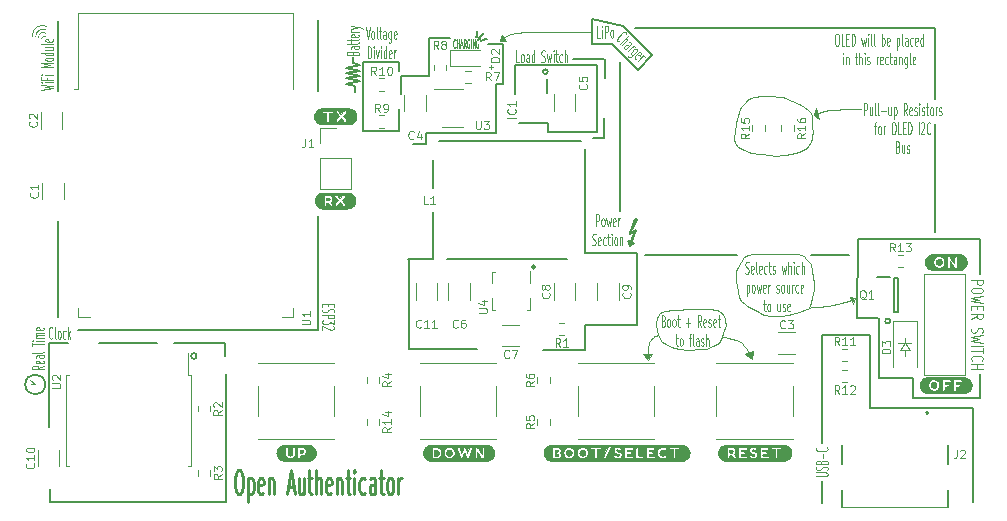
<source format=gto>
G04 #@! TF.GenerationSoftware,KiCad,Pcbnew,5.1.9-73d0e3b20d~88~ubuntu20.04.1*
G04 #@! TF.CreationDate,2021-03-15T12:11:42+05:30*
G04 #@! TF.ProjectId,open_authenticator,6f70656e-5f61-4757-9468-656e74696361,v01*
G04 #@! TF.SameCoordinates,Original*
G04 #@! TF.FileFunction,Legend,Top*
G04 #@! TF.FilePolarity,Positive*
%FSLAX46Y46*%
G04 Gerber Fmt 4.6, Leading zero omitted, Abs format (unit mm)*
G04 Created by KiCad (PCBNEW 5.1.9-73d0e3b20d~88~ubuntu20.04.1) date 2021-03-15 12:11:42*
%MOMM*%
%LPD*%
G01*
G04 APERTURE LIST*
%ADD10C,0.250000*%
%ADD11C,0.100000*%
%ADD12C,0.200000*%
%ADD13C,0.150000*%
%ADD14C,0.125000*%
%ADD15C,0.075000*%
%ADD16C,0.010000*%
%ADD17C,0.120000*%
G04 APERTURE END LIST*
D10*
X108373755Y-118724181D02*
X108564231Y-118724181D01*
X108659469Y-118819420D01*
X108754707Y-119009896D01*
X108802326Y-119390848D01*
X108802326Y-120057515D01*
X108754707Y-120438467D01*
X108659469Y-120628943D01*
X108564231Y-120724181D01*
X108373755Y-120724181D01*
X108278517Y-120628943D01*
X108183279Y-120438467D01*
X108135660Y-120057515D01*
X108135660Y-119390848D01*
X108183279Y-119009896D01*
X108278517Y-118819420D01*
X108373755Y-118724181D01*
X109230898Y-119390848D02*
X109230898Y-121390848D01*
X109230898Y-119486086D02*
X109326136Y-119390848D01*
X109516612Y-119390848D01*
X109611850Y-119486086D01*
X109659469Y-119581324D01*
X109707088Y-119771800D01*
X109707088Y-120343229D01*
X109659469Y-120533705D01*
X109611850Y-120628943D01*
X109516612Y-120724181D01*
X109326136Y-120724181D01*
X109230898Y-120628943D01*
X110516612Y-120628943D02*
X110421374Y-120724181D01*
X110230898Y-120724181D01*
X110135660Y-120628943D01*
X110088040Y-120438467D01*
X110088040Y-119676562D01*
X110135660Y-119486086D01*
X110230898Y-119390848D01*
X110421374Y-119390848D01*
X110516612Y-119486086D01*
X110564231Y-119676562D01*
X110564231Y-119867039D01*
X110088040Y-120057515D01*
X110992802Y-119390848D02*
X110992802Y-120724181D01*
X110992802Y-119581324D02*
X111040421Y-119486086D01*
X111135660Y-119390848D01*
X111278517Y-119390848D01*
X111373755Y-119486086D01*
X111421374Y-119676562D01*
X111421374Y-120724181D01*
X112611850Y-120152753D02*
X113088040Y-120152753D01*
X112516612Y-120724181D02*
X112849945Y-118724181D01*
X113183279Y-120724181D01*
X113945183Y-119390848D02*
X113945183Y-120724181D01*
X113516612Y-119390848D02*
X113516612Y-120438467D01*
X113564231Y-120628943D01*
X113659469Y-120724181D01*
X113802326Y-120724181D01*
X113897564Y-120628943D01*
X113945183Y-120533705D01*
X114278517Y-119390848D02*
X114659469Y-119390848D01*
X114421374Y-118724181D02*
X114421374Y-120438467D01*
X114468993Y-120628943D01*
X114564231Y-120724181D01*
X114659469Y-120724181D01*
X114992802Y-120724181D02*
X114992802Y-118724181D01*
X115421374Y-120724181D02*
X115421374Y-119676562D01*
X115373755Y-119486086D01*
X115278517Y-119390848D01*
X115135660Y-119390848D01*
X115040421Y-119486086D01*
X114992802Y-119581324D01*
X116278517Y-120628943D02*
X116183279Y-120724181D01*
X115992802Y-120724181D01*
X115897564Y-120628943D01*
X115849945Y-120438467D01*
X115849945Y-119676562D01*
X115897564Y-119486086D01*
X115992802Y-119390848D01*
X116183279Y-119390848D01*
X116278517Y-119486086D01*
X116326136Y-119676562D01*
X116326136Y-119867039D01*
X115849945Y-120057515D01*
X116754707Y-119390848D02*
X116754707Y-120724181D01*
X116754707Y-119581324D02*
X116802326Y-119486086D01*
X116897564Y-119390848D01*
X117040421Y-119390848D01*
X117135660Y-119486086D01*
X117183279Y-119676562D01*
X117183279Y-120724181D01*
X117516612Y-119390848D02*
X117897564Y-119390848D01*
X117659469Y-118724181D02*
X117659469Y-120438467D01*
X117707088Y-120628943D01*
X117802326Y-120724181D01*
X117897564Y-120724181D01*
X118230898Y-120724181D02*
X118230898Y-119390848D01*
X118230898Y-118724181D02*
X118183279Y-118819420D01*
X118230898Y-118914658D01*
X118278517Y-118819420D01*
X118230898Y-118724181D01*
X118230898Y-118914658D01*
X119135660Y-120628943D02*
X119040421Y-120724181D01*
X118849945Y-120724181D01*
X118754707Y-120628943D01*
X118707088Y-120533705D01*
X118659469Y-120343229D01*
X118659469Y-119771800D01*
X118707088Y-119581324D01*
X118754707Y-119486086D01*
X118849945Y-119390848D01*
X119040421Y-119390848D01*
X119135660Y-119486086D01*
X119992802Y-120724181D02*
X119992802Y-119676562D01*
X119945183Y-119486086D01*
X119849945Y-119390848D01*
X119659469Y-119390848D01*
X119564231Y-119486086D01*
X119992802Y-120628943D02*
X119897564Y-120724181D01*
X119659469Y-120724181D01*
X119564231Y-120628943D01*
X119516612Y-120438467D01*
X119516612Y-120247991D01*
X119564231Y-120057515D01*
X119659469Y-119962277D01*
X119897564Y-119962277D01*
X119992802Y-119867039D01*
X120326136Y-119390848D02*
X120707088Y-119390848D01*
X120468993Y-118724181D02*
X120468993Y-120438467D01*
X120516612Y-120628943D01*
X120611850Y-120724181D01*
X120707088Y-120724181D01*
X121183279Y-120724181D02*
X121088040Y-120628943D01*
X121040421Y-120533705D01*
X120992802Y-120343229D01*
X120992802Y-119771800D01*
X121040421Y-119581324D01*
X121088040Y-119486086D01*
X121183279Y-119390848D01*
X121326136Y-119390848D01*
X121421374Y-119486086D01*
X121468993Y-119581324D01*
X121516612Y-119771800D01*
X121516612Y-120343229D01*
X121468993Y-120533705D01*
X121421374Y-120628943D01*
X121326136Y-120724181D01*
X121183279Y-120724181D01*
X121945183Y-120724181D02*
X121945183Y-119390848D01*
X121945183Y-119771800D02*
X121992802Y-119581324D01*
X122040421Y-119486086D01*
X122135660Y-119390848D01*
X122230898Y-119390848D01*
D11*
X159042552Y-81761180D02*
X159137790Y-81761180D01*
X159185409Y-81808800D01*
X159233028Y-81904038D01*
X159256838Y-82094514D01*
X159256838Y-82427847D01*
X159233028Y-82618323D01*
X159185409Y-82713561D01*
X159137790Y-82761180D01*
X159042552Y-82761180D01*
X158994933Y-82713561D01*
X158947314Y-82618323D01*
X158923504Y-82427847D01*
X158923504Y-82094514D01*
X158947314Y-81904038D01*
X158994933Y-81808800D01*
X159042552Y-81761180D01*
X159709219Y-82761180D02*
X159471123Y-82761180D01*
X159471123Y-81761180D01*
X159875885Y-82237371D02*
X160042552Y-82237371D01*
X160113980Y-82761180D02*
X159875885Y-82761180D01*
X159875885Y-81761180D01*
X160113980Y-81761180D01*
X160328266Y-82761180D02*
X160328266Y-81761180D01*
X160447314Y-81761180D01*
X160518742Y-81808800D01*
X160566361Y-81904038D01*
X160590171Y-81999276D01*
X160613980Y-82189752D01*
X160613980Y-82332609D01*
X160590171Y-82523085D01*
X160566361Y-82618323D01*
X160518742Y-82713561D01*
X160447314Y-82761180D01*
X160328266Y-82761180D01*
X161161600Y-82094514D02*
X161256838Y-82761180D01*
X161352076Y-82284990D01*
X161447314Y-82761180D01*
X161542552Y-82094514D01*
X161733028Y-82761180D02*
X161733028Y-82094514D01*
X161733028Y-81761180D02*
X161709219Y-81808800D01*
X161733028Y-81856419D01*
X161756838Y-81808800D01*
X161733028Y-81761180D01*
X161733028Y-81856419D01*
X162042552Y-82761180D02*
X161994933Y-82713561D01*
X161971123Y-82618323D01*
X161971123Y-81761180D01*
X162304457Y-82761180D02*
X162256838Y-82713561D01*
X162233028Y-82618323D01*
X162233028Y-81761180D01*
X162875885Y-82761180D02*
X162875885Y-81761180D01*
X162875885Y-82142133D02*
X162923504Y-82094514D01*
X163018742Y-82094514D01*
X163066361Y-82142133D01*
X163090171Y-82189752D01*
X163113980Y-82284990D01*
X163113980Y-82570704D01*
X163090171Y-82665942D01*
X163066361Y-82713561D01*
X163018742Y-82761180D01*
X162923504Y-82761180D01*
X162875885Y-82713561D01*
X163518742Y-82713561D02*
X163471123Y-82761180D01*
X163375885Y-82761180D01*
X163328266Y-82713561D01*
X163304457Y-82618323D01*
X163304457Y-82237371D01*
X163328266Y-82142133D01*
X163375885Y-82094514D01*
X163471123Y-82094514D01*
X163518742Y-82142133D01*
X163542552Y-82237371D01*
X163542552Y-82332609D01*
X163304457Y-82427847D01*
X164137790Y-82094514D02*
X164137790Y-83094514D01*
X164137790Y-82142133D02*
X164185409Y-82094514D01*
X164280647Y-82094514D01*
X164328266Y-82142133D01*
X164352076Y-82189752D01*
X164375885Y-82284990D01*
X164375885Y-82570704D01*
X164352076Y-82665942D01*
X164328266Y-82713561D01*
X164280647Y-82761180D01*
X164185409Y-82761180D01*
X164137790Y-82713561D01*
X164661600Y-82761180D02*
X164613980Y-82713561D01*
X164590171Y-82618323D01*
X164590171Y-81761180D01*
X165066361Y-82761180D02*
X165066361Y-82237371D01*
X165042552Y-82142133D01*
X164994933Y-82094514D01*
X164899695Y-82094514D01*
X164852076Y-82142133D01*
X165066361Y-82713561D02*
X165018742Y-82761180D01*
X164899695Y-82761180D01*
X164852076Y-82713561D01*
X164828266Y-82618323D01*
X164828266Y-82523085D01*
X164852076Y-82427847D01*
X164899695Y-82380228D01*
X165018742Y-82380228D01*
X165066361Y-82332609D01*
X165518742Y-82713561D02*
X165471123Y-82761180D01*
X165375885Y-82761180D01*
X165328266Y-82713561D01*
X165304457Y-82665942D01*
X165280647Y-82570704D01*
X165280647Y-82284990D01*
X165304457Y-82189752D01*
X165328266Y-82142133D01*
X165375885Y-82094514D01*
X165471123Y-82094514D01*
X165518742Y-82142133D01*
X165923504Y-82713561D02*
X165875885Y-82761180D01*
X165780647Y-82761180D01*
X165733028Y-82713561D01*
X165709219Y-82618323D01*
X165709219Y-82237371D01*
X165733028Y-82142133D01*
X165780647Y-82094514D01*
X165875885Y-82094514D01*
X165923504Y-82142133D01*
X165947314Y-82237371D01*
X165947314Y-82332609D01*
X165709219Y-82427847D01*
X166375885Y-82761180D02*
X166375885Y-81761180D01*
X166375885Y-82713561D02*
X166328266Y-82761180D01*
X166233028Y-82761180D01*
X166185409Y-82713561D01*
X166161600Y-82665942D01*
X166137790Y-82570704D01*
X166137790Y-82284990D01*
X166161600Y-82189752D01*
X166185409Y-82142133D01*
X166233028Y-82094514D01*
X166328266Y-82094514D01*
X166375885Y-82142133D01*
X159613980Y-84361180D02*
X159613980Y-83694514D01*
X159613980Y-83361180D02*
X159590171Y-83408800D01*
X159613980Y-83456419D01*
X159637790Y-83408800D01*
X159613980Y-83361180D01*
X159613980Y-83456419D01*
X159852076Y-83694514D02*
X159852076Y-84361180D01*
X159852076Y-83789752D02*
X159875885Y-83742133D01*
X159923504Y-83694514D01*
X159994933Y-83694514D01*
X160042552Y-83742133D01*
X160066361Y-83837371D01*
X160066361Y-84361180D01*
X160613980Y-83694514D02*
X160804457Y-83694514D01*
X160685409Y-83361180D02*
X160685409Y-84218323D01*
X160709219Y-84313561D01*
X160756838Y-84361180D01*
X160804457Y-84361180D01*
X160971123Y-84361180D02*
X160971123Y-83361180D01*
X161185409Y-84361180D02*
X161185409Y-83837371D01*
X161161600Y-83742133D01*
X161113980Y-83694514D01*
X161042552Y-83694514D01*
X160994933Y-83742133D01*
X160971123Y-83789752D01*
X161423504Y-84361180D02*
X161423504Y-83694514D01*
X161423504Y-83361180D02*
X161399695Y-83408800D01*
X161423504Y-83456419D01*
X161447314Y-83408800D01*
X161423504Y-83361180D01*
X161423504Y-83456419D01*
X161637790Y-84313561D02*
X161685409Y-84361180D01*
X161780647Y-84361180D01*
X161828266Y-84313561D01*
X161852076Y-84218323D01*
X161852076Y-84170704D01*
X161828266Y-84075466D01*
X161780647Y-84027847D01*
X161709219Y-84027847D01*
X161661600Y-83980228D01*
X161637790Y-83884990D01*
X161637790Y-83837371D01*
X161661600Y-83742133D01*
X161709219Y-83694514D01*
X161780647Y-83694514D01*
X161828266Y-83742133D01*
X162447314Y-84361180D02*
X162447314Y-83694514D01*
X162447314Y-83884990D02*
X162471123Y-83789752D01*
X162494933Y-83742133D01*
X162542552Y-83694514D01*
X162590171Y-83694514D01*
X162947314Y-84313561D02*
X162899695Y-84361180D01*
X162804457Y-84361180D01*
X162756838Y-84313561D01*
X162733028Y-84218323D01*
X162733028Y-83837371D01*
X162756838Y-83742133D01*
X162804457Y-83694514D01*
X162899695Y-83694514D01*
X162947314Y-83742133D01*
X162971123Y-83837371D01*
X162971123Y-83932609D01*
X162733028Y-84027847D01*
X163399695Y-84313561D02*
X163352076Y-84361180D01*
X163256838Y-84361180D01*
X163209219Y-84313561D01*
X163185409Y-84265942D01*
X163161600Y-84170704D01*
X163161600Y-83884990D01*
X163185409Y-83789752D01*
X163209219Y-83742133D01*
X163256838Y-83694514D01*
X163352076Y-83694514D01*
X163399695Y-83742133D01*
X163542552Y-83694514D02*
X163733028Y-83694514D01*
X163613980Y-83361180D02*
X163613980Y-84218323D01*
X163637790Y-84313561D01*
X163685409Y-84361180D01*
X163733028Y-84361180D01*
X164113980Y-84361180D02*
X164113980Y-83837371D01*
X164090171Y-83742133D01*
X164042552Y-83694514D01*
X163947314Y-83694514D01*
X163899695Y-83742133D01*
X164113980Y-84313561D02*
X164066361Y-84361180D01*
X163947314Y-84361180D01*
X163899695Y-84313561D01*
X163875885Y-84218323D01*
X163875885Y-84123085D01*
X163899695Y-84027847D01*
X163947314Y-83980228D01*
X164066361Y-83980228D01*
X164113980Y-83932609D01*
X164352076Y-83694514D02*
X164352076Y-84361180D01*
X164352076Y-83789752D02*
X164375885Y-83742133D01*
X164423504Y-83694514D01*
X164494933Y-83694514D01*
X164542552Y-83742133D01*
X164566361Y-83837371D01*
X164566361Y-84361180D01*
X165018742Y-83694514D02*
X165018742Y-84504038D01*
X164994933Y-84599276D01*
X164971123Y-84646895D01*
X164923504Y-84694514D01*
X164852076Y-84694514D01*
X164804457Y-84646895D01*
X165018742Y-84313561D02*
X164971123Y-84361180D01*
X164875885Y-84361180D01*
X164828266Y-84313561D01*
X164804457Y-84265942D01*
X164780647Y-84170704D01*
X164780647Y-83884990D01*
X164804457Y-83789752D01*
X164828266Y-83742133D01*
X164875885Y-83694514D01*
X164971123Y-83694514D01*
X165018742Y-83742133D01*
X165328266Y-84361180D02*
X165280647Y-84313561D01*
X165256838Y-84218323D01*
X165256838Y-83361180D01*
X165709219Y-84313561D02*
X165661600Y-84361180D01*
X165566361Y-84361180D01*
X165518742Y-84313561D01*
X165494933Y-84218323D01*
X165494933Y-83837371D01*
X165518742Y-83742133D01*
X165566361Y-83694514D01*
X165661600Y-83694514D01*
X165709219Y-83742133D01*
X165733028Y-83837371D01*
X165733028Y-83932609D01*
X165494933Y-84027847D01*
D12*
X167406080Y-89364820D02*
X167406080Y-98511360D01*
X156847540Y-100497500D02*
X160063180Y-100497500D01*
X141986000Y-81237500D02*
X167406080Y-81237500D01*
X140706080Y-84152740D02*
X140706080Y-96743520D01*
X142849600Y-100497500D02*
X150649940Y-100497500D01*
X167406080Y-81237500D02*
X167406080Y-87256620D01*
D13*
X163593377Y-106083100D02*
G75*
G03*
X163593377Y-106083100I-207877J0D01*
G01*
D11*
X149593300Y-107467400D02*
X149402800Y-107431840D01*
X149852380Y-107492800D02*
X149593300Y-107467400D01*
X150205440Y-107589320D02*
X149852380Y-107492800D01*
X150502620Y-107693460D02*
X150205440Y-107589320D01*
G36*
X157571440Y-88945720D02*
G01*
X157101540Y-88646000D01*
X157317440Y-88071960D01*
X157571440Y-88945720D01*
G37*
X157571440Y-88945720D02*
X157101540Y-88646000D01*
X157317440Y-88071960D01*
X157571440Y-88945720D01*
X157251400Y-88577420D02*
X157134560Y-88630760D01*
X157335220Y-88534240D02*
X157251400Y-88577420D01*
X157513020Y-88465660D02*
X157335220Y-88534240D01*
X157850840Y-88381840D02*
X157513020Y-88465660D01*
X158026100Y-88328500D02*
X157850840Y-88381840D01*
X158511240Y-88252300D02*
X158026100Y-88328500D01*
X158772860Y-88239600D02*
X158511240Y-88252300D01*
X158996380Y-88209120D02*
X158772860Y-88239600D01*
X159245300Y-88201500D02*
X158996380Y-88209120D01*
X159445960Y-88171020D02*
X159245300Y-88201500D01*
X159862520Y-88165940D02*
X159445960Y-88171020D01*
X160289240Y-88155780D02*
X159893000Y-88168480D01*
X161094420Y-88117680D02*
X160289240Y-88155780D01*
X161352005Y-88659160D02*
X161352005Y-87659160D01*
X161542481Y-87659160D01*
X161590100Y-87706780D01*
X161613910Y-87754399D01*
X161637720Y-87849637D01*
X161637720Y-87992494D01*
X161613910Y-88087732D01*
X161590100Y-88135351D01*
X161542481Y-88182970D01*
X161352005Y-88182970D01*
X162066291Y-87992494D02*
X162066291Y-88659160D01*
X161852005Y-87992494D02*
X161852005Y-88516303D01*
X161875815Y-88611541D01*
X161923434Y-88659160D01*
X161994862Y-88659160D01*
X162042481Y-88611541D01*
X162066291Y-88563922D01*
X162375815Y-88659160D02*
X162328196Y-88611541D01*
X162304386Y-88516303D01*
X162304386Y-87659160D01*
X162637720Y-88659160D02*
X162590100Y-88611541D01*
X162566291Y-88516303D01*
X162566291Y-87659160D01*
X162828196Y-88278208D02*
X163209148Y-88278208D01*
X163661529Y-87992494D02*
X163661529Y-88659160D01*
X163447243Y-87992494D02*
X163447243Y-88516303D01*
X163471053Y-88611541D01*
X163518672Y-88659160D01*
X163590100Y-88659160D01*
X163637720Y-88611541D01*
X163661529Y-88563922D01*
X163899624Y-87992494D02*
X163899624Y-88992494D01*
X163899624Y-88040113D02*
X163947243Y-87992494D01*
X164042481Y-87992494D01*
X164090100Y-88040113D01*
X164113910Y-88087732D01*
X164137720Y-88182970D01*
X164137720Y-88468684D01*
X164113910Y-88563922D01*
X164090100Y-88611541D01*
X164042481Y-88659160D01*
X163947243Y-88659160D01*
X163899624Y-88611541D01*
X165018672Y-88659160D02*
X164852005Y-88182970D01*
X164732958Y-88659160D02*
X164732958Y-87659160D01*
X164923434Y-87659160D01*
X164971053Y-87706780D01*
X164994862Y-87754399D01*
X165018672Y-87849637D01*
X165018672Y-87992494D01*
X164994862Y-88087732D01*
X164971053Y-88135351D01*
X164923434Y-88182970D01*
X164732958Y-88182970D01*
X165423434Y-88611541D02*
X165375815Y-88659160D01*
X165280577Y-88659160D01*
X165232958Y-88611541D01*
X165209148Y-88516303D01*
X165209148Y-88135351D01*
X165232958Y-88040113D01*
X165280577Y-87992494D01*
X165375815Y-87992494D01*
X165423434Y-88040113D01*
X165447243Y-88135351D01*
X165447243Y-88230589D01*
X165209148Y-88325827D01*
X165637720Y-88611541D02*
X165685339Y-88659160D01*
X165780577Y-88659160D01*
X165828196Y-88611541D01*
X165852005Y-88516303D01*
X165852005Y-88468684D01*
X165828196Y-88373446D01*
X165780577Y-88325827D01*
X165709148Y-88325827D01*
X165661529Y-88278208D01*
X165637720Y-88182970D01*
X165637720Y-88135351D01*
X165661529Y-88040113D01*
X165709148Y-87992494D01*
X165780577Y-87992494D01*
X165828196Y-88040113D01*
X166066291Y-88659160D02*
X166066291Y-87992494D01*
X166066291Y-87659160D02*
X166042481Y-87706780D01*
X166066291Y-87754399D01*
X166090100Y-87706780D01*
X166066291Y-87659160D01*
X166066291Y-87754399D01*
X166280577Y-88611541D02*
X166328196Y-88659160D01*
X166423434Y-88659160D01*
X166471053Y-88611541D01*
X166494862Y-88516303D01*
X166494862Y-88468684D01*
X166471053Y-88373446D01*
X166423434Y-88325827D01*
X166352005Y-88325827D01*
X166304386Y-88278208D01*
X166280577Y-88182970D01*
X166280577Y-88135351D01*
X166304386Y-88040113D01*
X166352005Y-87992494D01*
X166423434Y-87992494D01*
X166471053Y-88040113D01*
X166637720Y-87992494D02*
X166828196Y-87992494D01*
X166709148Y-87659160D02*
X166709148Y-88516303D01*
X166732958Y-88611541D01*
X166780577Y-88659160D01*
X166828196Y-88659160D01*
X167066291Y-88659160D02*
X167018672Y-88611541D01*
X166994862Y-88563922D01*
X166971053Y-88468684D01*
X166971053Y-88182970D01*
X166994862Y-88087732D01*
X167018672Y-88040113D01*
X167066291Y-87992494D01*
X167137720Y-87992494D01*
X167185339Y-88040113D01*
X167209148Y-88087732D01*
X167232958Y-88182970D01*
X167232958Y-88468684D01*
X167209148Y-88563922D01*
X167185339Y-88611541D01*
X167137720Y-88659160D01*
X167066291Y-88659160D01*
X167447243Y-88659160D02*
X167447243Y-87992494D01*
X167447243Y-88182970D02*
X167471053Y-88087732D01*
X167494862Y-88040113D01*
X167542481Y-87992494D01*
X167590100Y-87992494D01*
X167732958Y-88611541D02*
X167780577Y-88659160D01*
X167875815Y-88659160D01*
X167923434Y-88611541D01*
X167947243Y-88516303D01*
X167947243Y-88468684D01*
X167923434Y-88373446D01*
X167875815Y-88325827D01*
X167804386Y-88325827D01*
X167756767Y-88278208D01*
X167732958Y-88182970D01*
X167732958Y-88135351D01*
X167756767Y-88040113D01*
X167804386Y-87992494D01*
X167875815Y-87992494D01*
X167923434Y-88040113D01*
X162232958Y-89592494D02*
X162423434Y-89592494D01*
X162304386Y-90259160D02*
X162304386Y-89402018D01*
X162328196Y-89306780D01*
X162375815Y-89259160D01*
X162423434Y-89259160D01*
X162661529Y-90259160D02*
X162613910Y-90211541D01*
X162590100Y-90163922D01*
X162566291Y-90068684D01*
X162566291Y-89782970D01*
X162590100Y-89687732D01*
X162613910Y-89640113D01*
X162661529Y-89592494D01*
X162732958Y-89592494D01*
X162780577Y-89640113D01*
X162804386Y-89687732D01*
X162828196Y-89782970D01*
X162828196Y-90068684D01*
X162804386Y-90163922D01*
X162780577Y-90211541D01*
X162732958Y-90259160D01*
X162661529Y-90259160D01*
X163042481Y-90259160D02*
X163042481Y-89592494D01*
X163042481Y-89782970D02*
X163066291Y-89687732D01*
X163090100Y-89640113D01*
X163137720Y-89592494D01*
X163185339Y-89592494D01*
X163828196Y-89259160D02*
X163923434Y-89259160D01*
X163971053Y-89306780D01*
X164018672Y-89402018D01*
X164042481Y-89592494D01*
X164042481Y-89925827D01*
X164018672Y-90116303D01*
X163971053Y-90211541D01*
X163923434Y-90259160D01*
X163828196Y-90259160D01*
X163780577Y-90211541D01*
X163732958Y-90116303D01*
X163709148Y-89925827D01*
X163709148Y-89592494D01*
X163732958Y-89402018D01*
X163780577Y-89306780D01*
X163828196Y-89259160D01*
X164494862Y-90259160D02*
X164256767Y-90259160D01*
X164256767Y-89259160D01*
X164661529Y-89735351D02*
X164828196Y-89735351D01*
X164899624Y-90259160D02*
X164661529Y-90259160D01*
X164661529Y-89259160D01*
X164899624Y-89259160D01*
X165113910Y-90259160D02*
X165113910Y-89259160D01*
X165232958Y-89259160D01*
X165304386Y-89306780D01*
X165352005Y-89402018D01*
X165375815Y-89497256D01*
X165399624Y-89687732D01*
X165399624Y-89830589D01*
X165375815Y-90021065D01*
X165352005Y-90116303D01*
X165304386Y-90211541D01*
X165232958Y-90259160D01*
X165113910Y-90259160D01*
X165994862Y-90259160D02*
X165994862Y-89259160D01*
X166209148Y-89354399D02*
X166232958Y-89306780D01*
X166280577Y-89259160D01*
X166399624Y-89259160D01*
X166447243Y-89306780D01*
X166471053Y-89354399D01*
X166494862Y-89449637D01*
X166494862Y-89544875D01*
X166471053Y-89687732D01*
X166185339Y-90259160D01*
X166494862Y-90259160D01*
X166994862Y-90163922D02*
X166971053Y-90211541D01*
X166899624Y-90259160D01*
X166852005Y-90259160D01*
X166780577Y-90211541D01*
X166732958Y-90116303D01*
X166709148Y-90021065D01*
X166685339Y-89830589D01*
X166685339Y-89687732D01*
X166709148Y-89497256D01*
X166732958Y-89402018D01*
X166780577Y-89306780D01*
X166852005Y-89259160D01*
X166899624Y-89259160D01*
X166971053Y-89306780D01*
X166994862Y-89354399D01*
X164244862Y-91335351D02*
X164316291Y-91382970D01*
X164340100Y-91430589D01*
X164363910Y-91525827D01*
X164363910Y-91668684D01*
X164340100Y-91763922D01*
X164316291Y-91811541D01*
X164268672Y-91859160D01*
X164078196Y-91859160D01*
X164078196Y-90859160D01*
X164244862Y-90859160D01*
X164292481Y-90906780D01*
X164316291Y-90954399D01*
X164340100Y-91049637D01*
X164340100Y-91144875D01*
X164316291Y-91240113D01*
X164292481Y-91287732D01*
X164244862Y-91335351D01*
X164078196Y-91335351D01*
X164792481Y-91192494D02*
X164792481Y-91859160D01*
X164578196Y-91192494D02*
X164578196Y-91716303D01*
X164602005Y-91811541D01*
X164649624Y-91859160D01*
X164721053Y-91859160D01*
X164768672Y-91811541D01*
X164792481Y-91763922D01*
X165006767Y-91811541D02*
X165054386Y-91859160D01*
X165149624Y-91859160D01*
X165197243Y-91811541D01*
X165221053Y-91716303D01*
X165221053Y-91668684D01*
X165197243Y-91573446D01*
X165149624Y-91525827D01*
X165078196Y-91525827D01*
X165030577Y-91478208D01*
X165006767Y-91382970D01*
X165006767Y-91335351D01*
X165030577Y-91240113D01*
X165078196Y-91192494D01*
X165149624Y-91192494D01*
X165197243Y-91240113D01*
X151150320Y-87772240D02*
X151234140Y-87680800D01*
X150995380Y-87950040D02*
X151150320Y-87772240D01*
X150891240Y-88150700D02*
X150995380Y-87950040D01*
X150799800Y-88417400D02*
X150891240Y-88150700D01*
X150715980Y-88686640D02*
X150799800Y-88417400D01*
X150639780Y-88999060D02*
X150715980Y-88686640D01*
X150555960Y-89293700D02*
X150639780Y-88999060D01*
X150515320Y-89474040D02*
X150555960Y-89293700D01*
X150431500Y-89898220D02*
X150515320Y-89474040D01*
X151386540Y-87530940D02*
X151211280Y-87698580D01*
X151511000Y-87403940D02*
X151386540Y-87530940D01*
X151665940Y-87307420D02*
X151511000Y-87403940D01*
X151805640Y-87215980D02*
X151665940Y-87307420D01*
X152021540Y-87149940D02*
X151805640Y-87215980D01*
X152275540Y-87071200D02*
X152021540Y-87149940D01*
X152516840Y-87038180D02*
X152275540Y-87071200D01*
X152775920Y-87038180D02*
X152516840Y-87038180D01*
X153098500Y-87030560D02*
X152775920Y-87038180D01*
X153454100Y-87045800D02*
X153098500Y-87035640D01*
X153710640Y-87040720D02*
X153454100Y-87045800D01*
X154096720Y-87076280D02*
X153710640Y-87040720D01*
X154437080Y-87134700D02*
X154096720Y-87076280D01*
X154741880Y-87180420D02*
X154437080Y-87134700D01*
X155033980Y-87335360D02*
X154741880Y-87180420D01*
X155280360Y-87426800D02*
X155033980Y-87335360D01*
X155519120Y-87556340D02*
X155280360Y-87426800D01*
X155620720Y-87602060D02*
X155519120Y-87556340D01*
X155851860Y-87673180D02*
X155620720Y-87602060D01*
X156011880Y-87787480D02*
X155851860Y-87673180D01*
X156321760Y-87972900D02*
X156011880Y-87787480D01*
X156624020Y-88209120D02*
X156321760Y-87972900D01*
X156784040Y-88379300D02*
X156624020Y-88209120D01*
X156862780Y-88498680D02*
X156784040Y-88379300D01*
X156933900Y-88760300D02*
X156862780Y-88498680D01*
X156964380Y-89212420D02*
X156936440Y-88760300D01*
X156956760Y-89664540D02*
X156964380Y-89212420D01*
X157017720Y-90088720D02*
X156956760Y-89664540D01*
X156979620Y-90378280D02*
X157017720Y-90088720D01*
X156979620Y-90606880D02*
X156979620Y-90378280D01*
X156905960Y-90881200D02*
X156979620Y-90606880D01*
X156646880Y-91282520D02*
X156905960Y-90881200D01*
X156580840Y-91394280D02*
X156646880Y-91282520D01*
X156204920Y-91561920D02*
X156580840Y-91394280D01*
X155897580Y-91732100D02*
X156204920Y-91561920D01*
X155211780Y-91925140D02*
X155897580Y-91732100D01*
X154683460Y-91988640D02*
X155211780Y-91925140D01*
X154454860Y-92014040D02*
X154713940Y-91988640D01*
X154238960Y-92064840D02*
X154454860Y-92014040D01*
X154183080Y-92080080D02*
X154238960Y-92064840D01*
X154012900Y-92085160D02*
X154183080Y-92080080D01*
X153786840Y-92080080D02*
X154012900Y-92085160D01*
X153525220Y-92059760D02*
X153786840Y-92080080D01*
X151795480Y-91889580D02*
X153525220Y-92059760D01*
X151635460Y-91790520D02*
X151795480Y-91889580D01*
X151198580Y-91594940D02*
X151635460Y-91790520D01*
X150682960Y-91305380D02*
X151203660Y-91602560D01*
X150446740Y-90975180D02*
X150682960Y-91305380D01*
X150373080Y-90685620D02*
X150446740Y-90975180D01*
X150436580Y-89895680D02*
X150373080Y-90685620D01*
G36*
X151861520Y-109319060D02*
G01*
X151272240Y-108912660D01*
X151978360Y-108628180D01*
X151861520Y-109319060D01*
G37*
X151861520Y-109319060D02*
X151272240Y-108912660D01*
X151978360Y-108628180D01*
X151861520Y-109319060D01*
G36*
X143047720Y-109372400D02*
G01*
X142654020Y-108879640D01*
X143449040Y-108879640D01*
X143047720Y-109372400D01*
G37*
X143047720Y-109372400D02*
X142654020Y-108879640D01*
X143449040Y-108879640D01*
X143047720Y-109372400D01*
X143052800Y-109092999D02*
X143052800Y-109164120D01*
X143047720Y-108960920D02*
X143052800Y-109092999D01*
X143047720Y-108755181D02*
X143047720Y-108960920D01*
X143055340Y-108529120D02*
X143047720Y-108755181D01*
X143055340Y-108397039D02*
X143055340Y-108529120D01*
X143070580Y-108257340D02*
X143055340Y-108397039D01*
X143134080Y-108013500D02*
X143070580Y-108257340D01*
X143197580Y-107848399D02*
X143134080Y-108005880D01*
X143314420Y-107652820D02*
X143197580Y-107848399D01*
X143395700Y-107548680D02*
X143314420Y-107652820D01*
X143474440Y-107485181D02*
X143395700Y-107548680D01*
X143558260Y-107416600D02*
X143474440Y-107485181D01*
X143606520Y-107388660D02*
X143558260Y-107416600D01*
X143649700Y-107365801D02*
X143606520Y-107388660D01*
X143703040Y-107348020D02*
X143649700Y-107365801D01*
X143741140Y-107332780D02*
X143703040Y-107348020D01*
X143776700Y-107325160D02*
X143741140Y-107332780D01*
X143824960Y-107307380D02*
X143776700Y-107325160D01*
X143857980Y-107302300D02*
X143824960Y-107307380D01*
X143939260Y-107287060D02*
X143857980Y-107302300D01*
X151766655Y-108946564D02*
X151799676Y-109098965D01*
X151647276Y-108761145D02*
X151766655Y-108946564D01*
X151568535Y-108596044D02*
X151647276Y-108761145D01*
X151360255Y-108344584D02*
X151568535Y-108596044D01*
X151218016Y-108179484D02*
X151360255Y-108344584D01*
X151032595Y-107961044D02*
X151218016Y-108179484D01*
X150791295Y-107806103D02*
X151032595Y-107961044D01*
X150516975Y-107696884D02*
X150791295Y-107806103D01*
X148338540Y-105056940D02*
X148483320Y-105082340D01*
X148252180Y-105051860D02*
X148338540Y-105056940D01*
X148074380Y-105046780D02*
X148252180Y-105051860D01*
X148633180Y-105122980D02*
X148490939Y-105087420D01*
X147660360Y-105049320D02*
X148097240Y-105049320D01*
X147365720Y-105049320D02*
X147660360Y-105049320D01*
X147030440Y-105049320D02*
X147365720Y-105049320D01*
X146237960Y-105102660D02*
X147030440Y-105049320D01*
X145864580Y-105120440D02*
X146237960Y-105102660D01*
X145564859Y-105138220D02*
X145864580Y-105120440D01*
X145288000Y-105145840D02*
X145564859Y-105138220D01*
X144980660Y-105168700D02*
X145288000Y-105145840D01*
X144777460Y-105211880D02*
X144980660Y-105168700D01*
X144518380Y-105252520D02*
X144777460Y-105211880D01*
X144254220Y-105283000D02*
X144518380Y-105252520D01*
X144073880Y-105371900D02*
X144254220Y-105283000D01*
X143984980Y-105503980D02*
X144073880Y-105371900D01*
X143906240Y-105717340D02*
X143984980Y-105503980D01*
X148889720Y-105181399D02*
X148625560Y-105120440D01*
X149064980Y-105222040D02*
X148889720Y-105181399D01*
X149209760Y-105283000D02*
X149064980Y-105222040D01*
X149359620Y-105397300D02*
X149209760Y-105283000D01*
X149473920Y-105534460D02*
X149359620Y-105397300D01*
X149557740Y-105661461D02*
X149473920Y-105534460D01*
X149623780Y-105890060D02*
X149557740Y-105661461D01*
X149641560Y-106103420D02*
X149623780Y-105915460D01*
X149661880Y-106443779D02*
X149641560Y-106103420D01*
X149433279Y-107068620D02*
X149661880Y-106443779D01*
X149377400Y-107429300D02*
X149433279Y-107068620D01*
X149075140Y-107922060D02*
X149377400Y-107429300D01*
X148600160Y-108186220D02*
X149075140Y-107922060D01*
X147995639Y-108412280D02*
X148600160Y-108186220D01*
X147388580Y-108488480D02*
X147995639Y-108412280D01*
X146575780Y-108508800D02*
X147388580Y-108488480D01*
X145686780Y-108450380D02*
X146575780Y-108508800D01*
X145023840Y-108300520D02*
X145686780Y-108450380D01*
X144586960Y-108054140D02*
X145023840Y-108300520D01*
X144246600Y-107825540D02*
X144586960Y-108054140D01*
X144038321Y-107467400D02*
X144246600Y-107825540D01*
X143812260Y-106936540D02*
X144038321Y-107467400D01*
X143774160Y-106332020D02*
X143812260Y-106936540D01*
X143888460Y-105707180D02*
X143774160Y-106332020D01*
X144398514Y-106067651D02*
X144469942Y-106115270D01*
X144493752Y-106162889D01*
X144517561Y-106258127D01*
X144517561Y-106400984D01*
X144493752Y-106496222D01*
X144469942Y-106543841D01*
X144422323Y-106591460D01*
X144231847Y-106591460D01*
X144231847Y-105591460D01*
X144398514Y-105591460D01*
X144446133Y-105639080D01*
X144469942Y-105686699D01*
X144493752Y-105781937D01*
X144493752Y-105877175D01*
X144469942Y-105972413D01*
X144446133Y-106020032D01*
X144398514Y-106067651D01*
X144231847Y-106067651D01*
X144803276Y-106591460D02*
X144755657Y-106543841D01*
X144731847Y-106496222D01*
X144708038Y-106400984D01*
X144708038Y-106115270D01*
X144731847Y-106020032D01*
X144755657Y-105972413D01*
X144803276Y-105924794D01*
X144874704Y-105924794D01*
X144922323Y-105972413D01*
X144946133Y-106020032D01*
X144969942Y-106115270D01*
X144969942Y-106400984D01*
X144946133Y-106496222D01*
X144922323Y-106543841D01*
X144874704Y-106591460D01*
X144803276Y-106591460D01*
X145255657Y-106591460D02*
X145208038Y-106543841D01*
X145184228Y-106496222D01*
X145160419Y-106400984D01*
X145160419Y-106115270D01*
X145184228Y-106020032D01*
X145208038Y-105972413D01*
X145255657Y-105924794D01*
X145327085Y-105924794D01*
X145374704Y-105972413D01*
X145398514Y-106020032D01*
X145422323Y-106115270D01*
X145422323Y-106400984D01*
X145398514Y-106496222D01*
X145374704Y-106543841D01*
X145327085Y-106591460D01*
X145255657Y-106591460D01*
X145565180Y-105924794D02*
X145755657Y-105924794D01*
X145636609Y-105591460D02*
X145636609Y-106448603D01*
X145660419Y-106543841D01*
X145708038Y-106591460D01*
X145755657Y-106591460D01*
X146303276Y-106210508D02*
X146684228Y-106210508D01*
X146493752Y-106591460D02*
X146493752Y-105829556D01*
X147588990Y-106591460D02*
X147422323Y-106115270D01*
X147303276Y-106591460D02*
X147303276Y-105591460D01*
X147493752Y-105591460D01*
X147541371Y-105639080D01*
X147565180Y-105686699D01*
X147588990Y-105781937D01*
X147588990Y-105924794D01*
X147565180Y-106020032D01*
X147541371Y-106067651D01*
X147493752Y-106115270D01*
X147303276Y-106115270D01*
X147993752Y-106543841D02*
X147946133Y-106591460D01*
X147850895Y-106591460D01*
X147803276Y-106543841D01*
X147779466Y-106448603D01*
X147779466Y-106067651D01*
X147803276Y-105972413D01*
X147850895Y-105924794D01*
X147946133Y-105924794D01*
X147993752Y-105972413D01*
X148017561Y-106067651D01*
X148017561Y-106162889D01*
X147779466Y-106258127D01*
X148208038Y-106543841D02*
X148255657Y-106591460D01*
X148350895Y-106591460D01*
X148398514Y-106543841D01*
X148422323Y-106448603D01*
X148422323Y-106400984D01*
X148398514Y-106305746D01*
X148350895Y-106258127D01*
X148279466Y-106258127D01*
X148231847Y-106210508D01*
X148208038Y-106115270D01*
X148208038Y-106067651D01*
X148231847Y-105972413D01*
X148279466Y-105924794D01*
X148350895Y-105924794D01*
X148398514Y-105972413D01*
X148827085Y-106543841D02*
X148779466Y-106591460D01*
X148684228Y-106591460D01*
X148636609Y-106543841D01*
X148612800Y-106448603D01*
X148612800Y-106067651D01*
X148636609Y-105972413D01*
X148684228Y-105924794D01*
X148779466Y-105924794D01*
X148827085Y-105972413D01*
X148850895Y-106067651D01*
X148850895Y-106162889D01*
X148612800Y-106258127D01*
X148993752Y-105924794D02*
X149184228Y-105924794D01*
X149065180Y-105591460D02*
X149065180Y-106448603D01*
X149088990Y-106543841D01*
X149136609Y-106591460D01*
X149184228Y-106591460D01*
X145422323Y-107524794D02*
X145612800Y-107524794D01*
X145493752Y-107191460D02*
X145493752Y-108048603D01*
X145517561Y-108143841D01*
X145565180Y-108191460D01*
X145612800Y-108191460D01*
X145850895Y-108191460D02*
X145803276Y-108143841D01*
X145779466Y-108096222D01*
X145755657Y-108000984D01*
X145755657Y-107715270D01*
X145779466Y-107620032D01*
X145803276Y-107572413D01*
X145850895Y-107524794D01*
X145922323Y-107524794D01*
X145969942Y-107572413D01*
X145993752Y-107620032D01*
X146017561Y-107715270D01*
X146017561Y-108000984D01*
X145993752Y-108096222D01*
X145969942Y-108143841D01*
X145922323Y-108191460D01*
X145850895Y-108191460D01*
X146541371Y-107524794D02*
X146731847Y-107524794D01*
X146612800Y-108191460D02*
X146612800Y-107334318D01*
X146636609Y-107239080D01*
X146684228Y-107191460D01*
X146731847Y-107191460D01*
X146969942Y-108191460D02*
X146922323Y-108143841D01*
X146898514Y-108048603D01*
X146898514Y-107191460D01*
X147374704Y-108191460D02*
X147374704Y-107667651D01*
X147350895Y-107572413D01*
X147303276Y-107524794D01*
X147208038Y-107524794D01*
X147160419Y-107572413D01*
X147374704Y-108143841D02*
X147327085Y-108191460D01*
X147208038Y-108191460D01*
X147160419Y-108143841D01*
X147136609Y-108048603D01*
X147136609Y-107953365D01*
X147160419Y-107858127D01*
X147208038Y-107810508D01*
X147327085Y-107810508D01*
X147374704Y-107762889D01*
X147588990Y-108143841D02*
X147636609Y-108191460D01*
X147731847Y-108191460D01*
X147779466Y-108143841D01*
X147803276Y-108048603D01*
X147803276Y-108000984D01*
X147779466Y-107905746D01*
X147731847Y-107858127D01*
X147660419Y-107858127D01*
X147612800Y-107810508D01*
X147588990Y-107715270D01*
X147588990Y-107667651D01*
X147612800Y-107572413D01*
X147660419Y-107524794D01*
X147731847Y-107524794D01*
X147779466Y-107572413D01*
X148017561Y-108191460D02*
X148017561Y-107191460D01*
X148231847Y-108191460D02*
X148231847Y-107667651D01*
X148208038Y-107572413D01*
X148160419Y-107524794D01*
X148088990Y-107524794D01*
X148041371Y-107572413D01*
X148017561Y-107620032D01*
X90959373Y-81965698D02*
G75*
G02*
X92156280Y-81117440I866707J45618D01*
G01*
X91247207Y-82030889D02*
G75*
G02*
X92102940Y-81440020I599193J47309D01*
G01*
X91502183Y-82098650D02*
G75*
G02*
X92100400Y-81721960I377237J64270D01*
G01*
X91767476Y-82172333D02*
G75*
G02*
X92120720Y-81998820I231324J-24607D01*
G01*
X91725500Y-86497206D02*
X92725500Y-86378159D01*
X92011215Y-86282920D01*
X92725500Y-86187682D01*
X91725500Y-86068635D01*
X92725500Y-85878159D02*
X92058834Y-85878159D01*
X91725500Y-85878159D02*
X91773120Y-85901968D01*
X91820739Y-85878159D01*
X91773120Y-85854349D01*
X91725500Y-85878159D01*
X91820739Y-85878159D01*
X92201691Y-85473397D02*
X92201691Y-85640063D01*
X92725500Y-85640063D02*
X91725500Y-85640063D01*
X91725500Y-85401968D01*
X92725500Y-85211492D02*
X92058834Y-85211492D01*
X91725500Y-85211492D02*
X91773120Y-85235301D01*
X91820739Y-85211492D01*
X91773120Y-85187682D01*
X91725500Y-85211492D01*
X91820739Y-85211492D01*
X92725500Y-84592444D02*
X91725500Y-84592444D01*
X92439786Y-84425778D01*
X91725500Y-84259111D01*
X92725500Y-84259111D01*
X92725500Y-83949587D02*
X92677881Y-83997206D01*
X92630262Y-84021016D01*
X92535024Y-84044825D01*
X92249310Y-84044825D01*
X92154072Y-84021016D01*
X92106453Y-83997206D01*
X92058834Y-83949587D01*
X92058834Y-83878159D01*
X92106453Y-83830540D01*
X92154072Y-83806730D01*
X92249310Y-83782920D01*
X92535024Y-83782920D01*
X92630262Y-83806730D01*
X92677881Y-83830540D01*
X92725500Y-83878159D01*
X92725500Y-83949587D01*
X92725500Y-83354349D02*
X91725500Y-83354349D01*
X92677881Y-83354349D02*
X92725500Y-83401968D01*
X92725500Y-83497206D01*
X92677881Y-83544825D01*
X92630262Y-83568635D01*
X92535024Y-83592444D01*
X92249310Y-83592444D01*
X92154072Y-83568635D01*
X92106453Y-83544825D01*
X92058834Y-83497206D01*
X92058834Y-83401968D01*
X92106453Y-83354349D01*
X92058834Y-82901968D02*
X92725500Y-82901968D01*
X92058834Y-83116254D02*
X92582643Y-83116254D01*
X92677881Y-83092444D01*
X92725500Y-83044825D01*
X92725500Y-82973397D01*
X92677881Y-82925778D01*
X92630262Y-82901968D01*
X92725500Y-82592444D02*
X92677881Y-82640063D01*
X92582643Y-82663873D01*
X91725500Y-82663873D01*
X92677881Y-82211492D02*
X92725500Y-82259111D01*
X92725500Y-82354349D01*
X92677881Y-82401968D01*
X92582643Y-82425778D01*
X92201691Y-82425778D01*
X92106453Y-82401968D01*
X92058834Y-82354349D01*
X92058834Y-82259111D01*
X92106453Y-82211492D01*
X92201691Y-82187682D01*
X92296929Y-82187682D01*
X92392167Y-82425778D01*
X116035128Y-104640831D02*
X116035128Y-104807498D01*
X115511319Y-104878926D02*
X115511319Y-104640831D01*
X116511319Y-104640831D01*
X116511319Y-104878926D01*
X115558938Y-105069402D02*
X115511319Y-105140831D01*
X115511319Y-105259879D01*
X115558938Y-105307498D01*
X115606557Y-105331307D01*
X115701795Y-105355117D01*
X115797033Y-105355117D01*
X115892271Y-105331307D01*
X115939890Y-105307498D01*
X115987509Y-105259879D01*
X116035128Y-105164640D01*
X116082747Y-105117021D01*
X116130366Y-105093212D01*
X116225604Y-105069402D01*
X116320842Y-105069402D01*
X116416080Y-105093212D01*
X116463700Y-105117021D01*
X116511319Y-105164640D01*
X116511319Y-105283688D01*
X116463700Y-105355117D01*
X115511319Y-105569402D02*
X116511319Y-105569402D01*
X116511319Y-105759879D01*
X116463700Y-105807498D01*
X116416080Y-105831307D01*
X116320842Y-105855117D01*
X116177985Y-105855117D01*
X116082747Y-105831307D01*
X116035128Y-105807498D01*
X115987509Y-105759879D01*
X115987509Y-105569402D01*
X116511319Y-106021783D02*
X116511319Y-106331307D01*
X116130366Y-106164640D01*
X116130366Y-106236069D01*
X116082747Y-106283688D01*
X116035128Y-106307498D01*
X115939890Y-106331307D01*
X115701795Y-106331307D01*
X115606557Y-106307498D01*
X115558938Y-106283688D01*
X115511319Y-106236069D01*
X115511319Y-106093212D01*
X115558938Y-106045593D01*
X115606557Y-106021783D01*
X116416080Y-106521783D02*
X116463700Y-106545593D01*
X116511319Y-106593212D01*
X116511319Y-106712260D01*
X116463700Y-106759879D01*
X116416080Y-106783688D01*
X116320842Y-106807498D01*
X116225604Y-106807498D01*
X116082747Y-106783688D01*
X115511319Y-106497974D01*
X115511319Y-106807498D01*
D12*
X115173760Y-86578440D02*
X115173760Y-80622140D01*
X115173760Y-106800000D02*
X115173760Y-97208340D01*
X94808040Y-106800000D02*
X115173760Y-106800000D01*
X93100000Y-97642680D02*
X93100000Y-105740200D01*
X93100000Y-80718660D02*
X93100000Y-86578440D01*
D11*
X156593540Y-105026460D02*
X156768800Y-104825800D01*
X156931360Y-104929940D02*
X156679900Y-104937560D01*
X156994860Y-104929940D02*
X156931360Y-104929940D01*
X157185360Y-104914700D02*
X156994860Y-104929940D01*
X151503380Y-104777540D02*
X152514300Y-105356660D01*
X151282400Y-104620060D02*
X151503380Y-104777540D01*
X151000460Y-104414320D02*
X151282400Y-104620060D01*
X150967440Y-104383840D02*
X151000460Y-104414320D01*
X150809960Y-104020620D02*
X150967440Y-104383840D01*
X150604220Y-103154480D02*
X150809960Y-104020620D01*
X150540720Y-102679500D02*
X150604220Y-103154480D01*
X150540720Y-102143560D02*
X150540720Y-102679500D01*
X150573740Y-101859080D02*
X150540720Y-102143560D01*
X150667720Y-101513640D02*
X150573740Y-101859080D01*
X151236680Y-100677980D02*
X150667720Y-101513640D01*
X151582120Y-100517960D02*
X151236680Y-100677980D01*
X152008840Y-100393500D02*
X151582120Y-100517960D01*
X152781000Y-100393500D02*
X152008840Y-100393500D01*
X153255980Y-100393500D02*
X152781000Y-100393500D01*
X154218640Y-100393500D02*
X153255980Y-100393500D01*
X154754580Y-100393500D02*
X154218640Y-100393500D01*
X155417520Y-100393500D02*
X154754580Y-100393500D01*
X155811220Y-100439220D02*
X155417520Y-100393500D01*
X156283660Y-100566220D02*
X155811220Y-100439220D01*
X156489400Y-100850700D02*
X156283660Y-100566220D01*
X156852620Y-101244400D02*
X156489400Y-100850700D01*
X156946600Y-101859080D02*
X156852620Y-101244400D01*
X157088840Y-102334060D02*
X156946600Y-101859080D01*
X157167580Y-102821740D02*
X157088840Y-102334060D01*
X157167580Y-103390700D02*
X157167580Y-102821740D01*
X156961840Y-104162860D02*
X157167580Y-103390700D01*
X156773880Y-104825800D02*
X156961840Y-104162860D01*
X155905200Y-105331260D02*
X156591000Y-105023920D01*
X155321000Y-105503980D02*
X155905200Y-105331260D01*
X154942540Y-105582720D02*
X155321000Y-105503980D01*
X154358340Y-105676700D02*
X154942540Y-105582720D01*
X153537920Y-105676700D02*
X154358340Y-105676700D01*
X152877520Y-105597960D02*
X153537920Y-105676700D01*
X152529540Y-105361740D02*
X152877520Y-105597960D01*
X158056580Y-104825800D02*
X158313120Y-104769920D01*
X157718760Y-104879140D02*
X158056580Y-104825800D01*
G36*
X160571180Y-104147620D02*
G01*
X160411160Y-104607360D01*
X160159700Y-104018080D01*
X160571180Y-104147620D01*
G37*
X160571180Y-104147620D02*
X160411160Y-104607360D01*
X160159700Y-104018080D01*
X160571180Y-104147620D01*
X160301940Y-104287320D02*
X160558480Y-104157780D01*
X160065720Y-104350820D02*
X160301940Y-104287320D01*
X159735520Y-104449880D02*
X160065720Y-104350820D01*
X159466280Y-104546400D02*
X159735520Y-104449880D01*
X159090360Y-104612440D02*
X159489140Y-104538780D01*
X158722060Y-104696260D02*
X159095440Y-104617520D01*
X158313120Y-104769920D02*
X158722060Y-104696260D01*
X157190440Y-104917240D02*
X157718760Y-104879140D01*
X151322423Y-102020201D02*
X151393852Y-102067820D01*
X151512900Y-102067820D01*
X151560519Y-102020201D01*
X151584328Y-101972582D01*
X151608138Y-101877344D01*
X151608138Y-101782106D01*
X151584328Y-101686868D01*
X151560519Y-101639249D01*
X151512900Y-101591630D01*
X151417661Y-101544011D01*
X151370042Y-101496392D01*
X151346233Y-101448773D01*
X151322423Y-101353535D01*
X151322423Y-101258297D01*
X151346233Y-101163059D01*
X151370042Y-101115440D01*
X151417661Y-101067820D01*
X151536709Y-101067820D01*
X151608138Y-101115440D01*
X152012900Y-102020201D02*
X151965280Y-102067820D01*
X151870042Y-102067820D01*
X151822423Y-102020201D01*
X151798614Y-101924963D01*
X151798614Y-101544011D01*
X151822423Y-101448773D01*
X151870042Y-101401154D01*
X151965280Y-101401154D01*
X152012900Y-101448773D01*
X152036709Y-101544011D01*
X152036709Y-101639249D01*
X151798614Y-101734487D01*
X152322423Y-102067820D02*
X152274804Y-102020201D01*
X152250995Y-101924963D01*
X152250995Y-101067820D01*
X152703376Y-102020201D02*
X152655757Y-102067820D01*
X152560519Y-102067820D01*
X152512900Y-102020201D01*
X152489090Y-101924963D01*
X152489090Y-101544011D01*
X152512900Y-101448773D01*
X152560519Y-101401154D01*
X152655757Y-101401154D01*
X152703376Y-101448773D01*
X152727185Y-101544011D01*
X152727185Y-101639249D01*
X152489090Y-101734487D01*
X153155757Y-102020201D02*
X153108138Y-102067820D01*
X153012900Y-102067820D01*
X152965280Y-102020201D01*
X152941471Y-101972582D01*
X152917661Y-101877344D01*
X152917661Y-101591630D01*
X152941471Y-101496392D01*
X152965280Y-101448773D01*
X153012900Y-101401154D01*
X153108138Y-101401154D01*
X153155757Y-101448773D01*
X153298614Y-101401154D02*
X153489090Y-101401154D01*
X153370042Y-101067820D02*
X153370042Y-101924963D01*
X153393852Y-102020201D01*
X153441471Y-102067820D01*
X153489090Y-102067820D01*
X153631947Y-102020201D02*
X153679566Y-102067820D01*
X153774804Y-102067820D01*
X153822423Y-102020201D01*
X153846233Y-101924963D01*
X153846233Y-101877344D01*
X153822423Y-101782106D01*
X153774804Y-101734487D01*
X153703376Y-101734487D01*
X153655757Y-101686868D01*
X153631947Y-101591630D01*
X153631947Y-101544011D01*
X153655757Y-101448773D01*
X153703376Y-101401154D01*
X153774804Y-101401154D01*
X153822423Y-101448773D01*
X154393852Y-101401154D02*
X154489090Y-102067820D01*
X154584328Y-101591630D01*
X154679566Y-102067820D01*
X154774804Y-101401154D01*
X154965280Y-102067820D02*
X154965280Y-101067820D01*
X155179566Y-102067820D02*
X155179566Y-101544011D01*
X155155757Y-101448773D01*
X155108138Y-101401154D01*
X155036709Y-101401154D01*
X154989090Y-101448773D01*
X154965280Y-101496392D01*
X155417661Y-102067820D02*
X155417661Y-101401154D01*
X155417661Y-101067820D02*
X155393852Y-101115440D01*
X155417661Y-101163059D01*
X155441471Y-101115440D01*
X155417661Y-101067820D01*
X155417661Y-101163059D01*
X155870042Y-102020201D02*
X155822423Y-102067820D01*
X155727185Y-102067820D01*
X155679566Y-102020201D01*
X155655757Y-101972582D01*
X155631947Y-101877344D01*
X155631947Y-101591630D01*
X155655757Y-101496392D01*
X155679566Y-101448773D01*
X155727185Y-101401154D01*
X155822423Y-101401154D01*
X155870042Y-101448773D01*
X156084328Y-102067820D02*
X156084328Y-101067820D01*
X156298614Y-102067820D02*
X156298614Y-101544011D01*
X156274804Y-101448773D01*
X156227185Y-101401154D01*
X156155757Y-101401154D01*
X156108138Y-101448773D01*
X156084328Y-101496392D01*
X151429566Y-103001154D02*
X151429566Y-104001154D01*
X151429566Y-103048773D02*
X151477185Y-103001154D01*
X151572423Y-103001154D01*
X151620042Y-103048773D01*
X151643852Y-103096392D01*
X151667661Y-103191630D01*
X151667661Y-103477344D01*
X151643852Y-103572582D01*
X151620042Y-103620201D01*
X151572423Y-103667820D01*
X151477185Y-103667820D01*
X151429566Y-103620201D01*
X151953376Y-103667820D02*
X151905757Y-103620201D01*
X151881947Y-103572582D01*
X151858138Y-103477344D01*
X151858138Y-103191630D01*
X151881947Y-103096392D01*
X151905757Y-103048773D01*
X151953376Y-103001154D01*
X152024804Y-103001154D01*
X152072423Y-103048773D01*
X152096233Y-103096392D01*
X152120042Y-103191630D01*
X152120042Y-103477344D01*
X152096233Y-103572582D01*
X152072423Y-103620201D01*
X152024804Y-103667820D01*
X151953376Y-103667820D01*
X152286709Y-103001154D02*
X152381947Y-103667820D01*
X152477185Y-103191630D01*
X152572423Y-103667820D01*
X152667661Y-103001154D01*
X153048614Y-103620201D02*
X153000995Y-103667820D01*
X152905757Y-103667820D01*
X152858138Y-103620201D01*
X152834328Y-103524963D01*
X152834328Y-103144011D01*
X152858138Y-103048773D01*
X152905757Y-103001154D01*
X153000995Y-103001154D01*
X153048614Y-103048773D01*
X153072423Y-103144011D01*
X153072423Y-103239249D01*
X152834328Y-103334487D01*
X153286709Y-103667820D02*
X153286709Y-103001154D01*
X153286709Y-103191630D02*
X153310519Y-103096392D01*
X153334328Y-103048773D01*
X153381947Y-103001154D01*
X153429566Y-103001154D01*
X153953376Y-103620201D02*
X154000995Y-103667820D01*
X154096233Y-103667820D01*
X154143852Y-103620201D01*
X154167661Y-103524963D01*
X154167661Y-103477344D01*
X154143852Y-103382106D01*
X154096233Y-103334487D01*
X154024804Y-103334487D01*
X153977185Y-103286868D01*
X153953376Y-103191630D01*
X153953376Y-103144011D01*
X153977185Y-103048773D01*
X154024804Y-103001154D01*
X154096233Y-103001154D01*
X154143852Y-103048773D01*
X154453376Y-103667820D02*
X154405757Y-103620201D01*
X154381947Y-103572582D01*
X154358138Y-103477344D01*
X154358138Y-103191630D01*
X154381947Y-103096392D01*
X154405757Y-103048773D01*
X154453376Y-103001154D01*
X154524804Y-103001154D01*
X154572423Y-103048773D01*
X154596233Y-103096392D01*
X154620042Y-103191630D01*
X154620042Y-103477344D01*
X154596233Y-103572582D01*
X154572423Y-103620201D01*
X154524804Y-103667820D01*
X154453376Y-103667820D01*
X155048614Y-103001154D02*
X155048614Y-103667820D01*
X154834328Y-103001154D02*
X154834328Y-103524963D01*
X154858138Y-103620201D01*
X154905757Y-103667820D01*
X154977185Y-103667820D01*
X155024804Y-103620201D01*
X155048614Y-103572582D01*
X155286709Y-103667820D02*
X155286709Y-103001154D01*
X155286709Y-103191630D02*
X155310519Y-103096392D01*
X155334328Y-103048773D01*
X155381947Y-103001154D01*
X155429566Y-103001154D01*
X155810519Y-103620201D02*
X155762900Y-103667820D01*
X155667661Y-103667820D01*
X155620042Y-103620201D01*
X155596233Y-103572582D01*
X155572423Y-103477344D01*
X155572423Y-103191630D01*
X155596233Y-103096392D01*
X155620042Y-103048773D01*
X155667661Y-103001154D01*
X155762900Y-103001154D01*
X155810519Y-103048773D01*
X156215280Y-103620201D02*
X156167661Y-103667820D01*
X156072423Y-103667820D01*
X156024804Y-103620201D01*
X156000995Y-103524963D01*
X156000995Y-103144011D01*
X156024804Y-103048773D01*
X156072423Y-103001154D01*
X156167661Y-103001154D01*
X156215280Y-103048773D01*
X156239090Y-103144011D01*
X156239090Y-103239249D01*
X156000995Y-103334487D01*
X152858138Y-104601154D02*
X153048614Y-104601154D01*
X152929566Y-104267820D02*
X152929566Y-105124963D01*
X152953376Y-105220201D01*
X153000995Y-105267820D01*
X153048614Y-105267820D01*
X153286709Y-105267820D02*
X153239090Y-105220201D01*
X153215280Y-105172582D01*
X153191471Y-105077344D01*
X153191471Y-104791630D01*
X153215280Y-104696392D01*
X153239090Y-104648773D01*
X153286709Y-104601154D01*
X153358138Y-104601154D01*
X153405757Y-104648773D01*
X153429566Y-104696392D01*
X153453376Y-104791630D01*
X153453376Y-105077344D01*
X153429566Y-105172582D01*
X153405757Y-105220201D01*
X153358138Y-105267820D01*
X153286709Y-105267820D01*
X154262900Y-104601154D02*
X154262900Y-105267820D01*
X154048614Y-104601154D02*
X154048614Y-105124963D01*
X154072423Y-105220201D01*
X154120042Y-105267820D01*
X154191471Y-105267820D01*
X154239090Y-105220201D01*
X154262900Y-105172582D01*
X154477185Y-105220201D02*
X154524804Y-105267820D01*
X154620042Y-105267820D01*
X154667661Y-105220201D01*
X154691471Y-105124963D01*
X154691471Y-105077344D01*
X154667661Y-104982106D01*
X154620042Y-104934487D01*
X154548614Y-104934487D01*
X154500995Y-104886868D01*
X154477185Y-104791630D01*
X154477185Y-104744011D01*
X154500995Y-104648773D01*
X154548614Y-104601154D01*
X154620042Y-104601154D01*
X154667661Y-104648773D01*
X155096233Y-105220201D02*
X155048614Y-105267820D01*
X154953376Y-105267820D01*
X154905757Y-105220201D01*
X154881947Y-105124963D01*
X154881947Y-104744011D01*
X154905757Y-104648773D01*
X154953376Y-104601154D01*
X155048614Y-104601154D01*
X155096233Y-104648773D01*
X155120042Y-104744011D01*
X155120042Y-104839249D01*
X154881947Y-104934487D01*
D12*
X162600643Y-105793014D02*
X160820100Y-105785920D01*
X171211240Y-112577880D02*
X171211240Y-110600000D01*
X165514020Y-112585500D02*
X171198540Y-112582960D01*
X165514020Y-110929420D02*
X165511480Y-112585500D01*
X171185840Y-99118420D02*
X171188380Y-102100000D01*
X160825180Y-99095560D02*
X171185840Y-99118420D01*
X160820100Y-105785920D02*
X160825180Y-99095560D01*
X162610800Y-110916720D02*
X162610800Y-105793540D01*
X162608260Y-110916720D02*
X165511480Y-110924340D01*
X157784800Y-119600000D02*
X157784800Y-121500000D01*
D14*
X157298140Y-119191256D02*
X158107664Y-119191256D01*
X158202902Y-119167446D01*
X158250521Y-119143637D01*
X158298140Y-119096018D01*
X158298140Y-119000780D01*
X158250521Y-118953160D01*
X158202902Y-118929351D01*
X158107664Y-118905541D01*
X157298140Y-118905541D01*
X158250521Y-118691256D02*
X158298140Y-118619827D01*
X158298140Y-118500780D01*
X158250521Y-118453160D01*
X158202902Y-118429351D01*
X158107664Y-118405541D01*
X158012426Y-118405541D01*
X157917188Y-118429351D01*
X157869569Y-118453160D01*
X157821950Y-118500780D01*
X157774331Y-118596018D01*
X157726712Y-118643637D01*
X157679093Y-118667446D01*
X157583855Y-118691256D01*
X157488617Y-118691256D01*
X157393379Y-118667446D01*
X157345760Y-118643637D01*
X157298140Y-118596018D01*
X157298140Y-118476970D01*
X157345760Y-118405541D01*
X157774331Y-118024589D02*
X157821950Y-117953160D01*
X157869569Y-117929351D01*
X157964807Y-117905541D01*
X158107664Y-117905541D01*
X158202902Y-117929351D01*
X158250521Y-117953160D01*
X158298140Y-118000780D01*
X158298140Y-118191256D01*
X157298140Y-118191256D01*
X157298140Y-118024589D01*
X157345760Y-117976970D01*
X157393379Y-117953160D01*
X157488617Y-117929351D01*
X157583855Y-117929351D01*
X157679093Y-117953160D01*
X157726712Y-117976970D01*
X157774331Y-118024589D01*
X157774331Y-118191256D01*
X157917188Y-117691256D02*
X157917188Y-117310303D01*
X158202902Y-116786494D02*
X158250521Y-116810303D01*
X158298140Y-116881732D01*
X158298140Y-116929351D01*
X158250521Y-117000780D01*
X158155283Y-117048399D01*
X158060045Y-117072208D01*
X157869569Y-117096018D01*
X157726712Y-117096018D01*
X157536236Y-117072208D01*
X157440998Y-117048399D01*
X157345760Y-117000780D01*
X157298140Y-116929351D01*
X157298140Y-116881732D01*
X157345760Y-116810303D01*
X157393379Y-116786494D01*
D12*
X170599100Y-113479580D02*
X170596560Y-121391680D01*
X169666920Y-113479580D02*
X170599100Y-113479580D01*
X161869120Y-113477040D02*
X169651680Y-113479580D01*
X161866580Y-107256580D02*
X161871660Y-113474500D01*
X157835600Y-107248960D02*
X161861500Y-107251500D01*
X157835600Y-107248960D02*
X157848300Y-116441220D01*
D11*
G36*
X131104640Y-82331560D02*
G01*
X130561080Y-82349340D01*
X130703320Y-81836260D01*
X131104640Y-82331560D01*
G37*
X131104640Y-82331560D02*
X130561080Y-82349340D01*
X130703320Y-81836260D01*
X131104640Y-82331560D01*
X130832860Y-82138520D02*
X130573780Y-82351880D01*
X130992880Y-82008980D02*
X130832860Y-82138520D01*
X131221480Y-81894680D02*
X130992880Y-82008980D01*
X131833620Y-81734660D02*
X131221480Y-81894680D01*
X132107940Y-81711800D02*
X131833620Y-81734660D01*
X132613400Y-81633060D02*
X132107940Y-81711800D01*
X132882640Y-81625440D02*
X132613400Y-81633060D01*
X133464300Y-81612740D02*
X132882640Y-81625440D01*
X133725920Y-81607660D02*
X133464300Y-81612740D01*
X135003540Y-81584800D02*
X133725920Y-81607660D01*
X136710420Y-81572100D02*
X135001000Y-81587340D01*
X138269980Y-81650840D02*
X136710420Y-81572100D01*
D13*
X141007750Y-81113487D02*
X138378331Y-80524382D01*
X143466544Y-83572281D02*
X141007750Y-81113487D01*
X142209309Y-84840293D02*
X143466544Y-83572281D01*
X140007350Y-82620374D02*
X142209309Y-84840293D01*
X138304693Y-82634742D02*
X140007350Y-82620374D01*
X138369351Y-80522586D02*
X138304693Y-82634742D01*
D14*
X140657403Y-82366559D02*
X140606895Y-82383395D01*
X140522716Y-82366559D01*
X140489044Y-82332887D01*
X140472208Y-82248708D01*
X140505880Y-82147693D01*
X140556388Y-82063513D01*
X140674239Y-81911990D01*
X140775254Y-81810975D01*
X140926777Y-81693124D01*
X141010956Y-81642616D01*
X141111971Y-81608945D01*
X141196151Y-81625781D01*
X141229823Y-81659452D01*
X141246658Y-81743632D01*
X141229823Y-81794139D01*
X140741582Y-82585425D02*
X141448689Y-81878319D01*
X140893105Y-82736948D02*
X141263494Y-82366559D01*
X141314002Y-82282380D01*
X141314002Y-82215036D01*
X141263494Y-82164529D01*
X141196151Y-82164529D01*
X141145643Y-82181364D01*
X141212987Y-83056830D02*
X141583376Y-82686441D01*
X141633884Y-82602261D01*
X141633884Y-82534918D01*
X141566540Y-82467574D01*
X141499197Y-82467574D01*
X141246658Y-83023158D02*
X141179315Y-83023158D01*
X141095136Y-82938979D01*
X141095136Y-82871635D01*
X141145643Y-82787456D01*
X141212987Y-82720112D01*
X141297166Y-82669605D01*
X141364510Y-82669605D01*
X141448689Y-82753784D01*
X141516032Y-82753784D01*
X141381345Y-83225189D02*
X141852750Y-82753784D01*
X141718063Y-82888471D02*
X141802242Y-82837964D01*
X141852750Y-82821128D01*
X141920094Y-82821128D01*
X141953765Y-82854799D01*
X142223139Y-83124174D02*
X141650720Y-83696593D01*
X141566540Y-83747101D01*
X141516032Y-83763937D01*
X141448689Y-83763937D01*
X141398181Y-83713429D01*
X141398181Y-83646086D01*
X141785407Y-83561906D02*
X141718063Y-83561906D01*
X141650720Y-83494563D01*
X141650720Y-83427219D01*
X141667555Y-83376712D01*
X141718063Y-83292532D01*
X141920094Y-83090502D01*
X142004273Y-83039994D01*
X142054781Y-83023158D01*
X142122124Y-83023158D01*
X142189468Y-83090502D01*
X142189468Y-83157845D01*
X142088452Y-83864952D02*
X142021109Y-83864952D01*
X141953765Y-83797609D01*
X141953765Y-83730265D01*
X142004273Y-83646086D01*
X142273647Y-83376712D01*
X142357826Y-83326204D01*
X142425170Y-83326204D01*
X142492513Y-83393548D01*
X142492513Y-83460891D01*
X142442006Y-83545070D01*
X142374662Y-83612414D01*
X142138960Y-83511399D01*
X142223139Y-84066983D02*
X142694544Y-83595578D01*
X142559857Y-83730265D02*
X142644036Y-83679757D01*
X142694544Y-83662922D01*
X142761887Y-83662922D01*
X142795559Y-83696593D01*
X139022669Y-82079537D02*
X138784574Y-82079537D01*
X138784574Y-81079537D01*
X139189336Y-82079537D02*
X139189336Y-81412871D01*
X139189336Y-81079537D02*
X139165526Y-81127157D01*
X139189336Y-81174776D01*
X139213146Y-81127157D01*
X139189336Y-81079537D01*
X139189336Y-81174776D01*
X139427431Y-82079537D02*
X139427431Y-81079537D01*
X139617907Y-81079537D01*
X139665526Y-81127157D01*
X139689336Y-81174776D01*
X139713146Y-81270014D01*
X139713146Y-81412871D01*
X139689336Y-81508109D01*
X139665526Y-81555728D01*
X139617907Y-81603347D01*
X139427431Y-81603347D01*
X139998860Y-82079537D02*
X139951241Y-82031918D01*
X139927431Y-81984299D01*
X139903622Y-81889061D01*
X139903622Y-81603347D01*
X139927431Y-81508109D01*
X139951241Y-81460490D01*
X139998860Y-81412871D01*
X140070288Y-81412871D01*
X140117907Y-81460490D01*
X140141717Y-81508109D01*
X140165526Y-81603347D01*
X140165526Y-81889061D01*
X140141717Y-81984299D01*
X140117907Y-82031918D01*
X140070288Y-82079537D01*
X139998860Y-82079537D01*
D13*
X122181620Y-85318600D02*
X122179080Y-86880700D01*
D12*
X122036840Y-90007440D02*
X122036840Y-88140540D01*
X130771900Y-82638900D02*
X129550160Y-82638900D01*
X130771900Y-86034880D02*
X130771900Y-82638900D01*
X130238500Y-86039960D02*
X130769360Y-86037420D01*
X130238500Y-90177620D02*
X130238500Y-86039960D01*
X124256800Y-90177620D02*
X130238500Y-90177620D01*
X124256800Y-91071700D02*
X124256800Y-90177620D01*
X123202700Y-91071700D02*
X124256800Y-91071700D01*
X124584460Y-82102960D02*
X126291340Y-82105500D01*
X124581920Y-85328760D02*
X124584460Y-82102960D01*
X122201940Y-85328760D02*
X124581920Y-85328760D01*
D11*
X91213940Y-111452660D02*
X90817700Y-111452660D01*
X91206320Y-111447580D02*
X90733880Y-111048800D01*
D12*
X92047807Y-111451913D02*
G75*
G03*
X92047807Y-111451913I-846567J0D01*
G01*
D14*
X92642132Y-107484182D02*
X92618322Y-107531801D01*
X92546894Y-107579420D01*
X92499275Y-107579420D01*
X92427846Y-107531801D01*
X92380227Y-107436563D01*
X92356418Y-107341325D01*
X92332608Y-107150849D01*
X92332608Y-107007992D01*
X92356418Y-106817516D01*
X92380227Y-106722278D01*
X92427846Y-106627040D01*
X92499275Y-106579420D01*
X92546894Y-106579420D01*
X92618322Y-106627040D01*
X92642132Y-106674659D01*
X92927846Y-107579420D02*
X92880227Y-107531801D01*
X92856418Y-107436563D01*
X92856418Y-106579420D01*
X93189751Y-107579420D02*
X93142132Y-107531801D01*
X93118322Y-107484182D01*
X93094513Y-107388944D01*
X93094513Y-107103230D01*
X93118322Y-107007992D01*
X93142132Y-106960373D01*
X93189751Y-106912754D01*
X93261180Y-106912754D01*
X93308799Y-106960373D01*
X93332608Y-107007992D01*
X93356418Y-107103230D01*
X93356418Y-107388944D01*
X93332608Y-107484182D01*
X93308799Y-107531801D01*
X93261180Y-107579420D01*
X93189751Y-107579420D01*
X93784989Y-107531801D02*
X93737370Y-107579420D01*
X93642132Y-107579420D01*
X93594513Y-107531801D01*
X93570703Y-107484182D01*
X93546894Y-107388944D01*
X93546894Y-107103230D01*
X93570703Y-107007992D01*
X93594513Y-106960373D01*
X93642132Y-106912754D01*
X93737370Y-106912754D01*
X93784989Y-106960373D01*
X93999275Y-107579420D02*
X93999275Y-106579420D01*
X94046894Y-107198468D02*
X94189751Y-107579420D01*
X94189751Y-106912754D02*
X93999275Y-107293706D01*
D12*
X126052580Y-90850720D02*
X125412500Y-90850720D01*
D14*
X91930480Y-109856245D02*
X91454290Y-110022912D01*
X91930480Y-110141960D02*
X90930480Y-110141960D01*
X90930480Y-109951483D01*
X90978100Y-109903864D01*
X91025719Y-109880055D01*
X91120957Y-109856245D01*
X91263814Y-109856245D01*
X91359052Y-109880055D01*
X91406671Y-109903864D01*
X91454290Y-109951483D01*
X91454290Y-110141960D01*
X91882861Y-109451483D02*
X91930480Y-109499102D01*
X91930480Y-109594340D01*
X91882861Y-109641960D01*
X91787623Y-109665769D01*
X91406671Y-109665769D01*
X91311433Y-109641960D01*
X91263814Y-109594340D01*
X91263814Y-109499102D01*
X91311433Y-109451483D01*
X91406671Y-109427674D01*
X91501909Y-109427674D01*
X91597147Y-109665769D01*
X91930480Y-108999102D02*
X91406671Y-108999102D01*
X91311433Y-109022912D01*
X91263814Y-109070531D01*
X91263814Y-109165769D01*
X91311433Y-109213388D01*
X91882861Y-108999102D02*
X91930480Y-109046721D01*
X91930480Y-109165769D01*
X91882861Y-109213388D01*
X91787623Y-109237198D01*
X91692385Y-109237198D01*
X91597147Y-109213388D01*
X91549528Y-109165769D01*
X91549528Y-109046721D01*
X91501909Y-108999102D01*
X91930480Y-108689579D02*
X91882861Y-108737198D01*
X91787623Y-108761007D01*
X90930480Y-108761007D01*
X90930480Y-108189579D02*
X90930480Y-107903864D01*
X91930480Y-108046721D02*
X90930480Y-108046721D01*
X91930480Y-107737198D02*
X91263814Y-107737198D01*
X90930480Y-107737198D02*
X90978100Y-107761007D01*
X91025719Y-107737198D01*
X90978100Y-107713388D01*
X90930480Y-107737198D01*
X91025719Y-107737198D01*
X91930480Y-107499102D02*
X91263814Y-107499102D01*
X91359052Y-107499102D02*
X91311433Y-107475293D01*
X91263814Y-107427674D01*
X91263814Y-107356245D01*
X91311433Y-107308626D01*
X91406671Y-107284817D01*
X91930480Y-107284817D01*
X91406671Y-107284817D02*
X91311433Y-107261007D01*
X91263814Y-107213388D01*
X91263814Y-107141960D01*
X91311433Y-107094340D01*
X91406671Y-107070531D01*
X91930480Y-107070531D01*
X91882861Y-106641960D02*
X91930480Y-106689579D01*
X91930480Y-106784817D01*
X91882861Y-106832436D01*
X91787623Y-106856245D01*
X91406671Y-106856245D01*
X91311433Y-106832436D01*
X91263814Y-106784817D01*
X91263814Y-106689579D01*
X91311433Y-106641960D01*
X91406671Y-106618150D01*
X91501909Y-106618150D01*
X91597147Y-106856245D01*
D12*
X102974140Y-107932220D02*
X107297224Y-107934721D01*
X92453460Y-120276620D02*
X92453460Y-121389140D01*
X107332780Y-121399300D02*
X92463620Y-121404380D01*
X107348020Y-110545880D02*
X107342940Y-121396760D01*
X107299760Y-107937300D02*
X107299760Y-109032040D01*
X96634300Y-107939840D02*
X101549200Y-107939840D01*
X92382340Y-107901740D02*
X93959680Y-107901740D01*
X92384880Y-115064540D02*
X92382340Y-107901740D01*
D14*
X118071591Y-83382514D02*
X118119210Y-83311085D01*
X118166829Y-83287276D01*
X118262067Y-83263466D01*
X118404924Y-83263466D01*
X118500162Y-83287276D01*
X118547781Y-83311085D01*
X118595400Y-83358704D01*
X118595400Y-83549180D01*
X117595400Y-83549180D01*
X117595400Y-83382514D01*
X117643020Y-83334895D01*
X117690639Y-83311085D01*
X117785877Y-83287276D01*
X117881115Y-83287276D01*
X117976353Y-83311085D01*
X118023972Y-83334895D01*
X118071591Y-83382514D01*
X118071591Y-83549180D01*
X118595400Y-82834895D02*
X118071591Y-82834895D01*
X117976353Y-82858704D01*
X117928734Y-82906323D01*
X117928734Y-83001561D01*
X117976353Y-83049180D01*
X118547781Y-82834895D02*
X118595400Y-82882514D01*
X118595400Y-83001561D01*
X118547781Y-83049180D01*
X118452543Y-83072990D01*
X118357305Y-83072990D01*
X118262067Y-83049180D01*
X118214448Y-83001561D01*
X118214448Y-82882514D01*
X118166829Y-82834895D01*
X117928734Y-82668228D02*
X117928734Y-82477752D01*
X117595400Y-82596800D02*
X118452543Y-82596800D01*
X118547781Y-82572990D01*
X118595400Y-82525371D01*
X118595400Y-82477752D01*
X117928734Y-82382514D02*
X117928734Y-82192038D01*
X117595400Y-82311085D02*
X118452543Y-82311085D01*
X118547781Y-82287276D01*
X118595400Y-82239657D01*
X118595400Y-82192038D01*
X118547781Y-81834895D02*
X118595400Y-81882514D01*
X118595400Y-81977752D01*
X118547781Y-82025371D01*
X118452543Y-82049180D01*
X118071591Y-82049180D01*
X117976353Y-82025371D01*
X117928734Y-81977752D01*
X117928734Y-81882514D01*
X117976353Y-81834895D01*
X118071591Y-81811085D01*
X118166829Y-81811085D01*
X118262067Y-82049180D01*
X118595400Y-81596800D02*
X117928734Y-81596800D01*
X118119210Y-81596800D02*
X118023972Y-81572990D01*
X117976353Y-81549180D01*
X117928734Y-81501561D01*
X117928734Y-81453942D01*
X117928734Y-81334895D02*
X118595400Y-81215847D01*
X117928734Y-81096800D02*
X118595400Y-81215847D01*
X118833496Y-81263466D01*
X118881115Y-81287276D01*
X118928734Y-81334895D01*
D13*
X118150640Y-84259420D02*
X118148100Y-83761580D01*
X118676420Y-84434680D02*
X118150640Y-84259420D01*
X117530880Y-84645500D02*
X118676420Y-84434680D01*
X118691660Y-84874100D02*
X117530880Y-84645500D01*
X117530880Y-85074760D02*
X118691660Y-84874100D01*
X118689120Y-85316060D02*
X117530880Y-85074760D01*
X117530880Y-85519260D02*
X118689120Y-85316060D01*
X118704360Y-85765640D02*
X117530880Y-85519260D01*
X117530880Y-85986620D02*
X118704360Y-85765640D01*
X118303040Y-86141560D02*
X117530880Y-85986620D01*
X118303040Y-86713060D02*
X118303040Y-86141560D01*
D14*
X119184586Y-81205120D02*
X119351253Y-82205120D01*
X119517920Y-81205120D01*
X119756015Y-82205120D02*
X119708396Y-82157501D01*
X119684586Y-82109882D01*
X119660777Y-82014644D01*
X119660777Y-81728930D01*
X119684586Y-81633692D01*
X119708396Y-81586073D01*
X119756015Y-81538454D01*
X119827443Y-81538454D01*
X119875062Y-81586073D01*
X119898872Y-81633692D01*
X119922681Y-81728930D01*
X119922681Y-82014644D01*
X119898872Y-82109882D01*
X119875062Y-82157501D01*
X119827443Y-82205120D01*
X119756015Y-82205120D01*
X120208396Y-82205120D02*
X120160777Y-82157501D01*
X120136967Y-82062263D01*
X120136967Y-81205120D01*
X120327443Y-81538454D02*
X120517920Y-81538454D01*
X120398872Y-81205120D02*
X120398872Y-82062263D01*
X120422681Y-82157501D01*
X120470300Y-82205120D01*
X120517920Y-82205120D01*
X120898872Y-82205120D02*
X120898872Y-81681311D01*
X120875062Y-81586073D01*
X120827443Y-81538454D01*
X120732205Y-81538454D01*
X120684586Y-81586073D01*
X120898872Y-82157501D02*
X120851253Y-82205120D01*
X120732205Y-82205120D01*
X120684586Y-82157501D01*
X120660777Y-82062263D01*
X120660777Y-81967025D01*
X120684586Y-81871787D01*
X120732205Y-81824168D01*
X120851253Y-81824168D01*
X120898872Y-81776549D01*
X121351253Y-81538454D02*
X121351253Y-82347978D01*
X121327443Y-82443216D01*
X121303634Y-82490835D01*
X121256015Y-82538454D01*
X121184586Y-82538454D01*
X121136967Y-82490835D01*
X121351253Y-82157501D02*
X121303634Y-82205120D01*
X121208396Y-82205120D01*
X121160777Y-82157501D01*
X121136967Y-82109882D01*
X121113158Y-82014644D01*
X121113158Y-81728930D01*
X121136967Y-81633692D01*
X121160777Y-81586073D01*
X121208396Y-81538454D01*
X121303634Y-81538454D01*
X121351253Y-81586073D01*
X121779824Y-82157501D02*
X121732205Y-82205120D01*
X121636967Y-82205120D01*
X121589348Y-82157501D01*
X121565539Y-82062263D01*
X121565539Y-81681311D01*
X121589348Y-81586073D01*
X121636967Y-81538454D01*
X121732205Y-81538454D01*
X121779824Y-81586073D01*
X121803634Y-81681311D01*
X121803634Y-81776549D01*
X121565539Y-81871787D01*
X119363158Y-83830120D02*
X119363158Y-82830120D01*
X119482205Y-82830120D01*
X119553634Y-82877740D01*
X119601253Y-82972978D01*
X119625062Y-83068216D01*
X119648872Y-83258692D01*
X119648872Y-83401549D01*
X119625062Y-83592025D01*
X119601253Y-83687263D01*
X119553634Y-83782501D01*
X119482205Y-83830120D01*
X119363158Y-83830120D01*
X119863158Y-83830120D02*
X119863158Y-83163454D01*
X119863158Y-82830120D02*
X119839348Y-82877740D01*
X119863158Y-82925359D01*
X119886967Y-82877740D01*
X119863158Y-82830120D01*
X119863158Y-82925359D01*
X120053634Y-83163454D02*
X120172681Y-83830120D01*
X120291729Y-83163454D01*
X120482205Y-83830120D02*
X120482205Y-83163454D01*
X120482205Y-82830120D02*
X120458396Y-82877740D01*
X120482205Y-82925359D01*
X120506015Y-82877740D01*
X120482205Y-82830120D01*
X120482205Y-82925359D01*
X120934586Y-83830120D02*
X120934586Y-82830120D01*
X120934586Y-83782501D02*
X120886967Y-83830120D01*
X120791729Y-83830120D01*
X120744110Y-83782501D01*
X120720300Y-83734882D01*
X120696491Y-83639644D01*
X120696491Y-83353930D01*
X120720300Y-83258692D01*
X120744110Y-83211073D01*
X120791729Y-83163454D01*
X120886967Y-83163454D01*
X120934586Y-83211073D01*
X121363158Y-83782501D02*
X121315539Y-83830120D01*
X121220300Y-83830120D01*
X121172681Y-83782501D01*
X121148872Y-83687263D01*
X121148872Y-83306311D01*
X121172681Y-83211073D01*
X121220300Y-83163454D01*
X121315539Y-83163454D01*
X121363158Y-83211073D01*
X121386967Y-83306311D01*
X121386967Y-83401549D01*
X121148872Y-83496787D01*
X121601253Y-83830120D02*
X121601253Y-83163454D01*
X121601253Y-83353930D02*
X121625062Y-83258692D01*
X121648872Y-83211073D01*
X121696491Y-83163454D01*
X121744110Y-83163454D01*
D12*
X118976140Y-90007440D02*
X122036840Y-90009980D01*
X118973600Y-84147660D02*
X118976140Y-90007440D01*
X122008900Y-84147660D02*
X122003820Y-84945220D01*
X118973600Y-84147660D02*
X122008900Y-84147660D01*
X139369800Y-90589100D02*
X138447780Y-90589100D01*
X139390120Y-88905080D02*
X139385040Y-90586560D01*
X139405360Y-83931760D02*
X139405360Y-85529420D01*
X136768840Y-83926680D02*
X139400280Y-83929220D01*
D14*
X132182633Y-84155540D02*
X131944538Y-84155540D01*
X131944538Y-83155540D01*
X132420728Y-84155540D02*
X132373109Y-84107921D01*
X132349300Y-84060302D01*
X132325490Y-83965064D01*
X132325490Y-83679350D01*
X132349300Y-83584112D01*
X132373109Y-83536493D01*
X132420728Y-83488874D01*
X132492157Y-83488874D01*
X132539776Y-83536493D01*
X132563585Y-83584112D01*
X132587395Y-83679350D01*
X132587395Y-83965064D01*
X132563585Y-84060302D01*
X132539776Y-84107921D01*
X132492157Y-84155540D01*
X132420728Y-84155540D01*
X133015966Y-84155540D02*
X133015966Y-83631731D01*
X132992157Y-83536493D01*
X132944538Y-83488874D01*
X132849300Y-83488874D01*
X132801680Y-83536493D01*
X133015966Y-84107921D02*
X132968347Y-84155540D01*
X132849300Y-84155540D01*
X132801680Y-84107921D01*
X132777871Y-84012683D01*
X132777871Y-83917445D01*
X132801680Y-83822207D01*
X132849300Y-83774588D01*
X132968347Y-83774588D01*
X133015966Y-83726969D01*
X133468347Y-84155540D02*
X133468347Y-83155540D01*
X133468347Y-84107921D02*
X133420728Y-84155540D01*
X133325490Y-84155540D01*
X133277871Y-84107921D01*
X133254061Y-84060302D01*
X133230252Y-83965064D01*
X133230252Y-83679350D01*
X133254061Y-83584112D01*
X133277871Y-83536493D01*
X133325490Y-83488874D01*
X133420728Y-83488874D01*
X133468347Y-83536493D01*
X134063585Y-84107921D02*
X134135014Y-84155540D01*
X134254061Y-84155540D01*
X134301680Y-84107921D01*
X134325490Y-84060302D01*
X134349300Y-83965064D01*
X134349300Y-83869826D01*
X134325490Y-83774588D01*
X134301680Y-83726969D01*
X134254061Y-83679350D01*
X134158823Y-83631731D01*
X134111204Y-83584112D01*
X134087395Y-83536493D01*
X134063585Y-83441255D01*
X134063585Y-83346017D01*
X134087395Y-83250779D01*
X134111204Y-83203160D01*
X134158823Y-83155540D01*
X134277871Y-83155540D01*
X134349300Y-83203160D01*
X134515966Y-83488874D02*
X134611204Y-84155540D01*
X134706442Y-83679350D01*
X134801680Y-84155540D01*
X134896919Y-83488874D01*
X135087395Y-84155540D02*
X135087395Y-83488874D01*
X135087395Y-83155540D02*
X135063585Y-83203160D01*
X135087395Y-83250779D01*
X135111204Y-83203160D01*
X135087395Y-83155540D01*
X135087395Y-83250779D01*
X135254061Y-83488874D02*
X135444538Y-83488874D01*
X135325490Y-83155540D02*
X135325490Y-84012683D01*
X135349300Y-84107921D01*
X135396919Y-84155540D01*
X135444538Y-84155540D01*
X135825490Y-84107921D02*
X135777871Y-84155540D01*
X135682633Y-84155540D01*
X135635014Y-84107921D01*
X135611204Y-84060302D01*
X135587395Y-83965064D01*
X135587395Y-83679350D01*
X135611204Y-83584112D01*
X135635014Y-83536493D01*
X135682633Y-83488874D01*
X135777871Y-83488874D01*
X135825490Y-83536493D01*
X136039776Y-84155540D02*
X136039776Y-83155540D01*
X136254061Y-84155540D02*
X136254061Y-83631731D01*
X136230252Y-83536493D01*
X136182633Y-83488874D01*
X136111204Y-83488874D01*
X136063585Y-83536493D01*
X136039776Y-83584112D01*
D12*
X131856480Y-84442300D02*
X131856480Y-86901020D01*
X136240520Y-90845640D02*
X137424160Y-90843100D01*
X134586980Y-90060780D02*
X134909560Y-90058240D01*
X134592060Y-89347040D02*
X134592060Y-90055700D01*
X132204460Y-89341960D02*
X134584440Y-89341960D01*
X138803380Y-84439760D02*
X131856480Y-84442300D01*
X138795760Y-90048080D02*
X134894320Y-90050620D01*
X138798300Y-84447380D02*
X138795760Y-90048080D01*
D13*
X141975840Y-97411540D02*
X142166340Y-97467420D01*
X141620240Y-99524820D02*
X142046960Y-98369120D01*
X141942820Y-97729040D02*
X142036800Y-97520760D01*
X141978380Y-97421700D02*
X142151100Y-97480120D01*
X141538960Y-99763580D02*
X141394180Y-99301300D01*
X141874240Y-99501960D02*
X141538960Y-99763580D01*
X141396720Y-99298760D02*
X141874240Y-99501960D01*
X141815820Y-99486720D02*
X141561820Y-99720400D01*
X141498320Y-99369880D02*
X141815820Y-99486720D01*
X141533880Y-99725480D02*
X141498320Y-99369880D01*
X142041880Y-98358960D02*
X141564360Y-99474020D01*
X141597380Y-98676460D02*
X142041880Y-98358960D01*
X141579600Y-98661220D02*
X141963140Y-97442020D01*
X142153640Y-97490280D02*
X141579600Y-98661220D01*
D14*
X138668724Y-98047100D02*
X138668724Y-97047100D01*
X138859200Y-97047100D01*
X138906820Y-97094720D01*
X138930629Y-97142339D01*
X138954439Y-97237577D01*
X138954439Y-97380434D01*
X138930629Y-97475672D01*
X138906820Y-97523291D01*
X138859200Y-97570910D01*
X138668724Y-97570910D01*
X139240153Y-98047100D02*
X139192534Y-97999481D01*
X139168724Y-97951862D01*
X139144915Y-97856624D01*
X139144915Y-97570910D01*
X139168724Y-97475672D01*
X139192534Y-97428053D01*
X139240153Y-97380434D01*
X139311581Y-97380434D01*
X139359200Y-97428053D01*
X139383010Y-97475672D01*
X139406820Y-97570910D01*
X139406820Y-97856624D01*
X139383010Y-97951862D01*
X139359200Y-97999481D01*
X139311581Y-98047100D01*
X139240153Y-98047100D01*
X139573486Y-97380434D02*
X139668724Y-98047100D01*
X139763962Y-97570910D01*
X139859200Y-98047100D01*
X139954439Y-97380434D01*
X140335391Y-97999481D02*
X140287772Y-98047100D01*
X140192534Y-98047100D01*
X140144915Y-97999481D01*
X140121105Y-97904243D01*
X140121105Y-97523291D01*
X140144915Y-97428053D01*
X140192534Y-97380434D01*
X140287772Y-97380434D01*
X140335391Y-97428053D01*
X140359200Y-97523291D01*
X140359200Y-97618529D01*
X140121105Y-97713767D01*
X140573486Y-98047100D02*
X140573486Y-97380434D01*
X140573486Y-97570910D02*
X140597296Y-97475672D01*
X140621105Y-97428053D01*
X140668724Y-97380434D01*
X140716343Y-97380434D01*
X138371105Y-99624481D02*
X138442534Y-99672100D01*
X138561581Y-99672100D01*
X138609200Y-99624481D01*
X138633010Y-99576862D01*
X138656820Y-99481624D01*
X138656820Y-99386386D01*
X138633010Y-99291148D01*
X138609200Y-99243529D01*
X138561581Y-99195910D01*
X138466343Y-99148291D01*
X138418724Y-99100672D01*
X138394915Y-99053053D01*
X138371105Y-98957815D01*
X138371105Y-98862577D01*
X138394915Y-98767339D01*
X138418724Y-98719720D01*
X138466343Y-98672100D01*
X138585391Y-98672100D01*
X138656820Y-98719720D01*
X139061581Y-99624481D02*
X139013962Y-99672100D01*
X138918724Y-99672100D01*
X138871105Y-99624481D01*
X138847296Y-99529243D01*
X138847296Y-99148291D01*
X138871105Y-99053053D01*
X138918724Y-99005434D01*
X139013962Y-99005434D01*
X139061581Y-99053053D01*
X139085391Y-99148291D01*
X139085391Y-99243529D01*
X138847296Y-99338767D01*
X139513962Y-99624481D02*
X139466343Y-99672100D01*
X139371105Y-99672100D01*
X139323486Y-99624481D01*
X139299677Y-99576862D01*
X139275867Y-99481624D01*
X139275867Y-99195910D01*
X139299677Y-99100672D01*
X139323486Y-99053053D01*
X139371105Y-99005434D01*
X139466343Y-99005434D01*
X139513962Y-99053053D01*
X139656820Y-99005434D02*
X139847296Y-99005434D01*
X139728248Y-98672100D02*
X139728248Y-99529243D01*
X139752058Y-99624481D01*
X139799677Y-99672100D01*
X139847296Y-99672100D01*
X140013962Y-99672100D02*
X140013962Y-99005434D01*
X140013962Y-98672100D02*
X139990153Y-98719720D01*
X140013962Y-98767339D01*
X140037772Y-98719720D01*
X140013962Y-98672100D01*
X140013962Y-98767339D01*
X140323486Y-99672100D02*
X140275867Y-99624481D01*
X140252058Y-99576862D01*
X140228248Y-99481624D01*
X140228248Y-99195910D01*
X140252058Y-99100672D01*
X140275867Y-99053053D01*
X140323486Y-99005434D01*
X140394915Y-99005434D01*
X140442534Y-99053053D01*
X140466343Y-99100672D01*
X140490153Y-99195910D01*
X140490153Y-99481624D01*
X140466343Y-99576862D01*
X140442534Y-99624481D01*
X140394915Y-99672100D01*
X140323486Y-99672100D01*
X140704439Y-99005434D02*
X140704439Y-99672100D01*
X140704439Y-99100672D02*
X140728248Y-99053053D01*
X140775867Y-99005434D01*
X140847296Y-99005434D01*
X140894915Y-99053053D01*
X140918724Y-99148291D01*
X140918724Y-99672100D01*
D12*
X137772140Y-92415360D02*
X137772140Y-91533980D01*
X137780979Y-92758252D02*
X137780806Y-92417897D01*
X137784840Y-100332540D02*
X137780979Y-92758252D01*
X124879100Y-100845620D02*
X122809000Y-100855780D01*
X124876560Y-96840040D02*
X124879100Y-100845620D01*
X124889260Y-92422980D02*
X124884180Y-94858840D01*
X142153640Y-100345240D02*
X137784840Y-100332540D01*
X142168880Y-106453940D02*
X142153640Y-100345240D01*
X137774680Y-106451400D02*
X142168880Y-106453940D01*
X137777220Y-108562140D02*
X137774680Y-106451400D01*
X134180580Y-108564680D02*
X137777220Y-108562140D01*
X122826780Y-108483400D02*
X128612900Y-108480860D01*
X122814080Y-100906580D02*
X122826780Y-108483400D01*
D13*
X129009140Y-82313780D02*
X129433320Y-82194400D01*
X128861820Y-82057240D02*
X129181860Y-81734660D01*
X128607820Y-81981040D02*
X128607820Y-81523840D01*
X128506770Y-82040538D02*
G75*
G02*
X128965959Y-82438239I70570J-382462D01*
G01*
D15*
X126788971Y-82876200D02*
X126774685Y-82909533D01*
X126731828Y-82942866D01*
X126703257Y-82942866D01*
X126660400Y-82909533D01*
X126631828Y-82842866D01*
X126617542Y-82776200D01*
X126603257Y-82642866D01*
X126603257Y-82542866D01*
X126617542Y-82409533D01*
X126631828Y-82342866D01*
X126660400Y-82276200D01*
X126703257Y-82242866D01*
X126731828Y-82242866D01*
X126774685Y-82276200D01*
X126788971Y-82309533D01*
X126917542Y-82942866D02*
X126917542Y-82242866D01*
X126917542Y-82576200D02*
X127088971Y-82576200D01*
X127088971Y-82942866D02*
X127088971Y-82242866D01*
X127217542Y-82742866D02*
X127360400Y-82742866D01*
X127188971Y-82942866D02*
X127288971Y-82242866D01*
X127388971Y-82942866D01*
X127660400Y-82942866D02*
X127560400Y-82609533D01*
X127488971Y-82942866D02*
X127488971Y-82242866D01*
X127603257Y-82242866D01*
X127631828Y-82276200D01*
X127646114Y-82309533D01*
X127660400Y-82376200D01*
X127660400Y-82476200D01*
X127646114Y-82542866D01*
X127631828Y-82576200D01*
X127603257Y-82609533D01*
X127488971Y-82609533D01*
X127946114Y-82276200D02*
X127917542Y-82242866D01*
X127874685Y-82242866D01*
X127831828Y-82276200D01*
X127803257Y-82342866D01*
X127788971Y-82409533D01*
X127774685Y-82542866D01*
X127774685Y-82642866D01*
X127788971Y-82776200D01*
X127803257Y-82842866D01*
X127831828Y-82909533D01*
X127874685Y-82942866D01*
X127903257Y-82942866D01*
X127946114Y-82909533D01*
X127960400Y-82876200D01*
X127960400Y-82642866D01*
X127903257Y-82642866D01*
X128088971Y-82942866D02*
X128088971Y-82242866D01*
X128231828Y-82942866D02*
X128231828Y-82242866D01*
X128403257Y-82942866D01*
X128403257Y-82242866D01*
X128703257Y-82276200D02*
X128674685Y-82242866D01*
X128631828Y-82242866D01*
X128588971Y-82276200D01*
X128560400Y-82342866D01*
X128546114Y-82409533D01*
X128531828Y-82542866D01*
X128531828Y-82642866D01*
X128546114Y-82776200D01*
X128560400Y-82842866D01*
X128588971Y-82909533D01*
X128631828Y-82942866D01*
X128660400Y-82942866D01*
X128703257Y-82909533D01*
X128717542Y-82876200D01*
X128717542Y-82642866D01*
X128660400Y-82642866D01*
D14*
X129613683Y-84566914D02*
X129994636Y-84566914D01*
X129804160Y-84757390D02*
X129804160Y-84376438D01*
D13*
X134591400Y-84963000D02*
G75*
G03*
X134591400Y-84963000I-200000J0D01*
G01*
X133530345Y-101516180D02*
G75*
G03*
X133530345Y-101516180I-167645J0D01*
G01*
X104874926Y-109034580D02*
G75*
G03*
X104874926Y-109034580I-239626J0D01*
G01*
D16*
G36*
X115435620Y-88070140D02*
G01*
X115375620Y-88080140D01*
X115305620Y-88100140D01*
X115245620Y-88120140D01*
X115185620Y-88150140D01*
X115125620Y-88180140D01*
X115065620Y-88220140D01*
X115015620Y-88270140D01*
X114975620Y-88320140D01*
X114935620Y-88370140D01*
X114895620Y-88430140D01*
X114865620Y-88490140D01*
X114845620Y-88550140D01*
X114825620Y-88620140D01*
X114815620Y-88690140D01*
X114815620Y-88760140D01*
X114815620Y-88820140D01*
X114825620Y-88890140D01*
X114845620Y-88960140D01*
X114875620Y-89020140D01*
X114905620Y-89080140D01*
X114935620Y-89140140D01*
X114975620Y-89190140D01*
X115025620Y-89240140D01*
X115075620Y-89280140D01*
X115135620Y-89320140D01*
X115195620Y-89360140D01*
X115255620Y-89380140D01*
X115315620Y-89400140D01*
X115385620Y-89420140D01*
X115455620Y-89430140D01*
X115515620Y-89430140D01*
X117685620Y-89430140D01*
X117755620Y-89430140D01*
X117825620Y-89420140D01*
X117885620Y-89410140D01*
X117955620Y-89390140D01*
X118015620Y-89360140D01*
X118075620Y-89330140D01*
X118135620Y-89290140D01*
X118185620Y-89250140D01*
X118235620Y-89200140D01*
X118275620Y-89150140D01*
X118315620Y-89090140D01*
X118345620Y-89030140D01*
X118365620Y-88970140D01*
X118385620Y-88910140D01*
X118395620Y-88840140D01*
X118405620Y-88770140D01*
X118405620Y-88700140D01*
X118395620Y-88640140D01*
X118385620Y-88570140D01*
X118355620Y-88510140D01*
X118335620Y-88440140D01*
X118295620Y-88380140D01*
X118255620Y-88330140D01*
X118215620Y-88280140D01*
X118165620Y-88230140D01*
X118115620Y-88190140D01*
X118055620Y-88160140D01*
X117995620Y-88130140D01*
X117925620Y-88100140D01*
X117865620Y-88090140D01*
X117795620Y-88080140D01*
X117725620Y-88070140D01*
X115495620Y-88070140D01*
X115535620Y-88290140D01*
X115595620Y-88270140D01*
X115615620Y-88270140D01*
X116295620Y-88270140D01*
X116365620Y-88270140D01*
X116415620Y-88300140D01*
X116425620Y-88370140D01*
X116625620Y-88360140D01*
X116645620Y-88310140D01*
X116705620Y-88260140D01*
X116755620Y-88240140D01*
X116815620Y-88260140D01*
X116865620Y-88310140D01*
X117045620Y-88520140D01*
X117085620Y-88570140D01*
X117305620Y-88310140D01*
X117365620Y-88260140D01*
X117415620Y-88240140D01*
X117475620Y-88260140D01*
X117535620Y-88320140D01*
X117545620Y-88370140D01*
X117515620Y-88430140D01*
X117285620Y-88680140D01*
X117235620Y-88730140D01*
X117475620Y-88980140D01*
X117515620Y-89030140D01*
X117545620Y-89090140D01*
X117525620Y-89140140D01*
X117465620Y-89200140D01*
X117415620Y-89220140D01*
X117355620Y-89200140D01*
X117085620Y-88890140D01*
X117045620Y-88940140D01*
X116865620Y-89140140D01*
X116815620Y-89200140D01*
X116765620Y-89220140D01*
X116705620Y-89200140D01*
X116645620Y-89150140D01*
X116625620Y-89090140D01*
X116655620Y-89040140D01*
X116695620Y-88980140D01*
X116925620Y-88730140D01*
X116885620Y-88680140D01*
X116655620Y-88420140D01*
X116625620Y-88370140D01*
X116425620Y-88370140D01*
X116405620Y-88430140D01*
X116355620Y-88460140D01*
X116145620Y-88460140D01*
X116085620Y-88460140D01*
X116085620Y-89070140D01*
X116085620Y-89150140D01*
X116055620Y-89200140D01*
X115995620Y-89220140D01*
X115925620Y-89220140D01*
X115865620Y-89190140D01*
X115855620Y-89130140D01*
X115855620Y-88510140D01*
X115845620Y-88460140D01*
X115645620Y-88460140D01*
X115575620Y-88460140D01*
X115525620Y-88420140D01*
X115515620Y-88350140D01*
X115535620Y-88290140D01*
X115495620Y-88070140D01*
X115435620Y-88070140D01*
G37*
X115435620Y-88070140D02*
X115375620Y-88080140D01*
X115305620Y-88100140D01*
X115245620Y-88120140D01*
X115185620Y-88150140D01*
X115125620Y-88180140D01*
X115065620Y-88220140D01*
X115015620Y-88270140D01*
X114975620Y-88320140D01*
X114935620Y-88370140D01*
X114895620Y-88430140D01*
X114865620Y-88490140D01*
X114845620Y-88550140D01*
X114825620Y-88620140D01*
X114815620Y-88690140D01*
X114815620Y-88760140D01*
X114815620Y-88820140D01*
X114825620Y-88890140D01*
X114845620Y-88960140D01*
X114875620Y-89020140D01*
X114905620Y-89080140D01*
X114935620Y-89140140D01*
X114975620Y-89190140D01*
X115025620Y-89240140D01*
X115075620Y-89280140D01*
X115135620Y-89320140D01*
X115195620Y-89360140D01*
X115255620Y-89380140D01*
X115315620Y-89400140D01*
X115385620Y-89420140D01*
X115455620Y-89430140D01*
X115515620Y-89430140D01*
X117685620Y-89430140D01*
X117755620Y-89430140D01*
X117825620Y-89420140D01*
X117885620Y-89410140D01*
X117955620Y-89390140D01*
X118015620Y-89360140D01*
X118075620Y-89330140D01*
X118135620Y-89290140D01*
X118185620Y-89250140D01*
X118235620Y-89200140D01*
X118275620Y-89150140D01*
X118315620Y-89090140D01*
X118345620Y-89030140D01*
X118365620Y-88970140D01*
X118385620Y-88910140D01*
X118395620Y-88840140D01*
X118405620Y-88770140D01*
X118405620Y-88700140D01*
X118395620Y-88640140D01*
X118385620Y-88570140D01*
X118355620Y-88510140D01*
X118335620Y-88440140D01*
X118295620Y-88380140D01*
X118255620Y-88330140D01*
X118215620Y-88280140D01*
X118165620Y-88230140D01*
X118115620Y-88190140D01*
X118055620Y-88160140D01*
X117995620Y-88130140D01*
X117925620Y-88100140D01*
X117865620Y-88090140D01*
X117795620Y-88080140D01*
X117725620Y-88070140D01*
X115495620Y-88070140D01*
X115535620Y-88290140D01*
X115595620Y-88270140D01*
X115615620Y-88270140D01*
X116295620Y-88270140D01*
X116365620Y-88270140D01*
X116415620Y-88300140D01*
X116425620Y-88370140D01*
X116625620Y-88360140D01*
X116645620Y-88310140D01*
X116705620Y-88260140D01*
X116755620Y-88240140D01*
X116815620Y-88260140D01*
X116865620Y-88310140D01*
X117045620Y-88520140D01*
X117085620Y-88570140D01*
X117305620Y-88310140D01*
X117365620Y-88260140D01*
X117415620Y-88240140D01*
X117475620Y-88260140D01*
X117535620Y-88320140D01*
X117545620Y-88370140D01*
X117515620Y-88430140D01*
X117285620Y-88680140D01*
X117235620Y-88730140D01*
X117475620Y-88980140D01*
X117515620Y-89030140D01*
X117545620Y-89090140D01*
X117525620Y-89140140D01*
X117465620Y-89200140D01*
X117415620Y-89220140D01*
X117355620Y-89200140D01*
X117085620Y-88890140D01*
X117045620Y-88940140D01*
X116865620Y-89140140D01*
X116815620Y-89200140D01*
X116765620Y-89220140D01*
X116705620Y-89200140D01*
X116645620Y-89150140D01*
X116625620Y-89090140D01*
X116655620Y-89040140D01*
X116695620Y-88980140D01*
X116925620Y-88730140D01*
X116885620Y-88680140D01*
X116655620Y-88420140D01*
X116625620Y-88370140D01*
X116425620Y-88370140D01*
X116405620Y-88430140D01*
X116355620Y-88460140D01*
X116145620Y-88460140D01*
X116085620Y-88460140D01*
X116085620Y-89070140D01*
X116085620Y-89150140D01*
X116055620Y-89200140D01*
X115995620Y-89220140D01*
X115925620Y-89220140D01*
X115865620Y-89190140D01*
X115855620Y-89130140D01*
X115855620Y-88510140D01*
X115845620Y-88460140D01*
X115645620Y-88460140D01*
X115575620Y-88460140D01*
X115525620Y-88420140D01*
X115515620Y-88350140D01*
X115535620Y-88290140D01*
X115495620Y-88070140D01*
X115435620Y-88070140D01*
G36*
X115874200Y-95852460D02*
G01*
X116014200Y-95852460D01*
X116074200Y-95832460D01*
X116114200Y-95782460D01*
X116124200Y-95712460D01*
X116084200Y-95652460D01*
X116024200Y-95622460D01*
X115894200Y-95622460D01*
X115844200Y-95642460D01*
X115844200Y-95852460D01*
X115874200Y-95852460D01*
G37*
X115874200Y-95852460D02*
X116014200Y-95852460D01*
X116074200Y-95832460D01*
X116114200Y-95782460D01*
X116124200Y-95712460D01*
X116084200Y-95652460D01*
X116024200Y-95622460D01*
X115894200Y-95622460D01*
X115844200Y-95642460D01*
X115844200Y-95852460D01*
X115874200Y-95852460D01*
G36*
X115504200Y-95212460D02*
G01*
X115434200Y-95212460D01*
X115364200Y-95232460D01*
X115304200Y-95252460D01*
X115244200Y-95282460D01*
X115184200Y-95322460D01*
X115134200Y-95362460D01*
X115084200Y-95402460D01*
X115034200Y-95452460D01*
X114994200Y-95512460D01*
X114964200Y-95572460D01*
X114934200Y-95632460D01*
X114914200Y-95692460D01*
X114894200Y-95762460D01*
X114884200Y-95832460D01*
X114884200Y-95892460D01*
X114884200Y-95962460D01*
X114904200Y-96032460D01*
X114914200Y-96092460D01*
X114944200Y-96162460D01*
X114974200Y-96222460D01*
X115014200Y-96272460D01*
X115054200Y-96332460D01*
X115104200Y-96382460D01*
X115154200Y-96422460D01*
X115204200Y-96462460D01*
X115264200Y-96492460D01*
X115334200Y-96522460D01*
X115394200Y-96542460D01*
X115464200Y-96552460D01*
X115524200Y-96562460D01*
X115594200Y-96562460D01*
X117634200Y-96562460D01*
X117694200Y-96552460D01*
X117764200Y-96542460D01*
X117834200Y-96532460D01*
X117894200Y-96512460D01*
X117954200Y-96482460D01*
X118014200Y-96442460D01*
X118064200Y-96402460D01*
X118114200Y-96352460D01*
X118164200Y-96302460D01*
X118204200Y-96252460D01*
X118234200Y-96192460D01*
X118264200Y-96132460D01*
X118284200Y-96062460D01*
X118304200Y-96002460D01*
X118314200Y-95932460D01*
X118314200Y-95862460D01*
X118304200Y-95792460D01*
X118294200Y-95732460D01*
X118274200Y-95662460D01*
X118254200Y-95602460D01*
X118224200Y-95542460D01*
X118184200Y-95482460D01*
X118144200Y-95432460D01*
X118094200Y-95382460D01*
X118044200Y-95342460D01*
X117984200Y-95302460D01*
X117924200Y-95272460D01*
X117864200Y-95242460D01*
X117794200Y-95222460D01*
X117734200Y-95212460D01*
X117664200Y-95202460D01*
X115564200Y-95202460D01*
X115644200Y-95412460D01*
X115714200Y-95392460D01*
X115994200Y-95392460D01*
X116054200Y-95402460D01*
X116114200Y-95412460D01*
X116174200Y-95442460D01*
X116234200Y-95482460D01*
X116284200Y-95532460D01*
X116324200Y-95592460D01*
X116344200Y-95652460D01*
X116354200Y-95722460D01*
X116354200Y-95792460D01*
X116334200Y-95862460D01*
X116304200Y-95922460D01*
X116264200Y-95972460D01*
X116264200Y-96022460D01*
X116324200Y-96142460D01*
X116344200Y-96202460D01*
X116364200Y-96262460D01*
X116534200Y-96222460D01*
X116554200Y-96172460D01*
X116604200Y-96112460D01*
X116834200Y-95862460D01*
X116564200Y-95552460D01*
X116534200Y-95492460D01*
X116544200Y-95442460D01*
X116614200Y-95392460D01*
X116664200Y-95372460D01*
X116724200Y-95392460D01*
X116774200Y-95442460D01*
X116944200Y-95652460D01*
X116994200Y-95692460D01*
X117214200Y-95442460D01*
X117274200Y-95392460D01*
X117324200Y-95372460D01*
X117384200Y-95392460D01*
X117434200Y-95452460D01*
X117454200Y-95502460D01*
X117414200Y-95562460D01*
X117184200Y-95822460D01*
X117144200Y-95862460D01*
X117374200Y-96112460D01*
X117424200Y-96162460D01*
X117454200Y-96222460D01*
X117434200Y-96272460D01*
X117374200Y-96332460D01*
X117314200Y-96352460D01*
X117264200Y-96332460D01*
X116994200Y-96022460D01*
X116774200Y-96272460D01*
X116714200Y-96332460D01*
X116664200Y-96352460D01*
X116614200Y-96332460D01*
X116554200Y-96272460D01*
X116534200Y-96232460D01*
X116364200Y-96262460D01*
X116334200Y-96302460D01*
X116254200Y-96342460D01*
X116194200Y-96352460D01*
X116154200Y-96322460D01*
X116074200Y-96152460D01*
X116024200Y-96082460D01*
X115894200Y-96082460D01*
X115844200Y-96112460D01*
X115844200Y-96242460D01*
X115834200Y-96312460D01*
X115794200Y-96342460D01*
X115704200Y-96352460D01*
X115634200Y-96322460D01*
X115614200Y-96282460D01*
X115614200Y-96202460D01*
X115614200Y-95462460D01*
X115644200Y-95412460D01*
X115564200Y-95202460D01*
X115504200Y-95212460D01*
G37*
X115504200Y-95212460D02*
X115434200Y-95212460D01*
X115364200Y-95232460D01*
X115304200Y-95252460D01*
X115244200Y-95282460D01*
X115184200Y-95322460D01*
X115134200Y-95362460D01*
X115084200Y-95402460D01*
X115034200Y-95452460D01*
X114994200Y-95512460D01*
X114964200Y-95572460D01*
X114934200Y-95632460D01*
X114914200Y-95692460D01*
X114894200Y-95762460D01*
X114884200Y-95832460D01*
X114884200Y-95892460D01*
X114884200Y-95962460D01*
X114904200Y-96032460D01*
X114914200Y-96092460D01*
X114944200Y-96162460D01*
X114974200Y-96222460D01*
X115014200Y-96272460D01*
X115054200Y-96332460D01*
X115104200Y-96382460D01*
X115154200Y-96422460D01*
X115204200Y-96462460D01*
X115264200Y-96492460D01*
X115334200Y-96522460D01*
X115394200Y-96542460D01*
X115464200Y-96552460D01*
X115524200Y-96562460D01*
X115594200Y-96562460D01*
X117634200Y-96562460D01*
X117694200Y-96552460D01*
X117764200Y-96542460D01*
X117834200Y-96532460D01*
X117894200Y-96512460D01*
X117954200Y-96482460D01*
X118014200Y-96442460D01*
X118064200Y-96402460D01*
X118114200Y-96352460D01*
X118164200Y-96302460D01*
X118204200Y-96252460D01*
X118234200Y-96192460D01*
X118264200Y-96132460D01*
X118284200Y-96062460D01*
X118304200Y-96002460D01*
X118314200Y-95932460D01*
X118314200Y-95862460D01*
X118304200Y-95792460D01*
X118294200Y-95732460D01*
X118274200Y-95662460D01*
X118254200Y-95602460D01*
X118224200Y-95542460D01*
X118184200Y-95482460D01*
X118144200Y-95432460D01*
X118094200Y-95382460D01*
X118044200Y-95342460D01*
X117984200Y-95302460D01*
X117924200Y-95272460D01*
X117864200Y-95242460D01*
X117794200Y-95222460D01*
X117734200Y-95212460D01*
X117664200Y-95202460D01*
X115564200Y-95202460D01*
X115644200Y-95412460D01*
X115714200Y-95392460D01*
X115994200Y-95392460D01*
X116054200Y-95402460D01*
X116114200Y-95412460D01*
X116174200Y-95442460D01*
X116234200Y-95482460D01*
X116284200Y-95532460D01*
X116324200Y-95592460D01*
X116344200Y-95652460D01*
X116354200Y-95722460D01*
X116354200Y-95792460D01*
X116334200Y-95862460D01*
X116304200Y-95922460D01*
X116264200Y-95972460D01*
X116264200Y-96022460D01*
X116324200Y-96142460D01*
X116344200Y-96202460D01*
X116364200Y-96262460D01*
X116534200Y-96222460D01*
X116554200Y-96172460D01*
X116604200Y-96112460D01*
X116834200Y-95862460D01*
X116564200Y-95552460D01*
X116534200Y-95492460D01*
X116544200Y-95442460D01*
X116614200Y-95392460D01*
X116664200Y-95372460D01*
X116724200Y-95392460D01*
X116774200Y-95442460D01*
X116944200Y-95652460D01*
X116994200Y-95692460D01*
X117214200Y-95442460D01*
X117274200Y-95392460D01*
X117324200Y-95372460D01*
X117384200Y-95392460D01*
X117434200Y-95452460D01*
X117454200Y-95502460D01*
X117414200Y-95562460D01*
X117184200Y-95822460D01*
X117144200Y-95862460D01*
X117374200Y-96112460D01*
X117424200Y-96162460D01*
X117454200Y-96222460D01*
X117434200Y-96272460D01*
X117374200Y-96332460D01*
X117314200Y-96352460D01*
X117264200Y-96332460D01*
X116994200Y-96022460D01*
X116774200Y-96272460D01*
X116714200Y-96332460D01*
X116664200Y-96352460D01*
X116614200Y-96332460D01*
X116554200Y-96272460D01*
X116534200Y-96232460D01*
X116364200Y-96262460D01*
X116334200Y-96302460D01*
X116254200Y-96342460D01*
X116194200Y-96352460D01*
X116154200Y-96322460D01*
X116074200Y-96152460D01*
X116024200Y-96082460D01*
X115894200Y-96082460D01*
X115844200Y-96112460D01*
X115844200Y-96242460D01*
X115834200Y-96312460D01*
X115794200Y-96342460D01*
X115704200Y-96352460D01*
X115634200Y-96322460D01*
X115614200Y-96282460D01*
X115614200Y-96202460D01*
X115614200Y-95462460D01*
X115644200Y-95412460D01*
X115564200Y-95202460D01*
X115504200Y-95212460D01*
G36*
X166728060Y-110828540D02*
G01*
X166658060Y-110838540D01*
X166588060Y-110858540D01*
X166528060Y-110878540D01*
X166468060Y-110898540D01*
X166408060Y-110938540D01*
X166348060Y-110978540D01*
X166298060Y-111018540D01*
X166248060Y-111068540D01*
X166208060Y-111118540D01*
X166178060Y-111178540D01*
X166148060Y-111238540D01*
X166118060Y-111298540D01*
X166098060Y-111368540D01*
X166088060Y-111438540D01*
X166088060Y-111498540D01*
X166088060Y-111568540D01*
X166098060Y-111638540D01*
X166118060Y-111698540D01*
X166138060Y-111768540D01*
X166168060Y-111828540D01*
X166198060Y-111888540D01*
X166248060Y-111938540D01*
X166288060Y-111988540D01*
X166338060Y-112038540D01*
X166398060Y-112078540D01*
X166448060Y-112108540D01*
X166518060Y-112138540D01*
X166578060Y-112158540D01*
X166648060Y-112178540D01*
X166708060Y-112188540D01*
X166778060Y-112188540D01*
X169758060Y-112188540D01*
X169828060Y-112188540D01*
X169898060Y-112178540D01*
X169958060Y-112168540D01*
X170028060Y-112148540D01*
X170088060Y-112128540D01*
X170148060Y-112088540D01*
X170208060Y-112058540D01*
X170258060Y-112008540D01*
X170308060Y-111968540D01*
X170348060Y-111908540D01*
X170388060Y-111858540D01*
X170418060Y-111798540D01*
X170448060Y-111738540D01*
X170468060Y-111668540D01*
X170478060Y-111598540D01*
X170488060Y-111538540D01*
X170478060Y-111468540D01*
X170478060Y-111398540D01*
X170458060Y-111338540D01*
X170438060Y-111268540D01*
X170418060Y-111208540D01*
X170378060Y-111148540D01*
X170338060Y-111088540D01*
X170298060Y-111038540D01*
X170248060Y-110998540D01*
X170198060Y-110958540D01*
X170138060Y-110918540D01*
X170078060Y-110888540D01*
X170018060Y-110868540D01*
X169948060Y-110848540D01*
X169878060Y-110838540D01*
X169818060Y-110828540D01*
X166768060Y-110828540D01*
X166958060Y-111128540D01*
X167008060Y-111088540D01*
X167068060Y-111048540D01*
X167128060Y-111028540D01*
X167198060Y-111008540D01*
X167268060Y-111008540D01*
X167298060Y-111008540D01*
X167368060Y-111018540D01*
X167428060Y-111038540D01*
X167488060Y-111068540D01*
X167548060Y-111098540D01*
X167598060Y-111148540D01*
X167648060Y-111198540D01*
X167688060Y-111258540D01*
X167708060Y-111318540D01*
X167728060Y-111378540D01*
X167738060Y-111448540D01*
X167738060Y-111518540D01*
X167728060Y-111588540D01*
X167718060Y-111648540D01*
X167688060Y-111708540D01*
X167968060Y-111818540D01*
X167968060Y-111148540D01*
X167978060Y-111068540D01*
X168008060Y-111038540D01*
X168088060Y-111028540D01*
X168558060Y-111028540D01*
X168648060Y-111028540D01*
X168698060Y-111068540D01*
X168708060Y-111138540D01*
X168918060Y-111118540D01*
X168928060Y-111058540D01*
X168978060Y-111028540D01*
X169048060Y-111028540D01*
X169528060Y-111028540D01*
X169538060Y-111028540D01*
X169608060Y-111038540D01*
X169648060Y-111088540D01*
X169658060Y-111158540D01*
X169638060Y-111218540D01*
X169588060Y-111258540D01*
X169178060Y-111258540D01*
X169138060Y-111288540D01*
X169138060Y-111358540D01*
X169168060Y-111388540D01*
X169438060Y-111388540D01*
X169488060Y-111418540D01*
X169508060Y-111488540D01*
X169498060Y-111568540D01*
X169458060Y-111618540D01*
X169398060Y-111628540D01*
X169198060Y-111628540D01*
X169138060Y-111638540D01*
X169138060Y-111848540D01*
X169138060Y-111908540D01*
X169118060Y-111968540D01*
X169048060Y-111978540D01*
X168958060Y-111978540D01*
X168918060Y-111938540D01*
X168908060Y-111878540D01*
X168908060Y-111128540D01*
X168708060Y-111138540D01*
X168698060Y-111208540D01*
X168658060Y-111258540D01*
X168588060Y-111258540D01*
X168248060Y-111258540D01*
X168198060Y-111268540D01*
X168198060Y-111338540D01*
X168208060Y-111388540D01*
X168478060Y-111388540D01*
X168538060Y-111408540D01*
X168558060Y-111468540D01*
X168558060Y-111558540D01*
X168528060Y-111608540D01*
X168468060Y-111618540D01*
X168198060Y-111628540D01*
X168198060Y-111898540D01*
X168178060Y-111958540D01*
X168118060Y-111978540D01*
X168028060Y-111978540D01*
X167978060Y-111948540D01*
X167968060Y-111898540D01*
X167968060Y-111828540D01*
X167688060Y-111718540D01*
X167658060Y-111768540D01*
X167618060Y-111828540D01*
X167568060Y-111878540D01*
X167508060Y-111918540D01*
X167458060Y-111948540D01*
X167388060Y-111968540D01*
X167328060Y-111978540D01*
X167258060Y-111978540D01*
X167188060Y-111978540D01*
X167128060Y-111958540D01*
X167058060Y-111938540D01*
X167008060Y-111898540D01*
X166948060Y-111858540D01*
X166908060Y-111798540D01*
X166868060Y-111748540D01*
X166838060Y-111688540D01*
X166818060Y-111628540D01*
X166798060Y-111558540D01*
X166798060Y-111488540D01*
X166808060Y-111418540D01*
X166818060Y-111358540D01*
X166838060Y-111288540D01*
X166868060Y-111228540D01*
X166908060Y-111178540D01*
X166958060Y-111128540D01*
X166768060Y-110828540D01*
X166728060Y-110828540D01*
G37*
X166728060Y-110828540D02*
X166658060Y-110838540D01*
X166588060Y-110858540D01*
X166528060Y-110878540D01*
X166468060Y-110898540D01*
X166408060Y-110938540D01*
X166348060Y-110978540D01*
X166298060Y-111018540D01*
X166248060Y-111068540D01*
X166208060Y-111118540D01*
X166178060Y-111178540D01*
X166148060Y-111238540D01*
X166118060Y-111298540D01*
X166098060Y-111368540D01*
X166088060Y-111438540D01*
X166088060Y-111498540D01*
X166088060Y-111568540D01*
X166098060Y-111638540D01*
X166118060Y-111698540D01*
X166138060Y-111768540D01*
X166168060Y-111828540D01*
X166198060Y-111888540D01*
X166248060Y-111938540D01*
X166288060Y-111988540D01*
X166338060Y-112038540D01*
X166398060Y-112078540D01*
X166448060Y-112108540D01*
X166518060Y-112138540D01*
X166578060Y-112158540D01*
X166648060Y-112178540D01*
X166708060Y-112188540D01*
X166778060Y-112188540D01*
X169758060Y-112188540D01*
X169828060Y-112188540D01*
X169898060Y-112178540D01*
X169958060Y-112168540D01*
X170028060Y-112148540D01*
X170088060Y-112128540D01*
X170148060Y-112088540D01*
X170208060Y-112058540D01*
X170258060Y-112008540D01*
X170308060Y-111968540D01*
X170348060Y-111908540D01*
X170388060Y-111858540D01*
X170418060Y-111798540D01*
X170448060Y-111738540D01*
X170468060Y-111668540D01*
X170478060Y-111598540D01*
X170488060Y-111538540D01*
X170478060Y-111468540D01*
X170478060Y-111398540D01*
X170458060Y-111338540D01*
X170438060Y-111268540D01*
X170418060Y-111208540D01*
X170378060Y-111148540D01*
X170338060Y-111088540D01*
X170298060Y-111038540D01*
X170248060Y-110998540D01*
X170198060Y-110958540D01*
X170138060Y-110918540D01*
X170078060Y-110888540D01*
X170018060Y-110868540D01*
X169948060Y-110848540D01*
X169878060Y-110838540D01*
X169818060Y-110828540D01*
X166768060Y-110828540D01*
X166958060Y-111128540D01*
X167008060Y-111088540D01*
X167068060Y-111048540D01*
X167128060Y-111028540D01*
X167198060Y-111008540D01*
X167268060Y-111008540D01*
X167298060Y-111008540D01*
X167368060Y-111018540D01*
X167428060Y-111038540D01*
X167488060Y-111068540D01*
X167548060Y-111098540D01*
X167598060Y-111148540D01*
X167648060Y-111198540D01*
X167688060Y-111258540D01*
X167708060Y-111318540D01*
X167728060Y-111378540D01*
X167738060Y-111448540D01*
X167738060Y-111518540D01*
X167728060Y-111588540D01*
X167718060Y-111648540D01*
X167688060Y-111708540D01*
X167968060Y-111818540D01*
X167968060Y-111148540D01*
X167978060Y-111068540D01*
X168008060Y-111038540D01*
X168088060Y-111028540D01*
X168558060Y-111028540D01*
X168648060Y-111028540D01*
X168698060Y-111068540D01*
X168708060Y-111138540D01*
X168918060Y-111118540D01*
X168928060Y-111058540D01*
X168978060Y-111028540D01*
X169048060Y-111028540D01*
X169528060Y-111028540D01*
X169538060Y-111028540D01*
X169608060Y-111038540D01*
X169648060Y-111088540D01*
X169658060Y-111158540D01*
X169638060Y-111218540D01*
X169588060Y-111258540D01*
X169178060Y-111258540D01*
X169138060Y-111288540D01*
X169138060Y-111358540D01*
X169168060Y-111388540D01*
X169438060Y-111388540D01*
X169488060Y-111418540D01*
X169508060Y-111488540D01*
X169498060Y-111568540D01*
X169458060Y-111618540D01*
X169398060Y-111628540D01*
X169198060Y-111628540D01*
X169138060Y-111638540D01*
X169138060Y-111848540D01*
X169138060Y-111908540D01*
X169118060Y-111968540D01*
X169048060Y-111978540D01*
X168958060Y-111978540D01*
X168918060Y-111938540D01*
X168908060Y-111878540D01*
X168908060Y-111128540D01*
X168708060Y-111138540D01*
X168698060Y-111208540D01*
X168658060Y-111258540D01*
X168588060Y-111258540D01*
X168248060Y-111258540D01*
X168198060Y-111268540D01*
X168198060Y-111338540D01*
X168208060Y-111388540D01*
X168478060Y-111388540D01*
X168538060Y-111408540D01*
X168558060Y-111468540D01*
X168558060Y-111558540D01*
X168528060Y-111608540D01*
X168468060Y-111618540D01*
X168198060Y-111628540D01*
X168198060Y-111898540D01*
X168178060Y-111958540D01*
X168118060Y-111978540D01*
X168028060Y-111978540D01*
X167978060Y-111948540D01*
X167968060Y-111898540D01*
X167968060Y-111828540D01*
X167688060Y-111718540D01*
X167658060Y-111768540D01*
X167618060Y-111828540D01*
X167568060Y-111878540D01*
X167508060Y-111918540D01*
X167458060Y-111948540D01*
X167388060Y-111968540D01*
X167328060Y-111978540D01*
X167258060Y-111978540D01*
X167188060Y-111978540D01*
X167128060Y-111958540D01*
X167058060Y-111938540D01*
X167008060Y-111898540D01*
X166948060Y-111858540D01*
X166908060Y-111798540D01*
X166868060Y-111748540D01*
X166838060Y-111688540D01*
X166818060Y-111628540D01*
X166798060Y-111558540D01*
X166798060Y-111488540D01*
X166808060Y-111418540D01*
X166818060Y-111358540D01*
X166838060Y-111288540D01*
X166868060Y-111228540D01*
X166908060Y-111178540D01*
X166958060Y-111128540D01*
X166768060Y-110828540D01*
X166728060Y-110828540D01*
G36*
X167078060Y-111658540D02*
G01*
X167128060Y-111698540D01*
X167188060Y-111738540D01*
X167248060Y-111748540D01*
X167318060Y-111748540D01*
X167378060Y-111728540D01*
X167438060Y-111688540D01*
X167478060Y-111638540D01*
X167498060Y-111578540D01*
X167508060Y-111508540D01*
X167508060Y-111428540D01*
X167478060Y-111368540D01*
X167448060Y-111318540D01*
X167388060Y-111268540D01*
X167328060Y-111248540D01*
X167268060Y-111238540D01*
X167198060Y-111248540D01*
X167138060Y-111278540D01*
X167088060Y-111328540D01*
X167048060Y-111378540D01*
X167038060Y-111448540D01*
X167028060Y-111518540D01*
X167028060Y-111588540D01*
X167078060Y-111658540D01*
G37*
X167078060Y-111658540D02*
X167128060Y-111698540D01*
X167188060Y-111738540D01*
X167248060Y-111748540D01*
X167318060Y-111748540D01*
X167378060Y-111728540D01*
X167438060Y-111688540D01*
X167478060Y-111638540D01*
X167498060Y-111578540D01*
X167508060Y-111508540D01*
X167508060Y-111428540D01*
X167478060Y-111368540D01*
X167448060Y-111318540D01*
X167388060Y-111268540D01*
X167328060Y-111248540D01*
X167268060Y-111238540D01*
X167198060Y-111248540D01*
X167138060Y-111278540D01*
X167088060Y-111328540D01*
X167048060Y-111378540D01*
X167038060Y-111448540D01*
X167028060Y-111518540D01*
X167028060Y-111588540D01*
X167078060Y-111658540D01*
G36*
X167197640Y-100412000D02*
G01*
X167127640Y-100422000D01*
X167057640Y-100432000D01*
X166997640Y-100452000D01*
X166927640Y-100472000D01*
X166867640Y-100512000D01*
X166817640Y-100542000D01*
X166757640Y-100592000D01*
X166717640Y-100632000D01*
X166667640Y-100692000D01*
X166637640Y-100742000D01*
X166597640Y-100802000D01*
X166577640Y-100862000D01*
X166557640Y-100932000D01*
X166547640Y-101002000D01*
X166537640Y-101062000D01*
X166537640Y-101132000D01*
X166547640Y-101202000D01*
X166557640Y-101262000D01*
X166577640Y-101332000D01*
X166607640Y-101392000D01*
X166637640Y-101452000D01*
X166677640Y-101512000D01*
X166727640Y-101562000D01*
X166777640Y-101602000D01*
X166827640Y-101642000D01*
X166887640Y-101682000D01*
X166947640Y-101712000D01*
X167007640Y-101732000D01*
X167077640Y-101752000D01*
X167137640Y-101762000D01*
X167207640Y-101772000D01*
X169377640Y-101772000D01*
X169437640Y-101772000D01*
X169507640Y-101762000D01*
X169577640Y-101742000D01*
X169637640Y-101722000D01*
X169697640Y-101702000D01*
X169757640Y-101662000D01*
X169817640Y-101622000D01*
X169867640Y-101582000D01*
X169907640Y-101532000D01*
X169957640Y-101482000D01*
X169987640Y-101422000D01*
X170017640Y-101362000D01*
X170037640Y-101292000D01*
X170057640Y-101232000D01*
X170067640Y-101162000D01*
X170077640Y-101092000D01*
X170067640Y-101032000D01*
X170057640Y-100962000D01*
X170047640Y-100892000D01*
X170017640Y-100832000D01*
X169987640Y-100772000D01*
X169957640Y-100712000D01*
X169917640Y-100662000D01*
X169867640Y-100612000D01*
X169817640Y-100562000D01*
X169767640Y-100522000D01*
X169707640Y-100492000D01*
X169647640Y-100462000D01*
X169577640Y-100442000D01*
X169517640Y-100422000D01*
X169447640Y-100412000D01*
X169377640Y-100412000D01*
X169227640Y-100642000D01*
X169247640Y-100702000D01*
X169247640Y-100772000D01*
X169247640Y-101452000D01*
X169237640Y-101512000D01*
X169197640Y-101552000D01*
X169117640Y-101562000D01*
X169047640Y-101562000D01*
X168997640Y-101492000D01*
X168757640Y-101172000D01*
X168637640Y-101022000D01*
X168637640Y-101502000D01*
X168607640Y-101552000D01*
X168537640Y-101562000D01*
X168457640Y-101562000D01*
X168417640Y-101512000D01*
X168417640Y-101452000D01*
X168417640Y-100702000D01*
X168427640Y-100642000D01*
X168487640Y-100612000D01*
X168557640Y-100612000D01*
X168617640Y-100642000D01*
X168667640Y-100702000D01*
X168867640Y-100972000D01*
X168997640Y-101142000D01*
X169017640Y-101152000D01*
X169017640Y-100742000D01*
X169017640Y-100672000D01*
X169037640Y-100632000D01*
X169097640Y-100612000D01*
X169167640Y-100612000D01*
X169227640Y-100642000D01*
X169377640Y-100412000D01*
X167217640Y-100412000D01*
X167447640Y-100682000D01*
X167497640Y-100642000D01*
X167557640Y-100612000D01*
X167627640Y-100602000D01*
X167697640Y-100592000D01*
X167737640Y-100592000D01*
X167797640Y-100602000D01*
X167867640Y-100612000D01*
X167927640Y-100642000D01*
X167987640Y-100672000D01*
X168037640Y-100722000D01*
X168087640Y-100772000D01*
X168127640Y-100822000D01*
X168157640Y-100882000D01*
X168177640Y-100942000D01*
X168187640Y-101012000D01*
X168187640Y-101082000D01*
X168187640Y-101152000D01*
X168167640Y-101222000D01*
X168147640Y-101282000D01*
X168117640Y-101342000D01*
X168077640Y-101392000D01*
X168027640Y-101442000D01*
X167977640Y-101492000D01*
X167917640Y-101522000D01*
X167857640Y-101542000D01*
X167797640Y-101562000D01*
X167727640Y-101562000D01*
X167657640Y-101562000D01*
X167587640Y-101552000D01*
X167527640Y-101522000D01*
X167467640Y-101492000D01*
X167417640Y-101452000D01*
X167367640Y-101402000D01*
X167327640Y-101342000D01*
X167287640Y-101292000D01*
X167267640Y-101222000D01*
X167257640Y-101162000D01*
X167247640Y-101092000D01*
X167247640Y-101022000D01*
X167267640Y-100952000D01*
X167277640Y-100892000D01*
X167307640Y-100832000D01*
X167347640Y-100772000D01*
X167387640Y-100722000D01*
X167437640Y-100682000D01*
X167217640Y-100412000D01*
X167197640Y-100412000D01*
G37*
X167197640Y-100412000D02*
X167127640Y-100422000D01*
X167057640Y-100432000D01*
X166997640Y-100452000D01*
X166927640Y-100472000D01*
X166867640Y-100512000D01*
X166817640Y-100542000D01*
X166757640Y-100592000D01*
X166717640Y-100632000D01*
X166667640Y-100692000D01*
X166637640Y-100742000D01*
X166597640Y-100802000D01*
X166577640Y-100862000D01*
X166557640Y-100932000D01*
X166547640Y-101002000D01*
X166537640Y-101062000D01*
X166537640Y-101132000D01*
X166547640Y-101202000D01*
X166557640Y-101262000D01*
X166577640Y-101332000D01*
X166607640Y-101392000D01*
X166637640Y-101452000D01*
X166677640Y-101512000D01*
X166727640Y-101562000D01*
X166777640Y-101602000D01*
X166827640Y-101642000D01*
X166887640Y-101682000D01*
X166947640Y-101712000D01*
X167007640Y-101732000D01*
X167077640Y-101752000D01*
X167137640Y-101762000D01*
X167207640Y-101772000D01*
X169377640Y-101772000D01*
X169437640Y-101772000D01*
X169507640Y-101762000D01*
X169577640Y-101742000D01*
X169637640Y-101722000D01*
X169697640Y-101702000D01*
X169757640Y-101662000D01*
X169817640Y-101622000D01*
X169867640Y-101582000D01*
X169907640Y-101532000D01*
X169957640Y-101482000D01*
X169987640Y-101422000D01*
X170017640Y-101362000D01*
X170037640Y-101292000D01*
X170057640Y-101232000D01*
X170067640Y-101162000D01*
X170077640Y-101092000D01*
X170067640Y-101032000D01*
X170057640Y-100962000D01*
X170047640Y-100892000D01*
X170017640Y-100832000D01*
X169987640Y-100772000D01*
X169957640Y-100712000D01*
X169917640Y-100662000D01*
X169867640Y-100612000D01*
X169817640Y-100562000D01*
X169767640Y-100522000D01*
X169707640Y-100492000D01*
X169647640Y-100462000D01*
X169577640Y-100442000D01*
X169517640Y-100422000D01*
X169447640Y-100412000D01*
X169377640Y-100412000D01*
X169227640Y-100642000D01*
X169247640Y-100702000D01*
X169247640Y-100772000D01*
X169247640Y-101452000D01*
X169237640Y-101512000D01*
X169197640Y-101552000D01*
X169117640Y-101562000D01*
X169047640Y-101562000D01*
X168997640Y-101492000D01*
X168757640Y-101172000D01*
X168637640Y-101022000D01*
X168637640Y-101502000D01*
X168607640Y-101552000D01*
X168537640Y-101562000D01*
X168457640Y-101562000D01*
X168417640Y-101512000D01*
X168417640Y-101452000D01*
X168417640Y-100702000D01*
X168427640Y-100642000D01*
X168487640Y-100612000D01*
X168557640Y-100612000D01*
X168617640Y-100642000D01*
X168667640Y-100702000D01*
X168867640Y-100972000D01*
X168997640Y-101142000D01*
X169017640Y-101152000D01*
X169017640Y-100742000D01*
X169017640Y-100672000D01*
X169037640Y-100632000D01*
X169097640Y-100612000D01*
X169167640Y-100612000D01*
X169227640Y-100642000D01*
X169377640Y-100412000D01*
X167217640Y-100412000D01*
X167447640Y-100682000D01*
X167497640Y-100642000D01*
X167557640Y-100612000D01*
X167627640Y-100602000D01*
X167697640Y-100592000D01*
X167737640Y-100592000D01*
X167797640Y-100602000D01*
X167867640Y-100612000D01*
X167927640Y-100642000D01*
X167987640Y-100672000D01*
X168037640Y-100722000D01*
X168087640Y-100772000D01*
X168127640Y-100822000D01*
X168157640Y-100882000D01*
X168177640Y-100942000D01*
X168187640Y-101012000D01*
X168187640Y-101082000D01*
X168187640Y-101152000D01*
X168167640Y-101222000D01*
X168147640Y-101282000D01*
X168117640Y-101342000D01*
X168077640Y-101392000D01*
X168027640Y-101442000D01*
X167977640Y-101492000D01*
X167917640Y-101522000D01*
X167857640Y-101542000D01*
X167797640Y-101562000D01*
X167727640Y-101562000D01*
X167657640Y-101562000D01*
X167587640Y-101552000D01*
X167527640Y-101522000D01*
X167467640Y-101492000D01*
X167417640Y-101452000D01*
X167367640Y-101402000D01*
X167327640Y-101342000D01*
X167287640Y-101292000D01*
X167267640Y-101222000D01*
X167257640Y-101162000D01*
X167247640Y-101092000D01*
X167247640Y-101022000D01*
X167267640Y-100952000D01*
X167277640Y-100892000D01*
X167307640Y-100832000D01*
X167347640Y-100772000D01*
X167387640Y-100722000D01*
X167437640Y-100682000D01*
X167217640Y-100412000D01*
X167197640Y-100412000D01*
G36*
X167507640Y-101222000D02*
G01*
X167557640Y-101272000D01*
X167617640Y-101312000D01*
X167677640Y-101332000D01*
X167747640Y-101332000D01*
X167807640Y-101322000D01*
X167867640Y-101282000D01*
X167917640Y-101232000D01*
X167947640Y-101172000D01*
X167957640Y-101112000D01*
X167957640Y-101032000D01*
X167937640Y-100972000D01*
X167907640Y-100912000D01*
X167857640Y-100862000D01*
X167797640Y-100832000D01*
X167727640Y-100822000D01*
X167667640Y-100832000D01*
X167607640Y-100852000D01*
X167547640Y-100892000D01*
X167507640Y-100952000D01*
X167487640Y-101012000D01*
X167477640Y-101082000D01*
X167477640Y-101152000D01*
X167507640Y-101222000D01*
G37*
X167507640Y-101222000D02*
X167557640Y-101272000D01*
X167617640Y-101312000D01*
X167677640Y-101332000D01*
X167747640Y-101332000D01*
X167807640Y-101322000D01*
X167867640Y-101282000D01*
X167917640Y-101232000D01*
X167947640Y-101172000D01*
X167957640Y-101112000D01*
X167957640Y-101032000D01*
X167937640Y-100972000D01*
X167907640Y-100912000D01*
X167857640Y-100862000D01*
X167797640Y-100832000D01*
X167727640Y-100822000D01*
X167667640Y-100832000D01*
X167607640Y-100852000D01*
X167547640Y-100892000D01*
X167507640Y-100952000D01*
X167487640Y-101012000D01*
X167477640Y-101082000D01*
X167477640Y-101152000D01*
X167507640Y-101222000D01*
G36*
X150046880Y-117213860D02*
G01*
X150106880Y-117213860D01*
X150176880Y-117213860D01*
X150236880Y-117183860D01*
X150266880Y-117123860D01*
X150256880Y-117053860D01*
X150216880Y-117003860D01*
X150146880Y-116983860D01*
X150016880Y-116983860D01*
X149986880Y-117023860D01*
X149986880Y-117163860D01*
X150046880Y-117213860D01*
G37*
X150046880Y-117213860D02*
X150106880Y-117213860D01*
X150176880Y-117213860D01*
X150236880Y-117183860D01*
X150266880Y-117123860D01*
X150256880Y-117053860D01*
X150216880Y-117003860D01*
X150146880Y-116983860D01*
X150016880Y-116983860D01*
X149986880Y-117023860D01*
X149986880Y-117163860D01*
X150046880Y-117213860D01*
G36*
X149686880Y-116563860D02*
G01*
X149626880Y-116573860D01*
X149556880Y-116583860D01*
X149486880Y-116603860D01*
X149426880Y-116623860D01*
X149366880Y-116653860D01*
X149306880Y-116693860D01*
X149256880Y-116733860D01*
X149206880Y-116783860D01*
X149166880Y-116833860D01*
X149126880Y-116893860D01*
X149096880Y-116953860D01*
X149066880Y-117013860D01*
X149046880Y-117073860D01*
X149036880Y-117143860D01*
X149026880Y-117213860D01*
X149026880Y-117273860D01*
X149036880Y-117343860D01*
X149046880Y-117413860D01*
X149066880Y-117473860D01*
X149096880Y-117533860D01*
X149126880Y-117593860D01*
X149166880Y-117653860D01*
X149206880Y-117703860D01*
X149256880Y-117753860D01*
X149306880Y-117793860D01*
X149366880Y-117833860D01*
X149426880Y-117863860D01*
X149486880Y-117883860D01*
X149556880Y-117903860D01*
X149616880Y-117913860D01*
X149686880Y-117923860D01*
X149756880Y-117923860D01*
X154556880Y-117923860D01*
X154626880Y-117913860D01*
X154696880Y-117903860D01*
X154756880Y-117883860D01*
X154826880Y-117863860D01*
X154886880Y-117833860D01*
X154946880Y-117803860D01*
X154996880Y-117753860D01*
X155046880Y-117713860D01*
X155086880Y-117663860D01*
X155126880Y-117603860D01*
X155156880Y-117543860D01*
X155186880Y-117483860D01*
X155206880Y-117413860D01*
X155226880Y-117353860D01*
X155226880Y-117283860D01*
X155226880Y-117213860D01*
X155226880Y-117153860D01*
X155216880Y-117083860D01*
X155196880Y-117023860D01*
X155166880Y-116953860D01*
X155136880Y-116893860D01*
X155096880Y-116843860D01*
X155056880Y-116783860D01*
X155006880Y-116743860D01*
X154956880Y-116693860D01*
X154896880Y-116663860D01*
X154836880Y-116633860D01*
X154776880Y-116603860D01*
X154706880Y-116583860D01*
X154646880Y-116573860D01*
X154576880Y-116563860D01*
X154506880Y-116563860D01*
X149706880Y-116563860D01*
X149806880Y-116763860D01*
X149886880Y-116753860D01*
X150156880Y-116753860D01*
X150216880Y-116763860D01*
X150276880Y-116783860D01*
X150346880Y-116823860D01*
X150396880Y-116863860D01*
X150436880Y-116913860D01*
X150476880Y-116973860D01*
X150486880Y-117043860D01*
X150496880Y-117113860D01*
X150486880Y-117183860D01*
X150466880Y-117243860D01*
X150436880Y-117303860D01*
X150396880Y-117353860D01*
X150446880Y-117463860D01*
X150476880Y-117533860D01*
X150496880Y-117593860D01*
X150706880Y-117563860D01*
X150706880Y-116883860D01*
X150716880Y-116813860D01*
X150746880Y-116773860D01*
X150816880Y-116763860D01*
X151366880Y-116763860D01*
X151426880Y-116783860D01*
X151446880Y-116833860D01*
X151446880Y-116923860D01*
X151416880Y-116973860D01*
X151366880Y-116993860D01*
X150956880Y-116993860D01*
X150936880Y-117043860D01*
X150936880Y-117113860D01*
X150986880Y-117123860D01*
X151186880Y-117123860D01*
X151256880Y-117133860D01*
X151296880Y-117173860D01*
X151306880Y-117243860D01*
X151296880Y-117323860D01*
X151246880Y-117353860D01*
X151176880Y-117363860D01*
X150976880Y-117363860D01*
X150936880Y-117393860D01*
X150936880Y-117453860D01*
X150986880Y-117483860D01*
X151326880Y-117483860D01*
X151386880Y-117493860D01*
X151436880Y-117523860D01*
X151636880Y-117483860D01*
X151666880Y-117423860D01*
X151726880Y-117383860D01*
X151786880Y-117383860D01*
X151846880Y-117423860D01*
X151896880Y-117473860D01*
X151966880Y-117503860D01*
X152036880Y-117493860D01*
X152086880Y-117453860D01*
X152096880Y-117393860D01*
X152046880Y-117343860D01*
X151986880Y-117323860D01*
X151916880Y-117313860D01*
X151846880Y-117293860D01*
X151786880Y-117263860D01*
X151736880Y-117223860D01*
X151686880Y-117173860D01*
X151666880Y-117113860D01*
X151646880Y-117053860D01*
X151646880Y-116983860D01*
X151666880Y-116913860D01*
X151696880Y-116853860D01*
X151746880Y-116803860D01*
X151796880Y-116773860D01*
X151856880Y-116743860D01*
X151926880Y-116733860D01*
X152006880Y-116733860D01*
X152076880Y-116743860D01*
X152136880Y-116763860D01*
X152196880Y-116793860D01*
X152246880Y-116843860D01*
X152266880Y-116893860D01*
X152236880Y-116953860D01*
X152186880Y-117013860D01*
X152136880Y-117013860D01*
X152066880Y-116983860D01*
X152016880Y-116953860D01*
X151946880Y-116953860D01*
X151886880Y-116983860D01*
X151886880Y-117043860D01*
X151926880Y-117093860D01*
X151996880Y-117113860D01*
X152056880Y-117123860D01*
X152126880Y-117143860D01*
X152196880Y-117173860D01*
X152246880Y-117203860D01*
X152286880Y-117253860D01*
X152316880Y-117313860D01*
X152326880Y-117383860D01*
X152316880Y-117453860D01*
X152306880Y-117523860D01*
X152546880Y-117563860D01*
X152546880Y-116893860D01*
X152556880Y-116813860D01*
X152586880Y-116773860D01*
X152656880Y-116763860D01*
X153206880Y-116763860D01*
X153266880Y-116783860D01*
X153286880Y-116833860D01*
X153466880Y-116853860D01*
X153476880Y-116793860D01*
X153526880Y-116763860D01*
X153556880Y-116763860D01*
X154306880Y-116763860D01*
X154366880Y-116793860D01*
X154366880Y-116853860D01*
X154366880Y-116923860D01*
X154306880Y-116953860D01*
X154236880Y-116953860D01*
X154036880Y-116953860D01*
X154036880Y-117013860D01*
X154026880Y-117633860D01*
X154006880Y-117693860D01*
X153956880Y-117713860D01*
X153876880Y-117713860D01*
X153826880Y-117693860D01*
X153806880Y-117633860D01*
X153806880Y-117013860D01*
X153806880Y-116953860D01*
X153526880Y-116953860D01*
X153476880Y-116923860D01*
X153466880Y-116863860D01*
X153286880Y-116833860D01*
X153286880Y-116913860D01*
X153266880Y-116973860D01*
X153206880Y-116993860D01*
X152806880Y-116993860D01*
X152776880Y-117033860D01*
X152776880Y-117103860D01*
X152826880Y-117123860D01*
X153026880Y-117123860D01*
X153096880Y-117133860D01*
X153136880Y-117163860D01*
X153146880Y-117243860D01*
X153136880Y-117313860D01*
X153096880Y-117343860D01*
X153026880Y-117363860D01*
X152816880Y-117363860D01*
X152776880Y-117383860D01*
X152776880Y-117453860D01*
X152826880Y-117483860D01*
X153156880Y-117483860D01*
X153226880Y-117493860D01*
X153276880Y-117523860D01*
X153296880Y-117593860D01*
X153286880Y-117673860D01*
X153246880Y-117713860D01*
X153176880Y-117713860D01*
X152706880Y-117713860D01*
X152626880Y-117713860D01*
X152566880Y-117693860D01*
X152546880Y-117643860D01*
X152546880Y-117573860D01*
X152306880Y-117523860D01*
X152276880Y-117583860D01*
X152226880Y-117633860D01*
X152176880Y-117663860D01*
X152106880Y-117693860D01*
X152046880Y-117713860D01*
X151976880Y-117713860D01*
X151906880Y-117713860D01*
X151846880Y-117693860D01*
X151786880Y-117673860D01*
X151726880Y-117623860D01*
X151686880Y-117583860D01*
X151646880Y-117533860D01*
X151636880Y-117483860D01*
X151436880Y-117523860D01*
X151446880Y-117593860D01*
X151436880Y-117673860D01*
X151396880Y-117713860D01*
X151336880Y-117713860D01*
X150856880Y-117713860D01*
X150776880Y-117713860D01*
X150726880Y-117693860D01*
X150706880Y-117643860D01*
X150706880Y-117563860D01*
X150496880Y-117593860D01*
X150496880Y-117643860D01*
X150446880Y-117683860D01*
X150376880Y-117713860D01*
X150316880Y-117703860D01*
X150286880Y-117673860D01*
X150206880Y-117473860D01*
X150136880Y-117443860D01*
X150006880Y-117443860D01*
X149986880Y-117493860D01*
X149986880Y-117563860D01*
X149986880Y-117633860D01*
X149966880Y-117693860D01*
X149906880Y-117713860D01*
X149816880Y-117703860D01*
X149766880Y-117673860D01*
X149756880Y-117613860D01*
X149756880Y-117543860D01*
X149756880Y-116863860D01*
X149766880Y-116803860D01*
X149806880Y-116763860D01*
X149706880Y-116563860D01*
X149686880Y-116563860D01*
G37*
X149686880Y-116563860D02*
X149626880Y-116573860D01*
X149556880Y-116583860D01*
X149486880Y-116603860D01*
X149426880Y-116623860D01*
X149366880Y-116653860D01*
X149306880Y-116693860D01*
X149256880Y-116733860D01*
X149206880Y-116783860D01*
X149166880Y-116833860D01*
X149126880Y-116893860D01*
X149096880Y-116953860D01*
X149066880Y-117013860D01*
X149046880Y-117073860D01*
X149036880Y-117143860D01*
X149026880Y-117213860D01*
X149026880Y-117273860D01*
X149036880Y-117343860D01*
X149046880Y-117413860D01*
X149066880Y-117473860D01*
X149096880Y-117533860D01*
X149126880Y-117593860D01*
X149166880Y-117653860D01*
X149206880Y-117703860D01*
X149256880Y-117753860D01*
X149306880Y-117793860D01*
X149366880Y-117833860D01*
X149426880Y-117863860D01*
X149486880Y-117883860D01*
X149556880Y-117903860D01*
X149616880Y-117913860D01*
X149686880Y-117923860D01*
X149756880Y-117923860D01*
X154556880Y-117923860D01*
X154626880Y-117913860D01*
X154696880Y-117903860D01*
X154756880Y-117883860D01*
X154826880Y-117863860D01*
X154886880Y-117833860D01*
X154946880Y-117803860D01*
X154996880Y-117753860D01*
X155046880Y-117713860D01*
X155086880Y-117663860D01*
X155126880Y-117603860D01*
X155156880Y-117543860D01*
X155186880Y-117483860D01*
X155206880Y-117413860D01*
X155226880Y-117353860D01*
X155226880Y-117283860D01*
X155226880Y-117213860D01*
X155226880Y-117153860D01*
X155216880Y-117083860D01*
X155196880Y-117023860D01*
X155166880Y-116953860D01*
X155136880Y-116893860D01*
X155096880Y-116843860D01*
X155056880Y-116783860D01*
X155006880Y-116743860D01*
X154956880Y-116693860D01*
X154896880Y-116663860D01*
X154836880Y-116633860D01*
X154776880Y-116603860D01*
X154706880Y-116583860D01*
X154646880Y-116573860D01*
X154576880Y-116563860D01*
X154506880Y-116563860D01*
X149706880Y-116563860D01*
X149806880Y-116763860D01*
X149886880Y-116753860D01*
X150156880Y-116753860D01*
X150216880Y-116763860D01*
X150276880Y-116783860D01*
X150346880Y-116823860D01*
X150396880Y-116863860D01*
X150436880Y-116913860D01*
X150476880Y-116973860D01*
X150486880Y-117043860D01*
X150496880Y-117113860D01*
X150486880Y-117183860D01*
X150466880Y-117243860D01*
X150436880Y-117303860D01*
X150396880Y-117353860D01*
X150446880Y-117463860D01*
X150476880Y-117533860D01*
X150496880Y-117593860D01*
X150706880Y-117563860D01*
X150706880Y-116883860D01*
X150716880Y-116813860D01*
X150746880Y-116773860D01*
X150816880Y-116763860D01*
X151366880Y-116763860D01*
X151426880Y-116783860D01*
X151446880Y-116833860D01*
X151446880Y-116923860D01*
X151416880Y-116973860D01*
X151366880Y-116993860D01*
X150956880Y-116993860D01*
X150936880Y-117043860D01*
X150936880Y-117113860D01*
X150986880Y-117123860D01*
X151186880Y-117123860D01*
X151256880Y-117133860D01*
X151296880Y-117173860D01*
X151306880Y-117243860D01*
X151296880Y-117323860D01*
X151246880Y-117353860D01*
X151176880Y-117363860D01*
X150976880Y-117363860D01*
X150936880Y-117393860D01*
X150936880Y-117453860D01*
X150986880Y-117483860D01*
X151326880Y-117483860D01*
X151386880Y-117493860D01*
X151436880Y-117523860D01*
X151636880Y-117483860D01*
X151666880Y-117423860D01*
X151726880Y-117383860D01*
X151786880Y-117383860D01*
X151846880Y-117423860D01*
X151896880Y-117473860D01*
X151966880Y-117503860D01*
X152036880Y-117493860D01*
X152086880Y-117453860D01*
X152096880Y-117393860D01*
X152046880Y-117343860D01*
X151986880Y-117323860D01*
X151916880Y-117313860D01*
X151846880Y-117293860D01*
X151786880Y-117263860D01*
X151736880Y-117223860D01*
X151686880Y-117173860D01*
X151666880Y-117113860D01*
X151646880Y-117053860D01*
X151646880Y-116983860D01*
X151666880Y-116913860D01*
X151696880Y-116853860D01*
X151746880Y-116803860D01*
X151796880Y-116773860D01*
X151856880Y-116743860D01*
X151926880Y-116733860D01*
X152006880Y-116733860D01*
X152076880Y-116743860D01*
X152136880Y-116763860D01*
X152196880Y-116793860D01*
X152246880Y-116843860D01*
X152266880Y-116893860D01*
X152236880Y-116953860D01*
X152186880Y-117013860D01*
X152136880Y-117013860D01*
X152066880Y-116983860D01*
X152016880Y-116953860D01*
X151946880Y-116953860D01*
X151886880Y-116983860D01*
X151886880Y-117043860D01*
X151926880Y-117093860D01*
X151996880Y-117113860D01*
X152056880Y-117123860D01*
X152126880Y-117143860D01*
X152196880Y-117173860D01*
X152246880Y-117203860D01*
X152286880Y-117253860D01*
X152316880Y-117313860D01*
X152326880Y-117383860D01*
X152316880Y-117453860D01*
X152306880Y-117523860D01*
X152546880Y-117563860D01*
X152546880Y-116893860D01*
X152556880Y-116813860D01*
X152586880Y-116773860D01*
X152656880Y-116763860D01*
X153206880Y-116763860D01*
X153266880Y-116783860D01*
X153286880Y-116833860D01*
X153466880Y-116853860D01*
X153476880Y-116793860D01*
X153526880Y-116763860D01*
X153556880Y-116763860D01*
X154306880Y-116763860D01*
X154366880Y-116793860D01*
X154366880Y-116853860D01*
X154366880Y-116923860D01*
X154306880Y-116953860D01*
X154236880Y-116953860D01*
X154036880Y-116953860D01*
X154036880Y-117013860D01*
X154026880Y-117633860D01*
X154006880Y-117693860D01*
X153956880Y-117713860D01*
X153876880Y-117713860D01*
X153826880Y-117693860D01*
X153806880Y-117633860D01*
X153806880Y-117013860D01*
X153806880Y-116953860D01*
X153526880Y-116953860D01*
X153476880Y-116923860D01*
X153466880Y-116863860D01*
X153286880Y-116833860D01*
X153286880Y-116913860D01*
X153266880Y-116973860D01*
X153206880Y-116993860D01*
X152806880Y-116993860D01*
X152776880Y-117033860D01*
X152776880Y-117103860D01*
X152826880Y-117123860D01*
X153026880Y-117123860D01*
X153096880Y-117133860D01*
X153136880Y-117163860D01*
X153146880Y-117243860D01*
X153136880Y-117313860D01*
X153096880Y-117343860D01*
X153026880Y-117363860D01*
X152816880Y-117363860D01*
X152776880Y-117383860D01*
X152776880Y-117453860D01*
X152826880Y-117483860D01*
X153156880Y-117483860D01*
X153226880Y-117493860D01*
X153276880Y-117523860D01*
X153296880Y-117593860D01*
X153286880Y-117673860D01*
X153246880Y-117713860D01*
X153176880Y-117713860D01*
X152706880Y-117713860D01*
X152626880Y-117713860D01*
X152566880Y-117693860D01*
X152546880Y-117643860D01*
X152546880Y-117573860D01*
X152306880Y-117523860D01*
X152276880Y-117583860D01*
X152226880Y-117633860D01*
X152176880Y-117663860D01*
X152106880Y-117693860D01*
X152046880Y-117713860D01*
X151976880Y-117713860D01*
X151906880Y-117713860D01*
X151846880Y-117693860D01*
X151786880Y-117673860D01*
X151726880Y-117623860D01*
X151686880Y-117583860D01*
X151646880Y-117533860D01*
X151636880Y-117483860D01*
X151436880Y-117523860D01*
X151446880Y-117593860D01*
X151436880Y-117673860D01*
X151396880Y-117713860D01*
X151336880Y-117713860D01*
X150856880Y-117713860D01*
X150776880Y-117713860D01*
X150726880Y-117693860D01*
X150706880Y-117643860D01*
X150706880Y-117563860D01*
X150496880Y-117593860D01*
X150496880Y-117643860D01*
X150446880Y-117683860D01*
X150376880Y-117713860D01*
X150316880Y-117703860D01*
X150286880Y-117673860D01*
X150206880Y-117473860D01*
X150136880Y-117443860D01*
X150006880Y-117443860D01*
X149986880Y-117493860D01*
X149986880Y-117563860D01*
X149986880Y-117633860D01*
X149966880Y-117693860D01*
X149906880Y-117713860D01*
X149816880Y-117703860D01*
X149766880Y-117673860D01*
X149756880Y-117613860D01*
X149756880Y-117543860D01*
X149756880Y-116863860D01*
X149766880Y-116803860D01*
X149806880Y-116763860D01*
X149706880Y-116563860D01*
X149686880Y-116563860D01*
G36*
X137314080Y-117373860D02*
G01*
X137364080Y-117423860D01*
X137424080Y-117463860D01*
X137484080Y-117483860D01*
X137544080Y-117483860D01*
X137614080Y-117473860D01*
X137674080Y-117433860D01*
X137724080Y-117393860D01*
X137754080Y-117333860D01*
X137764080Y-117263860D01*
X137764080Y-117193860D01*
X137744080Y-117123860D01*
X137714080Y-117073860D01*
X137664080Y-117023860D01*
X137604080Y-116983860D01*
X137544080Y-116973860D01*
X137474080Y-116973860D01*
X137414080Y-117003860D01*
X137364080Y-117043860D01*
X137314080Y-117093860D01*
X137294080Y-117153860D01*
X137284080Y-117223860D01*
X137284080Y-117293860D01*
X137314080Y-117373860D01*
G37*
X137314080Y-117373860D02*
X137364080Y-117423860D01*
X137424080Y-117463860D01*
X137484080Y-117483860D01*
X137544080Y-117483860D01*
X137614080Y-117473860D01*
X137674080Y-117433860D01*
X137724080Y-117393860D01*
X137754080Y-117333860D01*
X137764080Y-117263860D01*
X137764080Y-117193860D01*
X137744080Y-117123860D01*
X137714080Y-117073860D01*
X137664080Y-117023860D01*
X137604080Y-116983860D01*
X137544080Y-116973860D01*
X137474080Y-116973860D01*
X137414080Y-117003860D01*
X137364080Y-117043860D01*
X137314080Y-117093860D01*
X137294080Y-117153860D01*
X137284080Y-117223860D01*
X137284080Y-117293860D01*
X137314080Y-117373860D01*
G36*
X136174080Y-117373860D02*
G01*
X136224080Y-117423860D01*
X136284080Y-117463860D01*
X136344080Y-117483860D01*
X136414080Y-117483860D01*
X136474080Y-117463860D01*
X136534080Y-117433860D01*
X136574080Y-117383860D01*
X136604080Y-117323860D01*
X136624080Y-117263860D01*
X136614080Y-117183860D01*
X136604080Y-117123860D01*
X136564080Y-117063860D01*
X136514080Y-117013860D01*
X136454080Y-116983860D01*
X136394080Y-116973860D01*
X136324080Y-116983860D01*
X136264080Y-117003860D01*
X136214080Y-117043860D01*
X136174080Y-117103860D01*
X136144080Y-117163860D01*
X136144080Y-117233860D01*
X136144080Y-117303860D01*
X136174080Y-117373860D01*
G37*
X136174080Y-117373860D02*
X136224080Y-117423860D01*
X136284080Y-117463860D01*
X136344080Y-117483860D01*
X136414080Y-117483860D01*
X136474080Y-117463860D01*
X136534080Y-117433860D01*
X136574080Y-117383860D01*
X136604080Y-117323860D01*
X136624080Y-117263860D01*
X136614080Y-117183860D01*
X136604080Y-117123860D01*
X136564080Y-117063860D01*
X136514080Y-117013860D01*
X136454080Y-116983860D01*
X136394080Y-116973860D01*
X136324080Y-116983860D01*
X136264080Y-117003860D01*
X136214080Y-117043860D01*
X136174080Y-117103860D01*
X136144080Y-117163860D01*
X136144080Y-117233860D01*
X136144080Y-117303860D01*
X136174080Y-117373860D01*
G36*
X135494080Y-117353860D02*
G01*
X135454080Y-117313860D01*
X135374080Y-117313860D01*
X135314080Y-117293860D01*
X135304080Y-117223860D01*
X135314080Y-117153860D01*
X135364080Y-117133860D01*
X135444080Y-117123860D01*
X135474080Y-117073860D01*
X135454080Y-117003860D01*
X135384080Y-116993860D01*
X135254080Y-116993860D01*
X135204080Y-117013860D01*
X135204080Y-117483860D01*
X135414080Y-117483860D01*
X135474080Y-117473860D01*
X135494080Y-117413860D01*
X135494080Y-117353860D01*
G37*
X135494080Y-117353860D02*
X135454080Y-117313860D01*
X135374080Y-117313860D01*
X135314080Y-117293860D01*
X135304080Y-117223860D01*
X135314080Y-117153860D01*
X135364080Y-117133860D01*
X135444080Y-117123860D01*
X135474080Y-117073860D01*
X135454080Y-117003860D01*
X135384080Y-116993860D01*
X135254080Y-116993860D01*
X135204080Y-117013860D01*
X135204080Y-117483860D01*
X135414080Y-117483860D01*
X135474080Y-117473860D01*
X135494080Y-117413860D01*
X135494080Y-117353860D01*
G36*
X134864080Y-116573860D02*
G01*
X134794080Y-116573860D01*
X134724080Y-116593860D01*
X134664080Y-116613860D01*
X134604080Y-116643860D01*
X134544080Y-116683860D01*
X134494080Y-116723860D01*
X134444080Y-116763860D01*
X134394080Y-116813860D01*
X134354080Y-116873860D01*
X134324080Y-116933860D01*
X134294080Y-116993860D01*
X134274080Y-117053860D01*
X134254080Y-117123860D01*
X134244080Y-117183860D01*
X134244080Y-117253860D01*
X134244080Y-117323860D01*
X134264080Y-117393860D01*
X134274080Y-117453860D01*
X134304080Y-117513860D01*
X134334080Y-117573860D01*
X134364080Y-117633860D01*
X134414080Y-117693860D01*
X134454080Y-117733860D01*
X134514080Y-117783860D01*
X134564080Y-117823860D01*
X134624080Y-117853860D01*
X134684080Y-117883860D01*
X134754080Y-117903860D01*
X134814080Y-117913860D01*
X134884080Y-117923860D01*
X145924080Y-117923860D01*
X145994080Y-117913860D01*
X146054080Y-117903860D01*
X146124080Y-117893860D01*
X146184080Y-117873860D01*
X146254080Y-117843860D01*
X146304080Y-117803860D01*
X146364080Y-117763860D01*
X146414080Y-117713860D01*
X146454080Y-117663860D01*
X146494080Y-117613860D01*
X146534080Y-117553860D01*
X146554080Y-117493860D01*
X146584080Y-117433860D01*
X146594080Y-117363860D01*
X146604080Y-117293860D01*
X146604080Y-117223860D01*
X146604080Y-117163860D01*
X146584080Y-117093860D01*
X146574080Y-117033860D01*
X146544080Y-116963860D01*
X146514080Y-116903860D01*
X146474080Y-116843860D01*
X146434080Y-116793860D01*
X146384080Y-116743860D01*
X146334080Y-116703860D01*
X146284080Y-116663860D01*
X146224080Y-116633860D01*
X146154080Y-116603860D01*
X146094080Y-116583860D01*
X146024080Y-116573860D01*
X145964080Y-116563860D01*
X134924080Y-116563860D01*
X134994080Y-116783860D01*
X135054080Y-116763860D01*
X135134080Y-116763860D01*
X135404080Y-116763860D01*
X135474080Y-116763860D01*
X135534080Y-116783860D01*
X135594080Y-116823860D01*
X135644080Y-116873860D01*
X135674080Y-116923860D01*
X135694080Y-116993860D01*
X135704080Y-117053860D01*
X135694080Y-117123860D01*
X135664080Y-117183860D01*
X135664080Y-117233860D01*
X135704080Y-117283860D01*
X135724080Y-117353860D01*
X135914080Y-117313860D01*
X135914080Y-117243860D01*
X135914080Y-117173860D01*
X135924080Y-117103860D01*
X135944080Y-117043860D01*
X135974080Y-116983860D01*
X136004080Y-116923860D01*
X136054080Y-116873860D01*
X136104080Y-116833860D01*
X136164080Y-116793860D01*
X136224080Y-116763860D01*
X136284080Y-116753860D01*
X136354080Y-116743860D01*
X136394080Y-116743860D01*
X136464080Y-116753860D01*
X136524080Y-116763860D01*
X136584080Y-116793860D01*
X136644080Y-116823860D01*
X136704080Y-116873860D01*
X136744080Y-116923860D01*
X136784080Y-116973860D01*
X136814080Y-117033860D01*
X136834080Y-117093860D01*
X136844080Y-117163860D01*
X136854080Y-117233860D01*
X137054080Y-117243860D01*
X137054080Y-117183860D01*
X137064080Y-117113860D01*
X137084080Y-117053860D01*
X137114080Y-116983860D01*
X137154080Y-116923860D01*
X137194080Y-116873860D01*
X137244080Y-116833860D01*
X137304080Y-116793860D01*
X137364080Y-116773860D01*
X137424080Y-116753860D01*
X137494080Y-116743860D01*
X137534080Y-116743860D01*
X137604080Y-116753860D01*
X137664080Y-116763860D01*
X137724080Y-116793860D01*
X137784080Y-116823860D01*
X137844080Y-116863860D01*
X137884080Y-116913860D01*
X137924080Y-116973860D01*
X137954080Y-117033860D01*
X138184080Y-116893860D01*
X138184080Y-116823860D01*
X138224080Y-116773860D01*
X138314080Y-116763860D01*
X138994080Y-116763860D01*
X139064080Y-116773860D01*
X139094080Y-116823860D01*
X139094080Y-116893860D01*
X139064080Y-116943860D01*
X138994080Y-116953860D01*
X138794080Y-116953860D01*
X138754080Y-116983860D01*
X138754080Y-117593860D01*
X139294080Y-117623860D01*
X139314080Y-117553860D01*
X139724080Y-116693860D01*
X139764080Y-116643860D01*
X139824080Y-116633860D01*
X139894080Y-116663860D01*
X139934080Y-116703860D01*
X139934080Y-116763860D01*
X140204080Y-116883860D01*
X140244080Y-116833860D01*
X140294080Y-116783860D01*
X140354080Y-116763860D01*
X140414080Y-116743860D01*
X140494080Y-116733860D01*
X140564080Y-116743860D01*
X140624080Y-116753860D01*
X140694080Y-116783860D01*
X140744080Y-116813860D01*
X140794080Y-116873860D01*
X140784080Y-116923860D01*
X140734080Y-116993860D01*
X140684080Y-117023860D01*
X140624080Y-117003860D01*
X140564080Y-116963860D01*
X140504080Y-116943860D01*
X140434080Y-116963860D01*
X140404080Y-117013860D01*
X140424080Y-117073860D01*
X140484080Y-117103860D01*
X140614080Y-117133860D01*
X140684080Y-117153860D01*
X140744080Y-117183860D01*
X140794080Y-117233860D01*
X140824080Y-117283860D01*
X140844080Y-117353860D01*
X140844080Y-117423860D01*
X140834080Y-117493860D01*
X141074080Y-117603860D01*
X141074080Y-116853860D01*
X141094080Y-116793860D01*
X141134080Y-116763860D01*
X141214080Y-116763860D01*
X141684080Y-116763860D01*
X141754080Y-116763860D01*
X141804080Y-116793860D01*
X141814080Y-116863860D01*
X142024080Y-116843860D01*
X142034080Y-116793860D01*
X142094080Y-116763860D01*
X142184080Y-116763860D01*
X142234080Y-116793860D01*
X142254080Y-116853860D01*
X142254080Y-117463860D01*
X142304080Y-117523860D01*
X142584080Y-117523860D01*
X142654080Y-117533860D01*
X142694080Y-117573860D01*
X142694080Y-117643860D01*
X142904080Y-117613860D01*
X142904080Y-116863860D01*
X142914080Y-116793860D01*
X142954080Y-116773860D01*
X143034080Y-116763860D01*
X143504080Y-116763860D01*
X143574080Y-116763860D01*
X143624080Y-116793860D01*
X143644080Y-116863860D01*
X143634080Y-116943860D01*
X143854080Y-117063860D01*
X143884080Y-117003860D01*
X143914080Y-116943860D01*
X143954080Y-116893860D01*
X144004080Y-116853860D01*
X144064080Y-116813860D01*
X144124080Y-116783860D01*
X144194080Y-116763860D01*
X144254080Y-116743860D01*
X144324080Y-116743860D01*
X144384080Y-116743860D01*
X144454080Y-116763860D01*
X144524080Y-116783860D01*
X144574080Y-116823860D01*
X144634080Y-116863860D01*
X144644080Y-116923860D01*
X144834080Y-116853860D01*
X144854080Y-116783860D01*
X144904080Y-116763860D01*
X144934080Y-116763860D01*
X145684080Y-116763860D01*
X145734080Y-116793860D01*
X145744080Y-116853860D01*
X145734080Y-116923860D01*
X145684080Y-116953860D01*
X145614080Y-116953860D01*
X145404080Y-116953860D01*
X145404080Y-117633860D01*
X145384080Y-117693860D01*
X145324080Y-117713860D01*
X145254080Y-117713860D01*
X145194080Y-117693860D01*
X145184080Y-117633860D01*
X145184080Y-117013860D01*
X145174080Y-116953860D01*
X144974080Y-116953860D01*
X144904080Y-116953860D01*
X144844080Y-116923860D01*
X144834080Y-116853860D01*
X144644080Y-116923860D01*
X144614080Y-116983860D01*
X144554080Y-117033860D01*
X144514080Y-117043860D01*
X144444080Y-117003860D01*
X144394080Y-116983860D01*
X144314080Y-116973860D01*
X144254080Y-116983860D01*
X144194080Y-117003860D01*
X144134080Y-117043860D01*
X144094080Y-117093860D01*
X144064080Y-117153860D01*
X144054080Y-117223860D01*
X144064080Y-117293860D01*
X144084080Y-117363860D01*
X144124080Y-117413860D01*
X144184080Y-117453860D01*
X144244080Y-117473860D01*
X144314080Y-117483860D01*
X144384080Y-117483860D01*
X144444080Y-117453860D01*
X144494080Y-117423860D01*
X144544080Y-117413860D01*
X144594080Y-117453860D01*
X144634080Y-117523860D01*
X144634080Y-117583860D01*
X144584080Y-117633860D01*
X144534080Y-117663860D01*
X144474080Y-117693860D01*
X144404080Y-117713860D01*
X144334080Y-117713860D01*
X144264080Y-117713860D01*
X144204080Y-117703860D01*
X144134080Y-117683860D01*
X144074080Y-117653860D01*
X144024080Y-117613860D01*
X143964080Y-117573860D01*
X143924080Y-117523860D01*
X143884080Y-117463860D01*
X143854080Y-117403860D01*
X143844080Y-117333860D01*
X143834080Y-117273860D01*
X143824080Y-117193860D01*
X143834080Y-117133860D01*
X143854080Y-117063860D01*
X143634080Y-116943860D01*
X143604080Y-116983860D01*
X143534080Y-116993860D01*
X143134080Y-116993860D01*
X143134080Y-117123860D01*
X143404080Y-117123860D01*
X143464080Y-117143860D01*
X143494080Y-117183860D01*
X143504080Y-117273860D01*
X143474080Y-117333860D01*
X143424080Y-117353860D01*
X143354080Y-117363860D01*
X143144080Y-117363860D01*
X143134080Y-117413860D01*
X143134080Y-117473860D01*
X143194080Y-117483860D01*
X143534080Y-117483860D01*
X143604080Y-117493860D01*
X143634080Y-117533860D01*
X143644080Y-117623860D01*
X143624080Y-117693860D01*
X143584080Y-117713860D01*
X143514080Y-117713860D01*
X143034080Y-117713860D01*
X142954080Y-117713860D01*
X142914080Y-117673860D01*
X142904080Y-117623860D01*
X142694080Y-117643860D01*
X142674080Y-117703860D01*
X142604080Y-117713860D01*
X142134080Y-117713860D01*
X142054080Y-117703860D01*
X142024080Y-117663860D01*
X142024080Y-117593860D01*
X142024080Y-116843860D01*
X141814080Y-116873860D01*
X141804080Y-116953860D01*
X141764080Y-116983860D01*
X141704080Y-116993860D01*
X141364080Y-116993860D01*
X141304080Y-117003860D01*
X141304080Y-117073860D01*
X141314080Y-117123860D01*
X141584080Y-117123860D01*
X141644080Y-117143860D01*
X141674080Y-117193860D01*
X141674080Y-117283860D01*
X141644080Y-117333860D01*
X141584080Y-117353860D01*
X141514080Y-117363860D01*
X141314080Y-117363860D01*
X141304080Y-117413860D01*
X141304080Y-117483860D01*
X141714080Y-117483860D01*
X141774080Y-117503860D01*
X141814080Y-117543860D01*
X141814080Y-117633860D01*
X141794080Y-117693860D01*
X141744080Y-117713860D01*
X141674080Y-117713860D01*
X141204080Y-117713860D01*
X141124080Y-117713860D01*
X141084080Y-117673860D01*
X141074080Y-117613860D01*
X140834080Y-117493860D01*
X140814080Y-117553860D01*
X140774080Y-117613860D01*
X140724080Y-117653860D01*
X140664080Y-117683860D01*
X140604080Y-117703860D01*
X140534080Y-117713860D01*
X140464080Y-117713860D01*
X140394080Y-117703860D01*
X140334080Y-117683860D01*
X140274080Y-117643860D01*
X140224080Y-117603860D01*
X140154080Y-117513860D01*
X140174080Y-117453860D01*
X140224080Y-117393860D01*
X140284080Y-117383860D01*
X140334080Y-117403860D01*
X140394080Y-117453860D01*
X140454080Y-117493860D01*
X140524080Y-117503860D01*
X140584080Y-117473860D01*
X140614080Y-117423860D01*
X140604080Y-117363860D01*
X140544080Y-117333860D01*
X140474080Y-117323860D01*
X140404080Y-117303860D01*
X140344080Y-117273860D01*
X140284080Y-117243860D01*
X140234080Y-117203860D01*
X140194080Y-117143860D01*
X140174080Y-117083860D01*
X140174080Y-117013860D01*
X140184080Y-116943860D01*
X140204080Y-116883860D01*
X139924080Y-116763860D01*
X139524080Y-117623860D01*
X139494080Y-117673860D01*
X139454080Y-117713860D01*
X139394080Y-117703860D01*
X139324080Y-117673860D01*
X139294080Y-117623860D01*
X138754080Y-117593860D01*
X138744080Y-117663860D01*
X138704080Y-117713860D01*
X138634080Y-117713860D01*
X138574080Y-117713860D01*
X138534080Y-117653860D01*
X138534080Y-116983860D01*
X138494080Y-116953860D01*
X138294080Y-116953860D01*
X138224080Y-116943860D01*
X138194080Y-116893860D01*
X137954080Y-117033860D01*
X137984080Y-117093860D01*
X137994080Y-117163860D01*
X137994080Y-117233860D01*
X137994080Y-117303860D01*
X137974080Y-117363860D01*
X137954080Y-117423860D01*
X137924080Y-117483860D01*
X137884080Y-117543860D01*
X137844080Y-117593860D01*
X137784080Y-117633860D01*
X137734080Y-117673860D01*
X137674080Y-117693860D01*
X137604080Y-117713860D01*
X137534080Y-117713860D01*
X137464080Y-117713860D01*
X137404080Y-117703860D01*
X137334080Y-117673860D01*
X137284080Y-117643860D01*
X137224080Y-117603860D01*
X137174080Y-117553860D01*
X137134080Y-117503860D01*
X137104080Y-117443860D01*
X137074080Y-117383860D01*
X137064080Y-117313860D01*
X137054080Y-117253860D01*
X136854080Y-117233860D01*
X136844080Y-117303860D01*
X136834080Y-117373860D01*
X136814080Y-117433860D01*
X136774080Y-117493860D01*
X136734080Y-117543860D01*
X136694080Y-117593860D01*
X136634080Y-117643860D01*
X136584080Y-117673860D01*
X136524080Y-117693860D01*
X136454080Y-117713860D01*
X136384080Y-117713860D01*
X136314080Y-117713860D01*
X136254080Y-117703860D01*
X136184080Y-117673860D01*
X136134080Y-117643860D01*
X136074080Y-117603860D01*
X136024080Y-117553860D01*
X135984080Y-117493860D01*
X135954080Y-117433860D01*
X135934080Y-117373860D01*
X135914080Y-117313860D01*
X135724080Y-117353860D01*
X135724080Y-117423860D01*
X135724080Y-117483860D01*
X135694080Y-117553860D01*
X135664080Y-117603860D01*
X135614080Y-117653860D01*
X135554080Y-117693860D01*
X135494080Y-117713860D01*
X135424080Y-117713860D01*
X135084080Y-117713860D01*
X135004080Y-117703860D01*
X134984080Y-117663860D01*
X134974080Y-117593860D01*
X134974080Y-116843860D01*
X134994080Y-116783860D01*
X134924080Y-116563860D01*
X134864080Y-116573860D01*
G37*
X134864080Y-116573860D02*
X134794080Y-116573860D01*
X134724080Y-116593860D01*
X134664080Y-116613860D01*
X134604080Y-116643860D01*
X134544080Y-116683860D01*
X134494080Y-116723860D01*
X134444080Y-116763860D01*
X134394080Y-116813860D01*
X134354080Y-116873860D01*
X134324080Y-116933860D01*
X134294080Y-116993860D01*
X134274080Y-117053860D01*
X134254080Y-117123860D01*
X134244080Y-117183860D01*
X134244080Y-117253860D01*
X134244080Y-117323860D01*
X134264080Y-117393860D01*
X134274080Y-117453860D01*
X134304080Y-117513860D01*
X134334080Y-117573860D01*
X134364080Y-117633860D01*
X134414080Y-117693860D01*
X134454080Y-117733860D01*
X134514080Y-117783860D01*
X134564080Y-117823860D01*
X134624080Y-117853860D01*
X134684080Y-117883860D01*
X134754080Y-117903860D01*
X134814080Y-117913860D01*
X134884080Y-117923860D01*
X145924080Y-117923860D01*
X145994080Y-117913860D01*
X146054080Y-117903860D01*
X146124080Y-117893860D01*
X146184080Y-117873860D01*
X146254080Y-117843860D01*
X146304080Y-117803860D01*
X146364080Y-117763860D01*
X146414080Y-117713860D01*
X146454080Y-117663860D01*
X146494080Y-117613860D01*
X146534080Y-117553860D01*
X146554080Y-117493860D01*
X146584080Y-117433860D01*
X146594080Y-117363860D01*
X146604080Y-117293860D01*
X146604080Y-117223860D01*
X146604080Y-117163860D01*
X146584080Y-117093860D01*
X146574080Y-117033860D01*
X146544080Y-116963860D01*
X146514080Y-116903860D01*
X146474080Y-116843860D01*
X146434080Y-116793860D01*
X146384080Y-116743860D01*
X146334080Y-116703860D01*
X146284080Y-116663860D01*
X146224080Y-116633860D01*
X146154080Y-116603860D01*
X146094080Y-116583860D01*
X146024080Y-116573860D01*
X145964080Y-116563860D01*
X134924080Y-116563860D01*
X134994080Y-116783860D01*
X135054080Y-116763860D01*
X135134080Y-116763860D01*
X135404080Y-116763860D01*
X135474080Y-116763860D01*
X135534080Y-116783860D01*
X135594080Y-116823860D01*
X135644080Y-116873860D01*
X135674080Y-116923860D01*
X135694080Y-116993860D01*
X135704080Y-117053860D01*
X135694080Y-117123860D01*
X135664080Y-117183860D01*
X135664080Y-117233860D01*
X135704080Y-117283860D01*
X135724080Y-117353860D01*
X135914080Y-117313860D01*
X135914080Y-117243860D01*
X135914080Y-117173860D01*
X135924080Y-117103860D01*
X135944080Y-117043860D01*
X135974080Y-116983860D01*
X136004080Y-116923860D01*
X136054080Y-116873860D01*
X136104080Y-116833860D01*
X136164080Y-116793860D01*
X136224080Y-116763860D01*
X136284080Y-116753860D01*
X136354080Y-116743860D01*
X136394080Y-116743860D01*
X136464080Y-116753860D01*
X136524080Y-116763860D01*
X136584080Y-116793860D01*
X136644080Y-116823860D01*
X136704080Y-116873860D01*
X136744080Y-116923860D01*
X136784080Y-116973860D01*
X136814080Y-117033860D01*
X136834080Y-117093860D01*
X136844080Y-117163860D01*
X136854080Y-117233860D01*
X137054080Y-117243860D01*
X137054080Y-117183860D01*
X137064080Y-117113860D01*
X137084080Y-117053860D01*
X137114080Y-116983860D01*
X137154080Y-116923860D01*
X137194080Y-116873860D01*
X137244080Y-116833860D01*
X137304080Y-116793860D01*
X137364080Y-116773860D01*
X137424080Y-116753860D01*
X137494080Y-116743860D01*
X137534080Y-116743860D01*
X137604080Y-116753860D01*
X137664080Y-116763860D01*
X137724080Y-116793860D01*
X137784080Y-116823860D01*
X137844080Y-116863860D01*
X137884080Y-116913860D01*
X137924080Y-116973860D01*
X137954080Y-117033860D01*
X138184080Y-116893860D01*
X138184080Y-116823860D01*
X138224080Y-116773860D01*
X138314080Y-116763860D01*
X138994080Y-116763860D01*
X139064080Y-116773860D01*
X139094080Y-116823860D01*
X139094080Y-116893860D01*
X139064080Y-116943860D01*
X138994080Y-116953860D01*
X138794080Y-116953860D01*
X138754080Y-116983860D01*
X138754080Y-117593860D01*
X139294080Y-117623860D01*
X139314080Y-117553860D01*
X139724080Y-116693860D01*
X139764080Y-116643860D01*
X139824080Y-116633860D01*
X139894080Y-116663860D01*
X139934080Y-116703860D01*
X139934080Y-116763860D01*
X140204080Y-116883860D01*
X140244080Y-116833860D01*
X140294080Y-116783860D01*
X140354080Y-116763860D01*
X140414080Y-116743860D01*
X140494080Y-116733860D01*
X140564080Y-116743860D01*
X140624080Y-116753860D01*
X140694080Y-116783860D01*
X140744080Y-116813860D01*
X140794080Y-116873860D01*
X140784080Y-116923860D01*
X140734080Y-116993860D01*
X140684080Y-117023860D01*
X140624080Y-117003860D01*
X140564080Y-116963860D01*
X140504080Y-116943860D01*
X140434080Y-116963860D01*
X140404080Y-117013860D01*
X140424080Y-117073860D01*
X140484080Y-117103860D01*
X140614080Y-117133860D01*
X140684080Y-117153860D01*
X140744080Y-117183860D01*
X140794080Y-117233860D01*
X140824080Y-117283860D01*
X140844080Y-117353860D01*
X140844080Y-117423860D01*
X140834080Y-117493860D01*
X141074080Y-117603860D01*
X141074080Y-116853860D01*
X141094080Y-116793860D01*
X141134080Y-116763860D01*
X141214080Y-116763860D01*
X141684080Y-116763860D01*
X141754080Y-116763860D01*
X141804080Y-116793860D01*
X141814080Y-116863860D01*
X142024080Y-116843860D01*
X142034080Y-116793860D01*
X142094080Y-116763860D01*
X142184080Y-116763860D01*
X142234080Y-116793860D01*
X142254080Y-116853860D01*
X142254080Y-117463860D01*
X142304080Y-117523860D01*
X142584080Y-117523860D01*
X142654080Y-117533860D01*
X142694080Y-117573860D01*
X142694080Y-117643860D01*
X142904080Y-117613860D01*
X142904080Y-116863860D01*
X142914080Y-116793860D01*
X142954080Y-116773860D01*
X143034080Y-116763860D01*
X143504080Y-116763860D01*
X143574080Y-116763860D01*
X143624080Y-116793860D01*
X143644080Y-116863860D01*
X143634080Y-116943860D01*
X143854080Y-117063860D01*
X143884080Y-117003860D01*
X143914080Y-116943860D01*
X143954080Y-116893860D01*
X144004080Y-116853860D01*
X144064080Y-116813860D01*
X144124080Y-116783860D01*
X144194080Y-116763860D01*
X144254080Y-116743860D01*
X144324080Y-116743860D01*
X144384080Y-116743860D01*
X144454080Y-116763860D01*
X144524080Y-116783860D01*
X144574080Y-116823860D01*
X144634080Y-116863860D01*
X144644080Y-116923860D01*
X144834080Y-116853860D01*
X144854080Y-116783860D01*
X144904080Y-116763860D01*
X144934080Y-116763860D01*
X145684080Y-116763860D01*
X145734080Y-116793860D01*
X145744080Y-116853860D01*
X145734080Y-116923860D01*
X145684080Y-116953860D01*
X145614080Y-116953860D01*
X145404080Y-116953860D01*
X145404080Y-117633860D01*
X145384080Y-117693860D01*
X145324080Y-117713860D01*
X145254080Y-117713860D01*
X145194080Y-117693860D01*
X145184080Y-117633860D01*
X145184080Y-117013860D01*
X145174080Y-116953860D01*
X144974080Y-116953860D01*
X144904080Y-116953860D01*
X144844080Y-116923860D01*
X144834080Y-116853860D01*
X144644080Y-116923860D01*
X144614080Y-116983860D01*
X144554080Y-117033860D01*
X144514080Y-117043860D01*
X144444080Y-117003860D01*
X144394080Y-116983860D01*
X144314080Y-116973860D01*
X144254080Y-116983860D01*
X144194080Y-117003860D01*
X144134080Y-117043860D01*
X144094080Y-117093860D01*
X144064080Y-117153860D01*
X144054080Y-117223860D01*
X144064080Y-117293860D01*
X144084080Y-117363860D01*
X144124080Y-117413860D01*
X144184080Y-117453860D01*
X144244080Y-117473860D01*
X144314080Y-117483860D01*
X144384080Y-117483860D01*
X144444080Y-117453860D01*
X144494080Y-117423860D01*
X144544080Y-117413860D01*
X144594080Y-117453860D01*
X144634080Y-117523860D01*
X144634080Y-117583860D01*
X144584080Y-117633860D01*
X144534080Y-117663860D01*
X144474080Y-117693860D01*
X144404080Y-117713860D01*
X144334080Y-117713860D01*
X144264080Y-117713860D01*
X144204080Y-117703860D01*
X144134080Y-117683860D01*
X144074080Y-117653860D01*
X144024080Y-117613860D01*
X143964080Y-117573860D01*
X143924080Y-117523860D01*
X143884080Y-117463860D01*
X143854080Y-117403860D01*
X143844080Y-117333860D01*
X143834080Y-117273860D01*
X143824080Y-117193860D01*
X143834080Y-117133860D01*
X143854080Y-117063860D01*
X143634080Y-116943860D01*
X143604080Y-116983860D01*
X143534080Y-116993860D01*
X143134080Y-116993860D01*
X143134080Y-117123860D01*
X143404080Y-117123860D01*
X143464080Y-117143860D01*
X143494080Y-117183860D01*
X143504080Y-117273860D01*
X143474080Y-117333860D01*
X143424080Y-117353860D01*
X143354080Y-117363860D01*
X143144080Y-117363860D01*
X143134080Y-117413860D01*
X143134080Y-117473860D01*
X143194080Y-117483860D01*
X143534080Y-117483860D01*
X143604080Y-117493860D01*
X143634080Y-117533860D01*
X143644080Y-117623860D01*
X143624080Y-117693860D01*
X143584080Y-117713860D01*
X143514080Y-117713860D01*
X143034080Y-117713860D01*
X142954080Y-117713860D01*
X142914080Y-117673860D01*
X142904080Y-117623860D01*
X142694080Y-117643860D01*
X142674080Y-117703860D01*
X142604080Y-117713860D01*
X142134080Y-117713860D01*
X142054080Y-117703860D01*
X142024080Y-117663860D01*
X142024080Y-117593860D01*
X142024080Y-116843860D01*
X141814080Y-116873860D01*
X141804080Y-116953860D01*
X141764080Y-116983860D01*
X141704080Y-116993860D01*
X141364080Y-116993860D01*
X141304080Y-117003860D01*
X141304080Y-117073860D01*
X141314080Y-117123860D01*
X141584080Y-117123860D01*
X141644080Y-117143860D01*
X141674080Y-117193860D01*
X141674080Y-117283860D01*
X141644080Y-117333860D01*
X141584080Y-117353860D01*
X141514080Y-117363860D01*
X141314080Y-117363860D01*
X141304080Y-117413860D01*
X141304080Y-117483860D01*
X141714080Y-117483860D01*
X141774080Y-117503860D01*
X141814080Y-117543860D01*
X141814080Y-117633860D01*
X141794080Y-117693860D01*
X141744080Y-117713860D01*
X141674080Y-117713860D01*
X141204080Y-117713860D01*
X141124080Y-117713860D01*
X141084080Y-117673860D01*
X141074080Y-117613860D01*
X140834080Y-117493860D01*
X140814080Y-117553860D01*
X140774080Y-117613860D01*
X140724080Y-117653860D01*
X140664080Y-117683860D01*
X140604080Y-117703860D01*
X140534080Y-117713860D01*
X140464080Y-117713860D01*
X140394080Y-117703860D01*
X140334080Y-117683860D01*
X140274080Y-117643860D01*
X140224080Y-117603860D01*
X140154080Y-117513860D01*
X140174080Y-117453860D01*
X140224080Y-117393860D01*
X140284080Y-117383860D01*
X140334080Y-117403860D01*
X140394080Y-117453860D01*
X140454080Y-117493860D01*
X140524080Y-117503860D01*
X140584080Y-117473860D01*
X140614080Y-117423860D01*
X140604080Y-117363860D01*
X140544080Y-117333860D01*
X140474080Y-117323860D01*
X140404080Y-117303860D01*
X140344080Y-117273860D01*
X140284080Y-117243860D01*
X140234080Y-117203860D01*
X140194080Y-117143860D01*
X140174080Y-117083860D01*
X140174080Y-117013860D01*
X140184080Y-116943860D01*
X140204080Y-116883860D01*
X139924080Y-116763860D01*
X139524080Y-117623860D01*
X139494080Y-117673860D01*
X139454080Y-117713860D01*
X139394080Y-117703860D01*
X139324080Y-117673860D01*
X139294080Y-117623860D01*
X138754080Y-117593860D01*
X138744080Y-117663860D01*
X138704080Y-117713860D01*
X138634080Y-117713860D01*
X138574080Y-117713860D01*
X138534080Y-117653860D01*
X138534080Y-116983860D01*
X138494080Y-116953860D01*
X138294080Y-116953860D01*
X138224080Y-116943860D01*
X138194080Y-116893860D01*
X137954080Y-117033860D01*
X137984080Y-117093860D01*
X137994080Y-117163860D01*
X137994080Y-117233860D01*
X137994080Y-117303860D01*
X137974080Y-117363860D01*
X137954080Y-117423860D01*
X137924080Y-117483860D01*
X137884080Y-117543860D01*
X137844080Y-117593860D01*
X137784080Y-117633860D01*
X137734080Y-117673860D01*
X137674080Y-117693860D01*
X137604080Y-117713860D01*
X137534080Y-117713860D01*
X137464080Y-117713860D01*
X137404080Y-117703860D01*
X137334080Y-117673860D01*
X137284080Y-117643860D01*
X137224080Y-117603860D01*
X137174080Y-117553860D01*
X137134080Y-117503860D01*
X137104080Y-117443860D01*
X137074080Y-117383860D01*
X137064080Y-117313860D01*
X137054080Y-117253860D01*
X136854080Y-117233860D01*
X136844080Y-117303860D01*
X136834080Y-117373860D01*
X136814080Y-117433860D01*
X136774080Y-117493860D01*
X136734080Y-117543860D01*
X136694080Y-117593860D01*
X136634080Y-117643860D01*
X136584080Y-117673860D01*
X136524080Y-117693860D01*
X136454080Y-117713860D01*
X136384080Y-117713860D01*
X136314080Y-117713860D01*
X136254080Y-117703860D01*
X136184080Y-117673860D01*
X136134080Y-117643860D01*
X136074080Y-117603860D01*
X136024080Y-117553860D01*
X135984080Y-117493860D01*
X135954080Y-117433860D01*
X135934080Y-117373860D01*
X135914080Y-117313860D01*
X135724080Y-117353860D01*
X135724080Y-117423860D01*
X135724080Y-117483860D01*
X135694080Y-117553860D01*
X135664080Y-117603860D01*
X135614080Y-117653860D01*
X135554080Y-117693860D01*
X135494080Y-117713860D01*
X135424080Y-117713860D01*
X135084080Y-117713860D01*
X135004080Y-117703860D01*
X134984080Y-117663860D01*
X134974080Y-117593860D01*
X134974080Y-116843860D01*
X134994080Y-116783860D01*
X134924080Y-116563860D01*
X134864080Y-116573860D01*
G36*
X126028360Y-117363860D02*
G01*
X126078360Y-117403860D01*
X126128360Y-117453860D01*
X126188360Y-117483860D01*
X126258360Y-117483860D01*
X126318360Y-117473860D01*
X126378360Y-117453860D01*
X126428360Y-117403860D01*
X126468360Y-117353860D01*
X126488360Y-117283860D01*
X126488360Y-117213860D01*
X126478360Y-117143860D01*
X126448360Y-117083860D01*
X126408360Y-117033860D01*
X126348360Y-116993860D01*
X126288360Y-116973860D01*
X126218360Y-116973860D01*
X126158360Y-116993860D01*
X126098360Y-117033860D01*
X126048360Y-117083860D01*
X126028360Y-117133860D01*
X126008360Y-117203860D01*
X126008360Y-117343860D01*
X126028360Y-117363860D01*
G37*
X126028360Y-117363860D02*
X126078360Y-117403860D01*
X126128360Y-117453860D01*
X126188360Y-117483860D01*
X126258360Y-117483860D01*
X126318360Y-117473860D01*
X126378360Y-117453860D01*
X126428360Y-117403860D01*
X126468360Y-117353860D01*
X126488360Y-117283860D01*
X126488360Y-117213860D01*
X126478360Y-117143860D01*
X126448360Y-117083860D01*
X126408360Y-117033860D01*
X126348360Y-116993860D01*
X126288360Y-116973860D01*
X126218360Y-116973860D01*
X126158360Y-116993860D01*
X126098360Y-117033860D01*
X126048360Y-117083860D01*
X126028360Y-117133860D01*
X126008360Y-117203860D01*
X126008360Y-117343860D01*
X126028360Y-117363860D01*
G36*
X125238360Y-117473860D02*
G01*
X125288360Y-117423860D01*
X125328360Y-117373860D01*
X125358360Y-117313860D01*
X125368360Y-117243860D01*
X125358360Y-117173860D01*
X125338360Y-117113860D01*
X125288360Y-117063860D01*
X125238360Y-117023860D01*
X125178360Y-116993860D01*
X125108360Y-116993860D01*
X125038360Y-116993860D01*
X124998360Y-117023860D01*
X124998360Y-117423860D01*
X125008360Y-117483860D01*
X125208360Y-117483860D01*
X125238360Y-117473860D01*
G37*
X125238360Y-117473860D02*
X125288360Y-117423860D01*
X125328360Y-117373860D01*
X125358360Y-117313860D01*
X125368360Y-117243860D01*
X125358360Y-117173860D01*
X125338360Y-117113860D01*
X125288360Y-117063860D01*
X125238360Y-117023860D01*
X125178360Y-116993860D01*
X125108360Y-116993860D01*
X125038360Y-116993860D01*
X124998360Y-117023860D01*
X124998360Y-117423860D01*
X125008360Y-117483860D01*
X125208360Y-117483860D01*
X125238360Y-117473860D01*
G36*
X124658360Y-116573860D02*
G01*
X124588360Y-116583860D01*
X124518360Y-116593860D01*
X124458360Y-116613860D01*
X124398360Y-116643860D01*
X124338360Y-116683860D01*
X124288360Y-116723860D01*
X124238360Y-116763860D01*
X124188360Y-116813860D01*
X124148360Y-116873860D01*
X124118360Y-116933860D01*
X124088360Y-116993860D01*
X124068360Y-117053860D01*
X124048360Y-117123860D01*
X124038360Y-117193860D01*
X124038360Y-117253860D01*
X124038360Y-117323860D01*
X124058360Y-117393860D01*
X124068360Y-117453860D01*
X124098360Y-117523860D01*
X124128360Y-117583860D01*
X124168360Y-117633860D01*
X124208360Y-117693860D01*
X124258360Y-117743860D01*
X124308360Y-117783860D01*
X124358360Y-117823860D01*
X124418360Y-117853860D01*
X124478360Y-117883860D01*
X124548360Y-117903860D01*
X124618360Y-117913860D01*
X124678360Y-117923860D01*
X124748360Y-117923860D01*
X124818360Y-117703860D01*
X124778360Y-117673860D01*
X124768360Y-117603860D01*
X124768360Y-116853860D01*
X124788360Y-116793860D01*
X124828360Y-116763860D01*
X124948360Y-116763860D01*
X125158360Y-116763860D01*
X125218360Y-116773860D01*
X125288360Y-116793860D01*
X125348360Y-116813860D01*
X125398360Y-116853860D01*
X125458360Y-116903860D01*
X125498360Y-116953860D01*
X125538360Y-117003860D01*
X125568360Y-117063860D01*
X125588360Y-117133860D01*
X125598360Y-117193860D01*
X125598360Y-117263860D01*
X125778360Y-117263860D01*
X125778360Y-117203860D01*
X125788360Y-117133860D01*
X125808360Y-117063860D01*
X125828360Y-117003860D01*
X125858360Y-116943860D01*
X125908360Y-116893860D01*
X125958360Y-116843860D01*
X126008360Y-116803860D01*
X126068360Y-116773860D01*
X126128360Y-116753860D01*
X126198360Y-116743860D01*
X126308360Y-116743860D01*
X126368360Y-116763860D01*
X126438360Y-116783860D01*
X126488360Y-116813860D01*
X126548360Y-116853860D01*
X126598360Y-116903860D01*
X126638360Y-116953860D01*
X126678360Y-117013860D01*
X126928360Y-116923860D01*
X126908360Y-116863860D01*
X126928360Y-116813860D01*
X126998360Y-116773860D01*
X127058360Y-116753860D01*
X127118360Y-116783860D01*
X127138360Y-116853860D01*
X127268360Y-117233860D01*
X127288360Y-117253860D01*
X127418360Y-116873860D01*
X127448360Y-116803860D01*
X127498360Y-116773860D01*
X127568360Y-116763860D01*
X127628360Y-116803860D01*
X127648360Y-116863860D01*
X127778360Y-117243860D01*
X127798360Y-117243860D01*
X127938360Y-116853860D01*
X127958360Y-116793860D01*
X128008360Y-116753860D01*
X128078360Y-116763860D01*
X128108360Y-116783860D01*
X128158360Y-116823860D01*
X128168360Y-116873860D01*
X128408360Y-116853860D01*
X128418360Y-116793860D01*
X128478360Y-116763860D01*
X128558360Y-116763860D01*
X128608360Y-116793860D01*
X128668360Y-116853860D01*
X128858360Y-117123860D01*
X128988360Y-117293860D01*
X129008360Y-117303860D01*
X129008360Y-116893860D01*
X129018360Y-116823860D01*
X129028360Y-116783860D01*
X129088360Y-116763860D01*
X129168360Y-116763860D01*
X129218360Y-116793860D01*
X129238360Y-116853860D01*
X129238360Y-116923860D01*
X129238360Y-117603860D01*
X129228360Y-117663860D01*
X129188360Y-117703860D01*
X129108360Y-117713860D01*
X129048360Y-117713860D01*
X128988360Y-117643860D01*
X128708360Y-117283860D01*
X128628360Y-117173860D01*
X128628360Y-117653860D01*
X128608360Y-117703860D01*
X128538360Y-117713860D01*
X128448360Y-117713860D01*
X128408360Y-117663860D01*
X128408360Y-117603860D01*
X128408360Y-116853860D01*
X128168360Y-116873860D01*
X128148360Y-116943860D01*
X127928360Y-117583860D01*
X127898360Y-117643860D01*
X127858360Y-117693860D01*
X127798360Y-117713860D01*
X127728360Y-117693860D01*
X127688360Y-117643860D01*
X127558360Y-117263860D01*
X127538360Y-117223860D01*
X127378360Y-117653860D01*
X127328360Y-117703860D01*
X127268360Y-117713860D01*
X127208360Y-117683860D01*
X127168360Y-117633860D01*
X126928360Y-116933860D01*
X126678360Y-117013860D01*
X126698360Y-117073860D01*
X126718360Y-117143860D01*
X126718360Y-117213860D01*
X126718360Y-117283860D01*
X126708360Y-117343860D01*
X126688360Y-117413860D01*
X126658360Y-117473860D01*
X126618360Y-117523860D01*
X126578360Y-117583860D01*
X126528360Y-117623860D01*
X126468360Y-117663860D01*
X126408360Y-117693860D01*
X126348360Y-117713860D01*
X126278360Y-117713860D01*
X126208360Y-117713860D01*
X126138360Y-117703860D01*
X126078360Y-117683860D01*
X126018360Y-117653860D01*
X125968360Y-117613860D01*
X125918360Y-117573860D01*
X125868360Y-117513860D01*
X125828360Y-117463860D01*
X125808360Y-117403860D01*
X125788360Y-117333860D01*
X125778360Y-117273860D01*
X125598360Y-117273860D01*
X125588360Y-117333860D01*
X125568360Y-117403860D01*
X125538360Y-117463860D01*
X125508360Y-117513860D01*
X125458360Y-117573860D01*
X125408360Y-117613860D01*
X125358360Y-117653860D01*
X125298360Y-117683860D01*
X125238360Y-117703860D01*
X125168360Y-117713860D01*
X125098360Y-117713860D01*
X124898360Y-117713860D01*
X124818360Y-117713860D01*
X124748360Y-117923860D01*
X129348360Y-117923860D01*
X129418360Y-117923860D01*
X129488360Y-117913860D01*
X129558360Y-117903860D01*
X129618360Y-117883860D01*
X129678360Y-117853860D01*
X129738360Y-117823860D01*
X129798360Y-117783860D01*
X129848360Y-117743860D01*
X129898360Y-117693860D01*
X129938360Y-117643860D01*
X129978360Y-117583860D01*
X130008360Y-117523860D01*
X130028360Y-117463860D01*
X130048360Y-117393860D01*
X130058360Y-117323860D01*
X130068360Y-117263860D01*
X130068360Y-117193860D01*
X130058360Y-117123860D01*
X130038360Y-117063860D01*
X130018360Y-116993860D01*
X129988360Y-116933860D01*
X129958360Y-116873860D01*
X129918360Y-116823860D01*
X129878360Y-116773860D01*
X129828360Y-116723860D01*
X129768360Y-116683860D01*
X129708360Y-116643860D01*
X129648360Y-116623860D01*
X129588360Y-116593860D01*
X129518360Y-116583860D01*
X129458360Y-116573860D01*
X129388360Y-116563860D01*
X124718360Y-116563860D01*
X124658360Y-116573860D01*
G37*
X124658360Y-116573860D02*
X124588360Y-116583860D01*
X124518360Y-116593860D01*
X124458360Y-116613860D01*
X124398360Y-116643860D01*
X124338360Y-116683860D01*
X124288360Y-116723860D01*
X124238360Y-116763860D01*
X124188360Y-116813860D01*
X124148360Y-116873860D01*
X124118360Y-116933860D01*
X124088360Y-116993860D01*
X124068360Y-117053860D01*
X124048360Y-117123860D01*
X124038360Y-117193860D01*
X124038360Y-117253860D01*
X124038360Y-117323860D01*
X124058360Y-117393860D01*
X124068360Y-117453860D01*
X124098360Y-117523860D01*
X124128360Y-117583860D01*
X124168360Y-117633860D01*
X124208360Y-117693860D01*
X124258360Y-117743860D01*
X124308360Y-117783860D01*
X124358360Y-117823860D01*
X124418360Y-117853860D01*
X124478360Y-117883860D01*
X124548360Y-117903860D01*
X124618360Y-117913860D01*
X124678360Y-117923860D01*
X124748360Y-117923860D01*
X124818360Y-117703860D01*
X124778360Y-117673860D01*
X124768360Y-117603860D01*
X124768360Y-116853860D01*
X124788360Y-116793860D01*
X124828360Y-116763860D01*
X124948360Y-116763860D01*
X125158360Y-116763860D01*
X125218360Y-116773860D01*
X125288360Y-116793860D01*
X125348360Y-116813860D01*
X125398360Y-116853860D01*
X125458360Y-116903860D01*
X125498360Y-116953860D01*
X125538360Y-117003860D01*
X125568360Y-117063860D01*
X125588360Y-117133860D01*
X125598360Y-117193860D01*
X125598360Y-117263860D01*
X125778360Y-117263860D01*
X125778360Y-117203860D01*
X125788360Y-117133860D01*
X125808360Y-117063860D01*
X125828360Y-117003860D01*
X125858360Y-116943860D01*
X125908360Y-116893860D01*
X125958360Y-116843860D01*
X126008360Y-116803860D01*
X126068360Y-116773860D01*
X126128360Y-116753860D01*
X126198360Y-116743860D01*
X126308360Y-116743860D01*
X126368360Y-116763860D01*
X126438360Y-116783860D01*
X126488360Y-116813860D01*
X126548360Y-116853860D01*
X126598360Y-116903860D01*
X126638360Y-116953860D01*
X126678360Y-117013860D01*
X126928360Y-116923860D01*
X126908360Y-116863860D01*
X126928360Y-116813860D01*
X126998360Y-116773860D01*
X127058360Y-116753860D01*
X127118360Y-116783860D01*
X127138360Y-116853860D01*
X127268360Y-117233860D01*
X127288360Y-117253860D01*
X127418360Y-116873860D01*
X127448360Y-116803860D01*
X127498360Y-116773860D01*
X127568360Y-116763860D01*
X127628360Y-116803860D01*
X127648360Y-116863860D01*
X127778360Y-117243860D01*
X127798360Y-117243860D01*
X127938360Y-116853860D01*
X127958360Y-116793860D01*
X128008360Y-116753860D01*
X128078360Y-116763860D01*
X128108360Y-116783860D01*
X128158360Y-116823860D01*
X128168360Y-116873860D01*
X128408360Y-116853860D01*
X128418360Y-116793860D01*
X128478360Y-116763860D01*
X128558360Y-116763860D01*
X128608360Y-116793860D01*
X128668360Y-116853860D01*
X128858360Y-117123860D01*
X128988360Y-117293860D01*
X129008360Y-117303860D01*
X129008360Y-116893860D01*
X129018360Y-116823860D01*
X129028360Y-116783860D01*
X129088360Y-116763860D01*
X129168360Y-116763860D01*
X129218360Y-116793860D01*
X129238360Y-116853860D01*
X129238360Y-116923860D01*
X129238360Y-117603860D01*
X129228360Y-117663860D01*
X129188360Y-117703860D01*
X129108360Y-117713860D01*
X129048360Y-117713860D01*
X128988360Y-117643860D01*
X128708360Y-117283860D01*
X128628360Y-117173860D01*
X128628360Y-117653860D01*
X128608360Y-117703860D01*
X128538360Y-117713860D01*
X128448360Y-117713860D01*
X128408360Y-117663860D01*
X128408360Y-117603860D01*
X128408360Y-116853860D01*
X128168360Y-116873860D01*
X128148360Y-116943860D01*
X127928360Y-117583860D01*
X127898360Y-117643860D01*
X127858360Y-117693860D01*
X127798360Y-117713860D01*
X127728360Y-117693860D01*
X127688360Y-117643860D01*
X127558360Y-117263860D01*
X127538360Y-117223860D01*
X127378360Y-117653860D01*
X127328360Y-117703860D01*
X127268360Y-117713860D01*
X127208360Y-117683860D01*
X127168360Y-117633860D01*
X126928360Y-116933860D01*
X126678360Y-117013860D01*
X126698360Y-117073860D01*
X126718360Y-117143860D01*
X126718360Y-117213860D01*
X126718360Y-117283860D01*
X126708360Y-117343860D01*
X126688360Y-117413860D01*
X126658360Y-117473860D01*
X126618360Y-117523860D01*
X126578360Y-117583860D01*
X126528360Y-117623860D01*
X126468360Y-117663860D01*
X126408360Y-117693860D01*
X126348360Y-117713860D01*
X126278360Y-117713860D01*
X126208360Y-117713860D01*
X126138360Y-117703860D01*
X126078360Y-117683860D01*
X126018360Y-117653860D01*
X125968360Y-117613860D01*
X125918360Y-117573860D01*
X125868360Y-117513860D01*
X125828360Y-117463860D01*
X125808360Y-117403860D01*
X125788360Y-117333860D01*
X125778360Y-117273860D01*
X125598360Y-117273860D01*
X125588360Y-117333860D01*
X125568360Y-117403860D01*
X125538360Y-117463860D01*
X125508360Y-117513860D01*
X125458360Y-117573860D01*
X125408360Y-117613860D01*
X125358360Y-117653860D01*
X125298360Y-117683860D01*
X125238360Y-117703860D01*
X125168360Y-117713860D01*
X125098360Y-117713860D01*
X124898360Y-117713860D01*
X124818360Y-117713860D01*
X124748360Y-117923860D01*
X129348360Y-117923860D01*
X129418360Y-117923860D01*
X129488360Y-117913860D01*
X129558360Y-117903860D01*
X129618360Y-117883860D01*
X129678360Y-117853860D01*
X129738360Y-117823860D01*
X129798360Y-117783860D01*
X129848360Y-117743860D01*
X129898360Y-117693860D01*
X129938360Y-117643860D01*
X129978360Y-117583860D01*
X130008360Y-117523860D01*
X130028360Y-117463860D01*
X130048360Y-117393860D01*
X130058360Y-117323860D01*
X130068360Y-117263860D01*
X130068360Y-117193860D01*
X130058360Y-117123860D01*
X130038360Y-117063860D01*
X130018360Y-116993860D01*
X129988360Y-116933860D01*
X129958360Y-116873860D01*
X129918360Y-116823860D01*
X129878360Y-116773860D01*
X129828360Y-116723860D01*
X129768360Y-116683860D01*
X129708360Y-116643860D01*
X129648360Y-116623860D01*
X129588360Y-116593860D01*
X129518360Y-116583860D01*
X129458360Y-116573860D01*
X129388360Y-116563860D01*
X124718360Y-116563860D01*
X124658360Y-116573860D01*
G36*
X113885380Y-117183860D02*
G01*
X113905380Y-117123860D01*
X113895380Y-117053860D01*
X113845380Y-117003860D01*
X113785380Y-116993860D01*
X113645380Y-116993860D01*
X113625380Y-117043860D01*
X113625380Y-117183860D01*
X113655380Y-117223860D01*
X113795380Y-117223860D01*
X113885380Y-117183860D01*
G37*
X113885380Y-117183860D02*
X113905380Y-117123860D01*
X113895380Y-117053860D01*
X113845380Y-117003860D01*
X113785380Y-116993860D01*
X113645380Y-116993860D01*
X113625380Y-117043860D01*
X113625380Y-117183860D01*
X113655380Y-117223860D01*
X113795380Y-117223860D01*
X113885380Y-117183860D01*
G36*
X112285380Y-116563860D02*
G01*
X112215380Y-116573860D01*
X112155380Y-116583860D01*
X112085380Y-116603860D01*
X112025380Y-116623860D01*
X111965380Y-116653860D01*
X111905380Y-116693860D01*
X111855380Y-116733860D01*
X111805380Y-116783860D01*
X111765380Y-116833860D01*
X111725380Y-116893860D01*
X111695380Y-116953860D01*
X111665380Y-117013860D01*
X111645380Y-117083860D01*
X111635380Y-117143860D01*
X111625380Y-117213860D01*
X111625380Y-117283860D01*
X111635380Y-117343860D01*
X111645380Y-117413860D01*
X111665380Y-117483860D01*
X111695380Y-117543860D01*
X111725380Y-117603860D01*
X111765380Y-117653860D01*
X111805380Y-117703860D01*
X111855380Y-117753860D01*
X111915380Y-117793860D01*
X111965380Y-117833860D01*
X112035380Y-117863860D01*
X112095380Y-117883860D01*
X112155380Y-117903860D01*
X112225380Y-117913860D01*
X112295380Y-117923860D01*
X114265380Y-117923860D01*
X114325380Y-117923860D01*
X114395380Y-117913860D01*
X114465380Y-117893860D01*
X114525380Y-117873860D01*
X114585380Y-117853860D01*
X114645380Y-117813860D01*
X114705380Y-117773860D01*
X114755380Y-117733860D01*
X114805380Y-117683860D01*
X114845380Y-117633860D01*
X114875380Y-117573860D01*
X114905380Y-117513860D01*
X114935380Y-117443860D01*
X114945380Y-117383860D01*
X114965380Y-117313860D01*
X114965380Y-117243860D01*
X114965380Y-117183860D01*
X114955380Y-117113860D01*
X114935380Y-117043860D01*
X114915380Y-116983860D01*
X114885380Y-116923860D01*
X114845380Y-116863860D01*
X114805380Y-116813860D01*
X114765380Y-116763860D01*
X114715380Y-116713860D01*
X114655380Y-116673860D01*
X114595380Y-116643860D01*
X114535380Y-116613860D01*
X114475380Y-116593860D01*
X114405380Y-116573860D01*
X114335380Y-116563860D01*
X114265380Y-116563860D01*
X112305380Y-116563860D01*
X112415380Y-116753860D01*
X112485380Y-116753860D01*
X112555380Y-116763860D01*
X112585380Y-116813860D01*
X112585380Y-116883860D01*
X112585380Y-117223860D01*
X112585380Y-117293860D01*
X112605380Y-117363860D01*
X112635380Y-117423860D01*
X112685380Y-117463860D01*
X112745380Y-117483860D01*
X112815380Y-117483860D01*
X112875380Y-117463860D01*
X112925380Y-117413860D01*
X112955380Y-117353860D01*
X112965380Y-117283860D01*
X112965380Y-116873860D01*
X112975380Y-116803860D01*
X113015380Y-116753860D01*
X113085380Y-116753860D01*
X113155380Y-116763860D01*
X113195380Y-116803860D01*
X113405380Y-116823860D01*
X113425380Y-116773860D01*
X113505380Y-116763860D01*
X113775380Y-116763860D01*
X113845380Y-116763860D01*
X113905380Y-116783860D01*
X113965380Y-116813860D01*
X114025380Y-116853860D01*
X114075380Y-116903860D01*
X114105380Y-116963860D01*
X114135380Y-117023860D01*
X114135380Y-117093860D01*
X114135380Y-117163860D01*
X114115380Y-117233860D01*
X114085380Y-117293860D01*
X114045380Y-117343860D01*
X113995380Y-117383860D01*
X113935380Y-117423860D01*
X113875380Y-117443860D01*
X113805380Y-117453860D01*
X113675380Y-117453860D01*
X113625380Y-117483860D01*
X113625380Y-117613860D01*
X113615380Y-117683860D01*
X113575380Y-117713860D01*
X113485380Y-117713860D01*
X113425380Y-117693860D01*
X113405380Y-117643860D01*
X113395380Y-117573860D01*
X113405380Y-116823860D01*
X113195380Y-116813860D01*
X113195380Y-116873860D01*
X113195380Y-117283860D01*
X113185380Y-117353860D01*
X113175380Y-117423860D01*
X113145380Y-117483860D01*
X113115380Y-117543860D01*
X113065380Y-117593860D01*
X113015380Y-117633860D01*
X112965380Y-117673860D01*
X112895380Y-117703860D01*
X112835380Y-117713860D01*
X112765380Y-117713860D01*
X112695380Y-117713860D01*
X112625380Y-117693860D01*
X112565380Y-117663860D01*
X112515380Y-117623860D01*
X112465380Y-117573860D01*
X112425380Y-117523860D01*
X112395380Y-117463860D01*
X112375380Y-117403860D01*
X112365380Y-117333860D01*
X112355380Y-117263860D01*
X112355380Y-116853860D01*
X112365380Y-116793860D01*
X112415380Y-116753860D01*
X112305380Y-116563860D01*
X112285380Y-116563860D01*
G37*
X112285380Y-116563860D02*
X112215380Y-116573860D01*
X112155380Y-116583860D01*
X112085380Y-116603860D01*
X112025380Y-116623860D01*
X111965380Y-116653860D01*
X111905380Y-116693860D01*
X111855380Y-116733860D01*
X111805380Y-116783860D01*
X111765380Y-116833860D01*
X111725380Y-116893860D01*
X111695380Y-116953860D01*
X111665380Y-117013860D01*
X111645380Y-117083860D01*
X111635380Y-117143860D01*
X111625380Y-117213860D01*
X111625380Y-117283860D01*
X111635380Y-117343860D01*
X111645380Y-117413860D01*
X111665380Y-117483860D01*
X111695380Y-117543860D01*
X111725380Y-117603860D01*
X111765380Y-117653860D01*
X111805380Y-117703860D01*
X111855380Y-117753860D01*
X111915380Y-117793860D01*
X111965380Y-117833860D01*
X112035380Y-117863860D01*
X112095380Y-117883860D01*
X112155380Y-117903860D01*
X112225380Y-117913860D01*
X112295380Y-117923860D01*
X114265380Y-117923860D01*
X114325380Y-117923860D01*
X114395380Y-117913860D01*
X114465380Y-117893860D01*
X114525380Y-117873860D01*
X114585380Y-117853860D01*
X114645380Y-117813860D01*
X114705380Y-117773860D01*
X114755380Y-117733860D01*
X114805380Y-117683860D01*
X114845380Y-117633860D01*
X114875380Y-117573860D01*
X114905380Y-117513860D01*
X114935380Y-117443860D01*
X114945380Y-117383860D01*
X114965380Y-117313860D01*
X114965380Y-117243860D01*
X114965380Y-117183860D01*
X114955380Y-117113860D01*
X114935380Y-117043860D01*
X114915380Y-116983860D01*
X114885380Y-116923860D01*
X114845380Y-116863860D01*
X114805380Y-116813860D01*
X114765380Y-116763860D01*
X114715380Y-116713860D01*
X114655380Y-116673860D01*
X114595380Y-116643860D01*
X114535380Y-116613860D01*
X114475380Y-116593860D01*
X114405380Y-116573860D01*
X114335380Y-116563860D01*
X114265380Y-116563860D01*
X112305380Y-116563860D01*
X112415380Y-116753860D01*
X112485380Y-116753860D01*
X112555380Y-116763860D01*
X112585380Y-116813860D01*
X112585380Y-116883860D01*
X112585380Y-117223860D01*
X112585380Y-117293860D01*
X112605380Y-117363860D01*
X112635380Y-117423860D01*
X112685380Y-117463860D01*
X112745380Y-117483860D01*
X112815380Y-117483860D01*
X112875380Y-117463860D01*
X112925380Y-117413860D01*
X112955380Y-117353860D01*
X112965380Y-117283860D01*
X112965380Y-116873860D01*
X112975380Y-116803860D01*
X113015380Y-116753860D01*
X113085380Y-116753860D01*
X113155380Y-116763860D01*
X113195380Y-116803860D01*
X113405380Y-116823860D01*
X113425380Y-116773860D01*
X113505380Y-116763860D01*
X113775380Y-116763860D01*
X113845380Y-116763860D01*
X113905380Y-116783860D01*
X113965380Y-116813860D01*
X114025380Y-116853860D01*
X114075380Y-116903860D01*
X114105380Y-116963860D01*
X114135380Y-117023860D01*
X114135380Y-117093860D01*
X114135380Y-117163860D01*
X114115380Y-117233860D01*
X114085380Y-117293860D01*
X114045380Y-117343860D01*
X113995380Y-117383860D01*
X113935380Y-117423860D01*
X113875380Y-117443860D01*
X113805380Y-117453860D01*
X113675380Y-117453860D01*
X113625380Y-117483860D01*
X113625380Y-117613860D01*
X113615380Y-117683860D01*
X113575380Y-117713860D01*
X113485380Y-117713860D01*
X113425380Y-117693860D01*
X113405380Y-117643860D01*
X113395380Y-117573860D01*
X113405380Y-116823860D01*
X113195380Y-116813860D01*
X113195380Y-116873860D01*
X113195380Y-117283860D01*
X113185380Y-117353860D01*
X113175380Y-117423860D01*
X113145380Y-117483860D01*
X113115380Y-117543860D01*
X113065380Y-117593860D01*
X113015380Y-117633860D01*
X112965380Y-117673860D01*
X112895380Y-117703860D01*
X112835380Y-117713860D01*
X112765380Y-117713860D01*
X112695380Y-117713860D01*
X112625380Y-117693860D01*
X112565380Y-117663860D01*
X112515380Y-117623860D01*
X112465380Y-117573860D01*
X112425380Y-117523860D01*
X112395380Y-117463860D01*
X112375380Y-117403860D01*
X112365380Y-117333860D01*
X112355380Y-117263860D01*
X112355380Y-116853860D01*
X112365380Y-116793860D01*
X112415380Y-116753860D01*
X112305380Y-116563860D01*
X112285380Y-116563860D01*
D17*
X148870000Y-116080000D02*
X148870000Y-116050000D01*
X148870000Y-109620000D02*
X148870000Y-109650000D01*
X155330000Y-109620000D02*
X155330000Y-109650000D01*
X155330000Y-116050000D02*
X155330000Y-116080000D01*
X148870000Y-114150000D02*
X148870000Y-111550000D01*
X155330000Y-116080000D02*
X148870000Y-116080000D01*
X155330000Y-114150000D02*
X155330000Y-111550000D01*
X155330000Y-109620000D02*
X148870000Y-109620000D01*
D12*
X166730000Y-113761720D02*
X166730000Y-113761720D01*
X166730000Y-113961720D02*
X166730000Y-113961720D01*
D11*
X159510000Y-121861720D02*
X168300000Y-121861720D01*
D12*
X159510000Y-121861720D02*
X159510000Y-120361720D01*
X159510000Y-118161720D02*
X159510000Y-116561720D01*
X168450000Y-120361720D02*
X168450000Y-121861720D01*
X168450000Y-116561720D02*
X168450000Y-118161720D01*
X166730000Y-113761720D02*
G75*
G02*
X166730000Y-113961720I0J-100000D01*
G01*
X166730000Y-113961720D02*
G75*
G02*
X166730000Y-113761720I0J100000D01*
G01*
D17*
X116505000Y-109620000D02*
X110045000Y-109620000D01*
X116505000Y-114150000D02*
X116505000Y-111550000D01*
X116505000Y-116080000D02*
X110045000Y-116080000D01*
X110045000Y-114150000D02*
X110045000Y-111550000D01*
X116505000Y-116050000D02*
X116505000Y-116080000D01*
X116505000Y-109620000D02*
X116505000Y-109650000D01*
X110045000Y-109620000D02*
X110045000Y-109650000D01*
X110045000Y-116080000D02*
X110045000Y-116050000D01*
X106022500Y-113737258D02*
X106022500Y-113262742D01*
X104977500Y-113737258D02*
X104977500Y-113262742D01*
X165833300Y-106047980D02*
X163833300Y-106047980D01*
D11*
X164833300Y-108547980D02*
X164833300Y-109047980D01*
X164433300Y-108547980D02*
X164833300Y-107947980D01*
X165233300Y-108547980D02*
X164433300Y-108547980D01*
X164833300Y-107947980D02*
X165233300Y-108547980D01*
X164833300Y-107947980D02*
X164283300Y-107947980D01*
X164833300Y-107947980D02*
X165383300Y-107947980D01*
X164833300Y-107547980D02*
X164833300Y-107947980D01*
D17*
X163833300Y-106047980D02*
X163833300Y-109947980D01*
X165833300Y-106047980D02*
X165833300Y-109947980D01*
X155432020Y-89988158D02*
X155432020Y-89513642D01*
X154387020Y-89988158D02*
X154387020Y-89513642D01*
X152965680Y-89995778D02*
X152965680Y-89521262D01*
X151920680Y-89995778D02*
X151920680Y-89521262D01*
X125235000Y-102863748D02*
X125235000Y-104286252D01*
X123415000Y-102863748D02*
X123415000Y-104286252D01*
X130120000Y-101890000D02*
X129890000Y-101890000D01*
X129890000Y-101890000D02*
X129890000Y-102865000D01*
X130120000Y-105110000D02*
X129890000Y-105110000D01*
X129890000Y-104135000D02*
X129890000Y-105110000D01*
X133110000Y-104135000D02*
X133110000Y-105110000D01*
X133110000Y-105110000D02*
X132880000Y-105110000D01*
X133110000Y-101860000D02*
X133110000Y-102865000D01*
X93260000Y-116963748D02*
X93260000Y-118386252D01*
X91440000Y-116963748D02*
X91440000Y-118386252D01*
X91690000Y-88363748D02*
X91690000Y-89786252D01*
X93510000Y-88363748D02*
X93510000Y-89786252D01*
X93610000Y-95786252D02*
X93610000Y-94363748D01*
X91790000Y-95786252D02*
X91790000Y-94363748D01*
X155515972Y-108845380D02*
X154093468Y-108845380D01*
X155515972Y-107025380D02*
X154093468Y-107025380D01*
X124260000Y-86913748D02*
X124260000Y-88336252D01*
X122440000Y-86913748D02*
X122440000Y-88336252D01*
X135090000Y-86863748D02*
X135090000Y-88286252D01*
X136910000Y-86863748D02*
X136910000Y-88286252D01*
X126190000Y-102863748D02*
X126190000Y-104286252D01*
X128010000Y-102863748D02*
X128010000Y-104286252D01*
X132136252Y-106390000D02*
X130713748Y-106390000D01*
X132136252Y-108210000D02*
X130713748Y-108210000D01*
X136910000Y-102863748D02*
X136910000Y-104286252D01*
X135090000Y-102863748D02*
X135090000Y-104286252D01*
X138790000Y-102863748D02*
X138790000Y-104286252D01*
X140610000Y-102863748D02*
X140610000Y-104286252D01*
X126352500Y-84485000D02*
X128837500Y-84485000D01*
X126352500Y-83115000D02*
X126352500Y-84485000D01*
X128837500Y-83115000D02*
X126352500Y-83115000D01*
D12*
X134500000Y-85550000D02*
X134500000Y-86750000D01*
X126050000Y-100850000D02*
X136250000Y-100850000D01*
X136250000Y-90850000D02*
X126050000Y-90850000D01*
X162501780Y-102325600D02*
X163601780Y-102325600D01*
X163951780Y-105310600D02*
X163951780Y-102410600D01*
X164251780Y-105310600D02*
X163951780Y-105310600D01*
X164251780Y-102410600D02*
X164251780Y-105310600D01*
X163951780Y-102410600D02*
X164251780Y-102410600D01*
D17*
X136012258Y-106227500D02*
X135537742Y-106227500D01*
X136012258Y-107272500D02*
X135537742Y-107272500D01*
X106022500Y-118687742D02*
X106022500Y-119162258D01*
X104977500Y-118687742D02*
X104977500Y-119162258D01*
X119277500Y-111312258D02*
X119277500Y-110837742D01*
X120322500Y-111312258D02*
X120322500Y-110837742D01*
X133727500Y-114385322D02*
X133727500Y-114859838D01*
X134772500Y-114385322D02*
X134772500Y-114859838D01*
X133727500Y-111312258D02*
X133727500Y-110837742D01*
X134772500Y-111312258D02*
X134772500Y-110837742D01*
X127587742Y-85922500D02*
X128062258Y-85922500D01*
X127587742Y-84877500D02*
X128062258Y-84877500D01*
X124927500Y-84862258D02*
X124927500Y-84387742D01*
X125972500Y-84862258D02*
X125972500Y-84387742D01*
X120762258Y-88677500D02*
X120287742Y-88677500D01*
X120762258Y-89722500D02*
X120287742Y-89722500D01*
X120287742Y-85527500D02*
X120762258Y-85527500D01*
X120287742Y-86572500D02*
X120762258Y-86572500D01*
X159493182Y-108425720D02*
X159967698Y-108425720D01*
X159493182Y-109470720D02*
X159967698Y-109470720D01*
X159499402Y-111247500D02*
X159973918Y-111247500D01*
X159499402Y-110202500D02*
X159973918Y-110202500D01*
X164212002Y-100472980D02*
X164686518Y-100472980D01*
X164212002Y-101517980D02*
X164686518Y-101517980D01*
X119277500Y-114385322D02*
X119277500Y-114859838D01*
X120322500Y-114385322D02*
X120322500Y-114859838D01*
X130230000Y-109620000D02*
X130230000Y-109650000D01*
X130230000Y-116080000D02*
X130230000Y-116050000D01*
X123770000Y-116080000D02*
X123770000Y-116050000D01*
X123770000Y-109650000D02*
X123770000Y-109620000D01*
X130230000Y-111550000D02*
X130230000Y-114150000D01*
X123770000Y-109620000D02*
X130230000Y-109620000D01*
X123770000Y-111550000D02*
X123770000Y-114150000D01*
X123770000Y-116080000D02*
X130230000Y-116080000D01*
X143580000Y-109620000D02*
X137120000Y-109620000D01*
X143580000Y-114150000D02*
X143580000Y-111550000D01*
X143580000Y-116080000D02*
X137120000Y-116080000D01*
X137120000Y-114150000D02*
X137120000Y-111550000D01*
X143580000Y-116050000D02*
X143580000Y-116080000D01*
X143580000Y-109620000D02*
X143580000Y-109650000D01*
X137120000Y-109620000D02*
X137120000Y-109650000D01*
X137120000Y-116080000D02*
X137120000Y-116050000D01*
X94830000Y-86455000D02*
X94450000Y-86455000D01*
X94830000Y-80035000D02*
X94830000Y-86455000D01*
X113070000Y-80035000D02*
X113070000Y-86455000D01*
X94830000Y-80035000D02*
X113070000Y-80035000D01*
X113070000Y-105780000D02*
X112070000Y-105780000D01*
X113070000Y-105000000D02*
X113070000Y-105780000D01*
X94830000Y-105780000D02*
X95830000Y-105780000D01*
X94830000Y-105000000D02*
X94830000Y-105780000D01*
X93840000Y-114500000D02*
X93840000Y-118360000D01*
X93840000Y-118360000D02*
X94095000Y-118360000D01*
X93840000Y-114500000D02*
X93840000Y-110640000D01*
X93840000Y-110640000D02*
X94095000Y-110640000D01*
X104360000Y-114500000D02*
X104360000Y-118360000D01*
X104360000Y-118360000D02*
X104105000Y-118360000D01*
X104360000Y-114500000D02*
X104360000Y-110640000D01*
X104360000Y-110640000D02*
X104105000Y-110640000D01*
X104105000Y-110640000D02*
X104105000Y-108825000D01*
X125650000Y-89660000D02*
X127450000Y-89660000D01*
X127450000Y-86440000D02*
X125000000Y-86440000D01*
X115306800Y-94903600D02*
X117966800Y-94903600D01*
X115306800Y-92303600D02*
X115306800Y-94903600D01*
X117966800Y-92303600D02*
X117966800Y-94903600D01*
X115306800Y-92303600D02*
X117966800Y-92303600D01*
X115306800Y-91033600D02*
X115306800Y-89703600D01*
X115306800Y-89703600D02*
X116636800Y-89703600D01*
X166466580Y-110617580D02*
X169966580Y-110617580D01*
X166466580Y-102117580D02*
X169966580Y-102117580D01*
X169966580Y-102117580D02*
X169966580Y-110617580D01*
X166466580Y-102117580D02*
X166466580Y-110617580D01*
D13*
D11*
X169225306Y-116995146D02*
X169225306Y-117495146D01*
X169191973Y-117595146D01*
X169125306Y-117661813D01*
X169025306Y-117695146D01*
X168958640Y-117695146D01*
X169525306Y-117061813D02*
X169558640Y-117028480D01*
X169625306Y-116995146D01*
X169791973Y-116995146D01*
X169858640Y-117028480D01*
X169891973Y-117061813D01*
X169925306Y-117128480D01*
X169925306Y-117195146D01*
X169891973Y-117295146D01*
X169491973Y-117695146D01*
X169925306Y-117695146D01*
X106999206Y-113614026D02*
X106665873Y-113847360D01*
X106999206Y-114014026D02*
X106299206Y-114014026D01*
X106299206Y-113747360D01*
X106332540Y-113680693D01*
X106365873Y-113647360D01*
X106432540Y-113614026D01*
X106532540Y-113614026D01*
X106599206Y-113647360D01*
X106632540Y-113680693D01*
X106665873Y-113747360D01*
X106665873Y-114014026D01*
X106365873Y-113347360D02*
X106332540Y-113314026D01*
X106299206Y-113247360D01*
X106299206Y-113080693D01*
X106332540Y-113014026D01*
X106365873Y-112980693D01*
X106432540Y-112947360D01*
X106499206Y-112947360D01*
X106599206Y-112980693D01*
X106999206Y-113380693D01*
X106999206Y-112947360D01*
X163603106Y-108812106D02*
X162903106Y-108812106D01*
X162903106Y-108645440D01*
X162936440Y-108545440D01*
X163003106Y-108478773D01*
X163069773Y-108445440D01*
X163203106Y-108412106D01*
X163303106Y-108412106D01*
X163436440Y-108445440D01*
X163503106Y-108478773D01*
X163569773Y-108545440D01*
X163603106Y-108645440D01*
X163603106Y-108812106D01*
X162903106Y-108178773D02*
X162903106Y-107745440D01*
X163169773Y-107978773D01*
X163169773Y-107878773D01*
X163203106Y-107812106D01*
X163236440Y-107778773D01*
X163303106Y-107745440D01*
X163469773Y-107745440D01*
X163536440Y-107778773D01*
X163569773Y-107812106D01*
X163603106Y-107878773D01*
X163603106Y-108078773D01*
X163569773Y-108145440D01*
X163536440Y-108178773D01*
X156414906Y-90200900D02*
X156081573Y-90434233D01*
X156414906Y-90600900D02*
X155714906Y-90600900D01*
X155714906Y-90334233D01*
X155748240Y-90267566D01*
X155781573Y-90234233D01*
X155848240Y-90200900D01*
X155948240Y-90200900D01*
X156014906Y-90234233D01*
X156048240Y-90267566D01*
X156081573Y-90334233D01*
X156081573Y-90600900D01*
X156414906Y-89534233D02*
X156414906Y-89934233D01*
X156414906Y-89734233D02*
X155714906Y-89734233D01*
X155814906Y-89800900D01*
X155881573Y-89867566D01*
X155914906Y-89934233D01*
X155714906Y-88934233D02*
X155714906Y-89067566D01*
X155748240Y-89134233D01*
X155781573Y-89167566D01*
X155881573Y-89234233D01*
X156014906Y-89267566D01*
X156281573Y-89267566D01*
X156348240Y-89234233D01*
X156381573Y-89200900D01*
X156414906Y-89134233D01*
X156414906Y-89000900D01*
X156381573Y-88934233D01*
X156348240Y-88900900D01*
X156281573Y-88867566D01*
X156114906Y-88867566D01*
X156048240Y-88900900D01*
X156014906Y-88934233D01*
X155981573Y-89000900D01*
X155981573Y-89134233D01*
X156014906Y-89200900D01*
X156048240Y-89234233D01*
X156114906Y-89267566D01*
X151637166Y-90205980D02*
X151303833Y-90439313D01*
X151637166Y-90605980D02*
X150937166Y-90605980D01*
X150937166Y-90339313D01*
X150970500Y-90272646D01*
X151003833Y-90239313D01*
X151070500Y-90205980D01*
X151170500Y-90205980D01*
X151237166Y-90239313D01*
X151270500Y-90272646D01*
X151303833Y-90339313D01*
X151303833Y-90605980D01*
X151637166Y-89539313D02*
X151637166Y-89939313D01*
X151637166Y-89739313D02*
X150937166Y-89739313D01*
X151037166Y-89805980D01*
X151103833Y-89872646D01*
X151137166Y-89939313D01*
X150937166Y-88905980D02*
X150937166Y-89239313D01*
X151270500Y-89272646D01*
X151237166Y-89239313D01*
X151203833Y-89172646D01*
X151203833Y-89005980D01*
X151237166Y-88939313D01*
X151270500Y-88905980D01*
X151337166Y-88872646D01*
X151503833Y-88872646D01*
X151570500Y-88905980D01*
X151603833Y-88939313D01*
X151637166Y-89005980D01*
X151637166Y-89172646D01*
X151603833Y-89239313D01*
X151570500Y-89272646D01*
X123872840Y-106587100D02*
X123839506Y-106620433D01*
X123739506Y-106653766D01*
X123672840Y-106653766D01*
X123572840Y-106620433D01*
X123506173Y-106553766D01*
X123472840Y-106487100D01*
X123439506Y-106353766D01*
X123439506Y-106253766D01*
X123472840Y-106120433D01*
X123506173Y-106053766D01*
X123572840Y-105987100D01*
X123672840Y-105953766D01*
X123739506Y-105953766D01*
X123839506Y-105987100D01*
X123872840Y-106020433D01*
X124539506Y-106653766D02*
X124139506Y-106653766D01*
X124339506Y-106653766D02*
X124339506Y-105953766D01*
X124272840Y-106053766D01*
X124206173Y-106120433D01*
X124139506Y-106153766D01*
X125206173Y-106653766D02*
X124806173Y-106653766D01*
X125006173Y-106653766D02*
X125006173Y-105953766D01*
X124939506Y-106053766D01*
X124872840Y-106120433D01*
X124806173Y-106153766D01*
X128765506Y-105420093D02*
X129332173Y-105420093D01*
X129398840Y-105386760D01*
X129432173Y-105353426D01*
X129465506Y-105286760D01*
X129465506Y-105153426D01*
X129432173Y-105086760D01*
X129398840Y-105053426D01*
X129332173Y-105020093D01*
X128765506Y-105020093D01*
X128998840Y-104386760D02*
X129465506Y-104386760D01*
X128732173Y-104553426D02*
X129232173Y-104720093D01*
X129232173Y-104286760D01*
X91062620Y-118125660D02*
X91095953Y-118158993D01*
X91129286Y-118258993D01*
X91129286Y-118325660D01*
X91095953Y-118425660D01*
X91029286Y-118492326D01*
X90962620Y-118525660D01*
X90829286Y-118558993D01*
X90729286Y-118558993D01*
X90595953Y-118525660D01*
X90529286Y-118492326D01*
X90462620Y-118425660D01*
X90429286Y-118325660D01*
X90429286Y-118258993D01*
X90462620Y-118158993D01*
X90495953Y-118125660D01*
X91129286Y-117458993D02*
X91129286Y-117858993D01*
X91129286Y-117658993D02*
X90429286Y-117658993D01*
X90529286Y-117725660D01*
X90595953Y-117792326D01*
X90629286Y-117858993D01*
X90429286Y-117025660D02*
X90429286Y-116958993D01*
X90462620Y-116892326D01*
X90495953Y-116858993D01*
X90562620Y-116825660D01*
X90695953Y-116792326D01*
X90862620Y-116792326D01*
X90995953Y-116825660D01*
X91062620Y-116858993D01*
X91095953Y-116892326D01*
X91129286Y-116958993D01*
X91129286Y-117025660D01*
X91095953Y-117092326D01*
X91062620Y-117125660D01*
X90995953Y-117158993D01*
X90862620Y-117192326D01*
X90695953Y-117192326D01*
X90562620Y-117158993D01*
X90495953Y-117125660D01*
X90462620Y-117092326D01*
X90429286Y-117025660D01*
X91311540Y-89191926D02*
X91344873Y-89225260D01*
X91378206Y-89325260D01*
X91378206Y-89391926D01*
X91344873Y-89491926D01*
X91278206Y-89558593D01*
X91211540Y-89591926D01*
X91078206Y-89625260D01*
X90978206Y-89625260D01*
X90844873Y-89591926D01*
X90778206Y-89558593D01*
X90711540Y-89491926D01*
X90678206Y-89391926D01*
X90678206Y-89325260D01*
X90711540Y-89225260D01*
X90744873Y-89191926D01*
X90744873Y-88925260D02*
X90711540Y-88891926D01*
X90678206Y-88825260D01*
X90678206Y-88658593D01*
X90711540Y-88591926D01*
X90744873Y-88558593D01*
X90811540Y-88525260D01*
X90878206Y-88525260D01*
X90978206Y-88558593D01*
X91378206Y-88958593D01*
X91378206Y-88525260D01*
X91402980Y-95196486D02*
X91436313Y-95229820D01*
X91469646Y-95329820D01*
X91469646Y-95396486D01*
X91436313Y-95496486D01*
X91369646Y-95563153D01*
X91302980Y-95596486D01*
X91169646Y-95629820D01*
X91069646Y-95629820D01*
X90936313Y-95596486D01*
X90869646Y-95563153D01*
X90802980Y-95496486D01*
X90769646Y-95396486D01*
X90769646Y-95329820D01*
X90802980Y-95229820D01*
X90836313Y-95196486D01*
X91469646Y-94529820D02*
X91469646Y-94929820D01*
X91469646Y-94729820D02*
X90769646Y-94729820D01*
X90869646Y-94796486D01*
X90936313Y-94863153D01*
X90969646Y-94929820D01*
X154688713Y-106637900D02*
X154655380Y-106671233D01*
X154555380Y-106704566D01*
X154488713Y-106704566D01*
X154388713Y-106671233D01*
X154322046Y-106604566D01*
X154288713Y-106537900D01*
X154255380Y-106404566D01*
X154255380Y-106304566D01*
X154288713Y-106171233D01*
X154322046Y-106104566D01*
X154388713Y-106037900D01*
X154488713Y-106004566D01*
X154555380Y-106004566D01*
X154655380Y-106037900D01*
X154688713Y-106071233D01*
X154922046Y-106004566D02*
X155355380Y-106004566D01*
X155122046Y-106271233D01*
X155222046Y-106271233D01*
X155288713Y-106304566D01*
X155322046Y-106337900D01*
X155355380Y-106404566D01*
X155355380Y-106571233D01*
X155322046Y-106637900D01*
X155288713Y-106671233D01*
X155222046Y-106704566D01*
X155022046Y-106704566D01*
X154955380Y-106671233D01*
X154922046Y-106637900D01*
X123235893Y-90625740D02*
X123202560Y-90659073D01*
X123102560Y-90692406D01*
X123035893Y-90692406D01*
X122935893Y-90659073D01*
X122869226Y-90592406D01*
X122835893Y-90525740D01*
X122802560Y-90392406D01*
X122802560Y-90292406D01*
X122835893Y-90159073D01*
X122869226Y-90092406D01*
X122935893Y-90025740D01*
X123035893Y-89992406D01*
X123102560Y-89992406D01*
X123202560Y-90025740D01*
X123235893Y-90059073D01*
X123835893Y-90225740D02*
X123835893Y-90692406D01*
X123669226Y-89959073D02*
X123502560Y-90459073D01*
X123935893Y-90459073D01*
X137859580Y-86044866D02*
X137892913Y-86078200D01*
X137926246Y-86178200D01*
X137926246Y-86244866D01*
X137892913Y-86344866D01*
X137826246Y-86411533D01*
X137759580Y-86444866D01*
X137626246Y-86478200D01*
X137526246Y-86478200D01*
X137392913Y-86444866D01*
X137326246Y-86411533D01*
X137259580Y-86344866D01*
X137226246Y-86244866D01*
X137226246Y-86178200D01*
X137259580Y-86078200D01*
X137292913Y-86044866D01*
X137226246Y-85411533D02*
X137226246Y-85744866D01*
X137559580Y-85778200D01*
X137526246Y-85744866D01*
X137492913Y-85678200D01*
X137492913Y-85511533D01*
X137526246Y-85444866D01*
X137559580Y-85411533D01*
X137626246Y-85378200D01*
X137792913Y-85378200D01*
X137859580Y-85411533D01*
X137892913Y-85444866D01*
X137926246Y-85511533D01*
X137926246Y-85678200D01*
X137892913Y-85744866D01*
X137859580Y-85778200D01*
X126984933Y-106587100D02*
X126951600Y-106620433D01*
X126851600Y-106653766D01*
X126784933Y-106653766D01*
X126684933Y-106620433D01*
X126618266Y-106553766D01*
X126584933Y-106487100D01*
X126551600Y-106353766D01*
X126551600Y-106253766D01*
X126584933Y-106120433D01*
X126618266Y-106053766D01*
X126684933Y-105987100D01*
X126784933Y-105953766D01*
X126851600Y-105953766D01*
X126951600Y-105987100D01*
X126984933Y-106020433D01*
X127584933Y-105953766D02*
X127451600Y-105953766D01*
X127384933Y-105987100D01*
X127351600Y-106020433D01*
X127284933Y-106120433D01*
X127251600Y-106253766D01*
X127251600Y-106520433D01*
X127284933Y-106587100D01*
X127318266Y-106620433D01*
X127384933Y-106653766D01*
X127518266Y-106653766D01*
X127584933Y-106620433D01*
X127618266Y-106587100D01*
X127651600Y-106520433D01*
X127651600Y-106353766D01*
X127618266Y-106287100D01*
X127584933Y-106253766D01*
X127518266Y-106220433D01*
X127384933Y-106220433D01*
X127318266Y-106253766D01*
X127284933Y-106287100D01*
X127251600Y-106353766D01*
X131310553Y-109155040D02*
X131277220Y-109188373D01*
X131177220Y-109221706D01*
X131110553Y-109221706D01*
X131010553Y-109188373D01*
X130943886Y-109121706D01*
X130910553Y-109055040D01*
X130877220Y-108921706D01*
X130877220Y-108821706D01*
X130910553Y-108688373D01*
X130943886Y-108621706D01*
X131010553Y-108555040D01*
X131110553Y-108521706D01*
X131177220Y-108521706D01*
X131277220Y-108555040D01*
X131310553Y-108588373D01*
X131543886Y-108521706D02*
X132010553Y-108521706D01*
X131710553Y-109221706D01*
X134704900Y-103697866D02*
X134738233Y-103731200D01*
X134771566Y-103831200D01*
X134771566Y-103897866D01*
X134738233Y-103997866D01*
X134671566Y-104064533D01*
X134604900Y-104097866D01*
X134471566Y-104131200D01*
X134371566Y-104131200D01*
X134238233Y-104097866D01*
X134171566Y-104064533D01*
X134104900Y-103997866D01*
X134071566Y-103897866D01*
X134071566Y-103831200D01*
X134104900Y-103731200D01*
X134138233Y-103697866D01*
X134371566Y-103297866D02*
X134338233Y-103364533D01*
X134304900Y-103397866D01*
X134238233Y-103431200D01*
X134204900Y-103431200D01*
X134138233Y-103397866D01*
X134104900Y-103364533D01*
X134071566Y-103297866D01*
X134071566Y-103164533D01*
X134104900Y-103097866D01*
X134138233Y-103064533D01*
X134204900Y-103031200D01*
X134238233Y-103031200D01*
X134304900Y-103064533D01*
X134338233Y-103097866D01*
X134371566Y-103164533D01*
X134371566Y-103297866D01*
X134404900Y-103364533D01*
X134438233Y-103397866D01*
X134504900Y-103431200D01*
X134638233Y-103431200D01*
X134704900Y-103397866D01*
X134738233Y-103364533D01*
X134771566Y-103297866D01*
X134771566Y-103164533D01*
X134738233Y-103097866D01*
X134704900Y-103064533D01*
X134638233Y-103031200D01*
X134504900Y-103031200D01*
X134438233Y-103064533D01*
X134404900Y-103097866D01*
X134371566Y-103164533D01*
X141560360Y-103690246D02*
X141593693Y-103723580D01*
X141627026Y-103823580D01*
X141627026Y-103890246D01*
X141593693Y-103990246D01*
X141527026Y-104056913D01*
X141460360Y-104090246D01*
X141327026Y-104123580D01*
X141227026Y-104123580D01*
X141093693Y-104090246D01*
X141027026Y-104056913D01*
X140960360Y-103990246D01*
X140927026Y-103890246D01*
X140927026Y-103823580D01*
X140960360Y-103723580D01*
X140993693Y-103690246D01*
X141627026Y-103356913D02*
X141627026Y-103223580D01*
X141593693Y-103156913D01*
X141560360Y-103123580D01*
X141460360Y-103056913D01*
X141327026Y-103023580D01*
X141060360Y-103023580D01*
X140993693Y-103056913D01*
X140960360Y-103090246D01*
X140927026Y-103156913D01*
X140927026Y-103290246D01*
X140960360Y-103356913D01*
X140993693Y-103390246D01*
X141060360Y-103423580D01*
X141227026Y-103423580D01*
X141293693Y-103390246D01*
X141327026Y-103356913D01*
X141360360Y-103290246D01*
X141360360Y-103156913D01*
X141327026Y-103090246D01*
X141293693Y-103056913D01*
X141227026Y-103023580D01*
X130486586Y-84113146D02*
X129786586Y-84113146D01*
X129786586Y-83946480D01*
X129819920Y-83846480D01*
X129886586Y-83779813D01*
X129953253Y-83746480D01*
X130086586Y-83713146D01*
X130186586Y-83713146D01*
X130319920Y-83746480D01*
X130386586Y-83779813D01*
X130453253Y-83846480D01*
X130486586Y-83946480D01*
X130486586Y-84113146D01*
X129853253Y-83446480D02*
X129819920Y-83413146D01*
X129786586Y-83346480D01*
X129786586Y-83179813D01*
X129819920Y-83113146D01*
X129853253Y-83079813D01*
X129919920Y-83046480D01*
X129986586Y-83046480D01*
X130086586Y-83079813D01*
X130486586Y-83479813D01*
X130486586Y-83046480D01*
X131891206Y-88867053D02*
X131191206Y-88867053D01*
X131824540Y-88133720D02*
X131857873Y-88167053D01*
X131891206Y-88267053D01*
X131891206Y-88333720D01*
X131857873Y-88433720D01*
X131791206Y-88500386D01*
X131724540Y-88533720D01*
X131591206Y-88567053D01*
X131491206Y-88567053D01*
X131357873Y-88533720D01*
X131291206Y-88500386D01*
X131224540Y-88433720D01*
X131191206Y-88333720D01*
X131191206Y-88267053D01*
X131224540Y-88167053D01*
X131257873Y-88133720D01*
X131891206Y-87467053D02*
X131891206Y-87867053D01*
X131891206Y-87667053D02*
X131191206Y-87667053D01*
X131291206Y-87733720D01*
X131357873Y-87800386D01*
X131391206Y-87867053D01*
X124460173Y-96168646D02*
X124126840Y-96168646D01*
X124126840Y-95468646D01*
X125060173Y-96168646D02*
X124660173Y-96168646D01*
X124860173Y-96168646D02*
X124860173Y-95468646D01*
X124793506Y-95568646D01*
X124726840Y-95635313D01*
X124660173Y-95668646D01*
X161540833Y-104241393D02*
X161474166Y-104208060D01*
X161407500Y-104141393D01*
X161307500Y-104041393D01*
X161240833Y-104008060D01*
X161174166Y-104008060D01*
X161207500Y-104174726D02*
X161140833Y-104141393D01*
X161074166Y-104074726D01*
X161040833Y-103941393D01*
X161040833Y-103708060D01*
X161074166Y-103574726D01*
X161140833Y-103508060D01*
X161207500Y-1034
... [14852 chars truncated]
</source>
